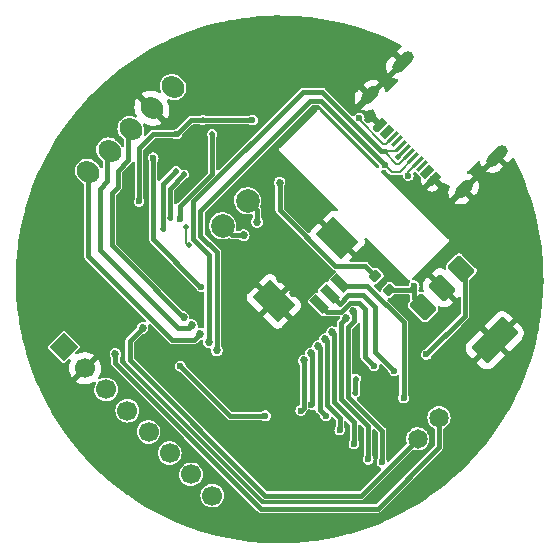
<source format=gbr>
%TF.GenerationSoftware,KiCad,Pcbnew,(6.0.8)*%
%TF.CreationDate,2022-10-29T03:41:05+02:00*%
%TF.ProjectId,view_base,76696577-5f62-4617-9365-2e6b69636164,rev?*%
%TF.SameCoordinates,Original*%
%TF.FileFunction,Copper,L1,Top*%
%TF.FilePolarity,Positive*%
%FSLAX46Y46*%
G04 Gerber Fmt 4.6, Leading zero omitted, Abs format (unit mm)*
G04 Created by KiCad (PCBNEW (6.0.8)) date 2022-10-29 03:41:05*
%MOMM*%
%LPD*%
G01*
G04 APERTURE LIST*
G04 Aperture macros list*
%AMRoundRect*
0 Rectangle with rounded corners*
0 $1 Rounding radius*
0 $2 $3 $4 $5 $6 $7 $8 $9 X,Y pos of 4 corners*
0 Add a 4 corners polygon primitive as box body*
4,1,4,$2,$3,$4,$5,$6,$7,$8,$9,$2,$3,0*
0 Add four circle primitives for the rounded corners*
1,1,$1+$1,$2,$3*
1,1,$1+$1,$4,$5*
1,1,$1+$1,$6,$7*
1,1,$1+$1,$8,$9*
0 Add four rect primitives between the rounded corners*
20,1,$1+$1,$2,$3,$4,$5,0*
20,1,$1+$1,$4,$5,$6,$7,0*
20,1,$1+$1,$6,$7,$8,$9,0*
20,1,$1+$1,$8,$9,$2,$3,0*%
%AMHorizOval*
0 Thick line with rounded ends*
0 $1 width*
0 $2 $3 position (X,Y) of the first rounded end (center of the circle)*
0 $4 $5 position (X,Y) of the second rounded end (center of the circle)*
0 Add line between two ends*
20,1,$1,$2,$3,$4,$5,0*
0 Add two circle primitives to create the rounded ends*
1,1,$1,$2,$3*
1,1,$1,$4,$5*%
%AMRotRect*
0 Rectangle, with rotation*
0 The origin of the aperture is its center*
0 $1 length*
0 $2 width*
0 $3 Rotation angle, in degrees counterclockwise*
0 Add horizontal line*
21,1,$1,$2,0,0,$3*%
G04 Aperture macros list end*
%TA.AperFunction,SMDPad,CuDef*%
%ADD10RotRect,0.600000X1.090000X135.000000*%
%TD*%
%TA.AperFunction,SMDPad,CuDef*%
%ADD11RotRect,0.300000X1.090000X135.000000*%
%TD*%
%TA.AperFunction,ComponentPad*%
%ADD12HorizOval,1.000000X0.424264X0.424264X-0.424264X-0.424264X0*%
%TD*%
%TA.AperFunction,ComponentPad*%
%ADD13HorizOval,1.000000X0.282843X0.282843X-0.282843X-0.282843X0*%
%TD*%
%TA.AperFunction,ComponentPad*%
%ADD14HorizOval,1.727200X0.107763X-0.107763X-0.107763X0.107763X0*%
%TD*%
%TA.AperFunction,SMDPad,CuDef*%
%ADD15RoundRect,0.250000X-0.883883X0.176777X0.176777X-0.883883X0.883883X-0.176777X-0.176777X0.883883X0*%
%TD*%
%TA.AperFunction,SMDPad,CuDef*%
%ADD16RoundRect,0.250000X-1.697056X-0.636396X-0.636396X-1.697056X1.697056X0.636396X0.636396X1.697056X0*%
%TD*%
%TA.AperFunction,SMDPad,CuDef*%
%ADD17C,2.000000*%
%TD*%
%TA.AperFunction,SMDPad,CuDef*%
%ADD18RoundRect,0.200000X0.335876X0.053033X0.053033X0.335876X-0.335876X-0.053033X-0.053033X-0.335876X0*%
%TD*%
%TA.AperFunction,ComponentPad*%
%ADD19RotRect,1.700000X1.700000X45.000000*%
%TD*%
%TA.AperFunction,ComponentPad*%
%ADD20HorizOval,1.700000X0.000000X0.000000X0.000000X0.000000X0*%
%TD*%
%TA.AperFunction,ComponentPad*%
%ADD21C,1.651000*%
%TD*%
%TA.AperFunction,SMDPad,CuDef*%
%ADD22RotRect,2.100000X2.999999X225.000000*%
%TD*%
%TA.AperFunction,SMDPad,CuDef*%
%ADD23RotRect,0.800000X1.600000X225.000000*%
%TD*%
%TA.AperFunction,ComponentPad*%
%ADD24C,0.600000*%
%TD*%
%TA.AperFunction,SMDPad,CuDef*%
%ADD25RotRect,1.650000X1.650000X135.000000*%
%TD*%
%TA.AperFunction,ViaPad*%
%ADD26C,0.685800*%
%TD*%
%TA.AperFunction,ViaPad*%
%ADD27C,0.600000*%
%TD*%
%TA.AperFunction,ViaPad*%
%ADD28C,0.500000*%
%TD*%
%TA.AperFunction,Conductor*%
%ADD29C,0.400000*%
%TD*%
%TA.AperFunction,Conductor*%
%ADD30C,0.200000*%
%TD*%
G04 APERTURE END LIST*
D10*
%TO.P,J2,A1,GND*%
%TO.N,GND*%
X113064645Y-39460838D03*
%TO.P,J2,A4,VBUS*%
%TO.N,+5V*%
X112498960Y-38895153D03*
D11*
%TO.P,J2,A5,CC1*%
%TO.N,/USB_CC1*%
X111685787Y-38081980D03*
%TO.P,J2,A6,D+*%
%TO.N,/USB_D+*%
X110978680Y-37374873D03*
%TO.P,J2,A7,D-*%
%TO.N,/USB_D-*%
X110625127Y-37021320D03*
%TO.P,J2,A8,SBU1*%
%TO.N,unconnected-(J2-PadA8)*%
X109918020Y-36314213D03*
D10*
%TO.P,J2,A9,VBUS*%
%TO.N,+5V*%
X109104847Y-35501040D03*
%TO.P,J2,A12,GND*%
%TO.N,GND*%
X108539162Y-34935355D03*
%TO.P,J2,B1,GND*%
X108539162Y-34935355D03*
%TO.P,J2,B4,VBUS*%
%TO.N,+5V*%
X109104847Y-35501040D03*
D11*
%TO.P,J2,B5,CC2*%
%TO.N,/USB_CC2*%
X109564466Y-35960660D03*
%TO.P,J2,B6,D+*%
%TO.N,/USB_D+*%
X110271573Y-36667767D03*
%TO.P,J2,B7,D-*%
%TO.N,/USB_D-*%
X111332233Y-37728427D03*
%TO.P,J2,B8,SBU2*%
%TO.N,unconnected-(J2-PadB8)*%
X112039340Y-38435534D03*
D10*
%TO.P,J2,B9,VBUS*%
%TO.N,+5V*%
X112498960Y-38895153D03*
%TO.P,J2,B12,GND*%
%TO.N,GND*%
X113064645Y-39460838D03*
D12*
%TO.P,J2,S1,SHIELD*%
X118417443Y-37530437D03*
X110469563Y-29582557D03*
D13*
X107641136Y-32410984D03*
X115589016Y-40358864D03*
%TD*%
D14*
%TO.P,J6,1,Pin_1*%
%TO.N,+3V3*%
X90992102Y-31707898D03*
%TO.P,J6,2,Pin_2*%
%TO.N,GND*%
X89196051Y-33503949D03*
%TO.P,J6,3,Pin_3*%
%TO.N,Net-(J6-Pad3)*%
X87400000Y-35300000D03*
%TO.P,J6,4,Pin_4*%
%TO.N,Net-(J6-Pad4)*%
X85603949Y-37096051D03*
%TO.P,J6,5,Pin_5*%
%TO.N,Net-(J6-Pad5)*%
X83807898Y-38892102D03*
%TD*%
D15*
%TO.P,U1,1,VI*%
%TO.N,+5V*%
X115398959Y-47079720D03*
D16*
%TO.P,U1,2,GND*%
%TO.N,GND*%
X118227386Y-53160838D03*
D15*
X113772614Y-48706066D03*
%TO.P,U1,3,VO*%
%TO.N,+3V3*%
X112146268Y-50332411D03*
%TD*%
D17*
%TO.P,TP4,1,1*%
%TO.N,Net-(TP4-Pad1)*%
X97300000Y-41333452D03*
%TD*%
D18*
%TO.P,R4,1*%
%TO.N,+3V3*%
X109283363Y-48883363D03*
%TO.P,R4,2*%
%TO.N,/ESP32_EN*%
X108116637Y-47716637D03*
%TD*%
D19*
%TO.P,J4,1,Pin_1*%
%TO.N,+3V3*%
X81724427Y-53724427D03*
D20*
%TO.P,J4,2,Pin_2*%
%TO.N,GND*%
X83520478Y-55520478D03*
%TO.P,J4,3,Pin_3*%
%TO.N,Net-(J4-Pad3)*%
X85316529Y-57316529D03*
%TO.P,J4,4,Pin_4*%
%TO.N,Net-(J4-Pad4)*%
X87112581Y-59112581D03*
%TO.P,J4,5,Pin_5*%
%TO.N,Net-(J4-Pad5)*%
X88908632Y-60908632D03*
%TO.P,J4,6,Pin_6*%
%TO.N,Net-(J4-Pad6)*%
X90704683Y-62704683D03*
%TO.P,J4,7,Pin_7*%
%TO.N,Net-(J4-Pad7)*%
X92500734Y-64500734D03*
%TO.P,J4,8,Pin_8*%
%TO.N,Net-(J4-Pad8)*%
X94296786Y-66296786D03*
%TD*%
D17*
%TO.P,TP3,1,1*%
%TO.N,Net-(TP3-Pad1)*%
X95178681Y-43454774D03*
%TD*%
D21*
%TO.P,J8,1,Pin_1*%
%TO.N,Net-(J8-Pad1)*%
X113498026Y-59701974D03*
%TO.P,J8,2,Pin_2*%
%TO.N,Net-(J8-Pad2)*%
X111701974Y-61498026D03*
%TD*%
D22*
%TO.P,J3,*%
%TO.N,GND*%
X104898162Y-44486828D03*
X99524151Y-49860839D03*
D23*
%TO.P,J3,1,Pin_1*%
%TO.N,Net-(J3-Pad1)*%
X105145649Y-48340559D03*
%TO.P,J3,2,Pin_2*%
%TO.N,Net-(J3-Pad2)*%
X104261766Y-49224442D03*
%TO.P,J3,3,Pin_3*%
%TO.N,Net-(J3-Pad3)*%
X103377882Y-50108326D03*
%TD*%
D24*
%TO.P,U4,PAD,PAD*%
%TO.N,GND*%
X109114214Y-57592031D03*
X108407107Y-56884924D03*
X108407107Y-58299138D03*
D25*
X108407107Y-57592031D03*
D24*
X107700000Y-57592031D03*
%TD*%
D26*
%TO.N,GND*%
X101166729Y-49166723D03*
D27*
X91822183Y-37000000D03*
X93400000Y-37000000D03*
X109900000Y-48033452D03*
D28*
X90600000Y-37600000D03*
D26*
X97666548Y-47999999D03*
X98833275Y-46833271D03*
X98833277Y-49166728D03*
D27*
X92600000Y-37800000D03*
X92600000Y-36200000D03*
D26*
X101166727Y-46833273D03*
X100000000Y-48000000D03*
X100000006Y-50333446D03*
X90100506Y-48000001D03*
X102333453Y-47999999D03*
X100000002Y-45666544D03*
D27*
X100000000Y-57933452D03*
X100035356Y-38135861D03*
%TO.N,/CHG*%
X89300000Y-37700000D03*
X93363094Y-48600000D03*
D28*
%TO.N,/PGOOD*%
X92100000Y-43600000D03*
X92300000Y-45100000D03*
D27*
%TO.N,/USB_CC1*%
X110900000Y-39200000D03*
D28*
%TO.N,/USB_D-*%
X110000000Y-37600000D03*
D26*
X94696698Y-54010408D03*
D27*
X108900000Y-38300000D03*
D26*
%TO.N,/USB_D+*%
X93989594Y-53303304D03*
D27*
%TO.N,/USB_CC2*%
X106743003Y-34356997D03*
D28*
%TO.N,/EN2*%
X91900000Y-39100000D03*
X90700000Y-42800000D03*
%TO.N,/EN1*%
X90100000Y-43700000D03*
X91200000Y-38800000D03*
%TO.N,/TD*%
X94300000Y-35700000D03*
D27*
X91573500Y-42900000D03*
D26*
%TO.N,/ESP32_EN*%
X100000003Y-39797557D03*
D27*
%TO.N,/TMC_UH*%
X108662901Y-63493454D03*
D26*
X106257893Y-50651652D03*
D27*
%TO.N,/TMC_VH*%
X107500000Y-63233452D03*
D26*
X105656854Y-51252690D03*
D27*
%TO.N,/TMC_WH*%
X106300000Y-61933452D03*
D26*
X104454774Y-52454771D03*
D27*
%TO.N,/TMC_UL*%
X105100000Y-60733452D03*
D26*
X103853736Y-53055814D03*
D27*
%TO.N,/TMC_WL*%
X103900000Y-59533452D03*
D26*
X103252691Y-53656855D03*
%TO.N,/TMC_VL*%
X102651652Y-54257897D03*
D27*
X102700000Y-58600000D03*
D28*
%TO.N,/TMC_DIAG*%
X106500000Y-56400000D03*
D27*
X101800000Y-59100000D03*
D26*
X102050612Y-54858935D03*
D28*
X106426500Y-57600000D03*
D27*
%TO.N,Net-(J3-Pad1)*%
X110500000Y-58033452D03*
%TO.N,Net-(J3-Pad2)*%
X109700000Y-55733452D03*
%TO.N,Net-(J3-Pad3)*%
X108000000Y-55333452D03*
%TO.N,+5V*%
X112419938Y-54353390D03*
X97700000Y-34500000D03*
X115400000Y-47033452D03*
X91300000Y-35700000D03*
D28*
X93500000Y-34500000D03*
D27*
X112500000Y-38900000D03*
X88100000Y-41400000D03*
X109100000Y-35500000D03*
%TO.N,+3V3*%
X98800000Y-59533452D03*
X91600000Y-55333452D03*
X111400000Y-48533452D03*
D26*
%TO.N,Net-(TP3-Pad1)*%
X96959443Y-44252335D03*
%TO.N,Net-(TP4-Pad1)*%
X98090816Y-43120967D03*
%TO.N,Net-(J6-Pad3)*%
X91868272Y-51181982D03*
%TO.N,Net-(J6-Pad4)*%
X92566684Y-51880385D03*
%TO.N,Net-(J6-Pad5)*%
X93282489Y-52596194D03*
%TO.N,Net-(J8-Pad1)*%
X86100000Y-54300000D03*
%TO.N,Net-(J8-Pad2)*%
X88403452Y-52101217D03*
%TD*%
D29*
%TO.N,GND*%
X89196051Y-33503949D02*
X89603949Y-33503949D01*
%TO.N,/CHG*%
X89300000Y-44600000D02*
X93300000Y-48600000D01*
X89300000Y-37700000D02*
X89300000Y-44600000D01*
X93300000Y-48600000D02*
X93363094Y-48600000D01*
D30*
%TO.N,/PGOOD*%
X92100000Y-44900000D02*
X92300000Y-45100000D01*
X92100000Y-43600000D02*
X92100000Y-44900000D01*
%TO.N,/USB_CC1*%
X110900000Y-39200000D02*
X110900000Y-38867767D01*
X110900000Y-38867767D02*
X111685787Y-38081980D01*
%TO.N,/USB_D-*%
X110625127Y-37021320D02*
X110578680Y-37021320D01*
X110160660Y-38900000D02*
X109500000Y-38900000D01*
D29*
X103500000Y-32900000D02*
X102600000Y-32900000D01*
X94696698Y-45696698D02*
X94696698Y-54010408D01*
X93300000Y-42200000D02*
X93300000Y-44300000D01*
D30*
X111332233Y-37728427D02*
X110160660Y-38900000D01*
D29*
X93300000Y-44300000D02*
X94696698Y-45696698D01*
D30*
X110578680Y-37021320D02*
X110000000Y-37600000D01*
D29*
X102600000Y-32900000D02*
X93300000Y-42200000D01*
X108900000Y-38300000D02*
X103500000Y-32900000D01*
D30*
X109500000Y-38900000D02*
X108900000Y-38300000D01*
D29*
%TO.N,/USB_D+*%
X102000000Y-32100000D02*
X92700000Y-41400000D01*
D30*
X110153553Y-38200000D02*
X110978680Y-37374873D01*
D29*
X103600000Y-32100000D02*
X102000000Y-32100000D01*
X108900000Y-37100000D02*
X108600000Y-37100000D01*
X93989594Y-45889594D02*
X93989594Y-53303304D01*
X108600000Y-37100000D02*
X103600000Y-32100000D01*
X92700000Y-44600000D02*
X93989594Y-45889594D01*
D30*
X108900000Y-37235392D02*
X109864608Y-38200000D01*
X109839340Y-37100000D02*
X110271573Y-36667767D01*
X108900000Y-37100000D02*
X108900000Y-37235392D01*
X108900000Y-37100000D02*
X109839340Y-37100000D01*
D29*
X92700000Y-41400000D02*
X92700000Y-44600000D01*
D30*
X109864608Y-38200000D02*
X110153553Y-38200000D01*
%TO.N,/USB_CC2*%
X106743003Y-34443003D02*
X108800000Y-36500000D01*
X108800000Y-36500000D02*
X109025126Y-36500000D01*
X109025126Y-36500000D02*
X109564466Y-35960660D01*
X106743003Y-34356997D02*
X106743003Y-34443003D01*
D29*
%TO.N,/EN2*%
X90700000Y-40300000D02*
X91900000Y-39100000D01*
X90700000Y-42800000D02*
X90700000Y-40300000D01*
%TO.N,/EN1*%
X90100000Y-39900000D02*
X90100000Y-43700000D01*
X91200000Y-38800000D02*
X90100000Y-39900000D01*
%TO.N,/TD*%
X91573500Y-41781210D02*
X94300000Y-39054710D01*
X94300000Y-39054710D02*
X94300000Y-35700000D01*
X91573500Y-42900000D02*
X91573500Y-41781210D01*
%TO.N,/ESP32_EN*%
X100000003Y-42133455D02*
X100000003Y-39797557D01*
X108116637Y-47716637D02*
X107233452Y-46833452D01*
X107233452Y-46833452D02*
X104700000Y-46833452D01*
X104700000Y-46833452D02*
X100000003Y-42133455D01*
%TO.N,/TMC_UH*%
X106326754Y-51530172D02*
X106326754Y-50720513D01*
X105800000Y-52056926D02*
X106326754Y-51530172D01*
X108700000Y-63456355D02*
X108700000Y-60833452D01*
X106326754Y-50720513D02*
X106257893Y-50651652D01*
X105800000Y-57933452D02*
X105800000Y-52056926D01*
X108662901Y-63493454D02*
X108700000Y-63456355D01*
X108700000Y-60833452D02*
X105800000Y-57933452D01*
%TO.N,/TMC_VH*%
X107500000Y-60449485D02*
X107500000Y-63233452D01*
X105200000Y-58149485D02*
X107500000Y-60449485D01*
X105200000Y-51709544D02*
X105200000Y-58149485D01*
X105656854Y-51252690D02*
X105200000Y-51709544D01*
%TO.N,/TMC_WH*%
X106300000Y-60110807D02*
X106300000Y-61933452D01*
X104600000Y-52599997D02*
X104600000Y-58410807D01*
X104600000Y-58410807D02*
X106300000Y-60110807D01*
X104454774Y-52454771D02*
X104600000Y-52599997D01*
%TO.N,/TMC_UL*%
X103853736Y-53055814D02*
X104000000Y-53202078D01*
X104000000Y-58633452D02*
X105100000Y-59733452D01*
X105100000Y-59733452D02*
X105100000Y-60733452D01*
X104000000Y-53202078D02*
X104000000Y-58633452D01*
%TO.N,/TMC_WL*%
X103252691Y-53656855D02*
X103400000Y-53804164D01*
X103400000Y-53804164D02*
X103400000Y-59033452D01*
X103400000Y-59033452D02*
X103900000Y-59533452D01*
%TO.N,/TMC_VL*%
X102700000Y-58600000D02*
X102720512Y-58579488D01*
X102720512Y-58579488D02*
X102720512Y-54326757D01*
X102720512Y-54326757D02*
X102651652Y-54257897D01*
%TO.N,/TMC_DIAG*%
X101800000Y-59100000D02*
X102050612Y-58849388D01*
X106500000Y-56400000D02*
X106426500Y-56473500D01*
X102050612Y-58849388D02*
X102050612Y-54858935D01*
X106426500Y-56473500D02*
X106426500Y-57600000D01*
%TO.N,Net-(J3-Pad1)*%
X110500000Y-51610807D02*
X110500000Y-58033452D01*
X107422645Y-48533452D02*
X110500000Y-51610807D01*
X105338542Y-48533452D02*
X107422645Y-48533452D01*
X105145649Y-48340559D02*
X105338542Y-48533452D01*
%TO.N,Net-(J3-Pad2)*%
X108100000Y-54133452D02*
X109700000Y-55733452D01*
X105099066Y-50061742D02*
X105827356Y-49333452D01*
X105827356Y-49333452D02*
X107100000Y-49333452D01*
X108100000Y-50333452D02*
X108100000Y-54133452D01*
X107100000Y-49333452D02*
X108100000Y-50333452D01*
X104261766Y-49224442D02*
X105099066Y-50061742D01*
%TO.N,Net-(J3-Pad3)*%
X106691837Y-49981752D02*
X107200000Y-50489915D01*
X105200000Y-50733452D02*
X105951700Y-49981752D01*
X105951700Y-49981752D02*
X106691837Y-49981752D01*
X104003008Y-50733452D02*
X105200000Y-50733452D01*
X103377882Y-50108326D02*
X104003008Y-50733452D01*
X107200000Y-54533452D02*
X108000000Y-55333452D01*
X107200000Y-50489915D02*
X107200000Y-54533452D01*
%TO.N,+5V*%
X115700000Y-51073328D02*
X115700000Y-47380761D01*
X115700000Y-47380761D02*
X115398959Y-47079720D01*
X91300000Y-35700000D02*
X92500000Y-34500000D01*
X88100000Y-36900000D02*
X88100000Y-41400000D01*
X91300000Y-35700000D02*
X89300000Y-35700000D01*
X89300000Y-35700000D02*
X88100000Y-36900000D01*
X112419938Y-54353390D02*
X115700000Y-51073328D01*
X92500000Y-34500000D02*
X97700000Y-34500000D01*
%TO.N,+3V3*%
X98800000Y-59533452D02*
X95800000Y-59533452D01*
X109283363Y-48883363D02*
X111050089Y-48883363D01*
X111050089Y-48883363D02*
X111400000Y-48533452D01*
X111400000Y-48533452D02*
X111400000Y-49586143D01*
X111400000Y-49586143D02*
X112146268Y-50332411D01*
X95800000Y-59533452D02*
X91600000Y-55333452D01*
%TO.N,Net-(TP3-Pad1)*%
X95976242Y-44252335D02*
X95178681Y-43454774D01*
X96959443Y-44252335D02*
X95976242Y-44252335D01*
%TO.N,Net-(TP4-Pad1)*%
X98090816Y-43120967D02*
X98090816Y-42124268D01*
X98090816Y-42124268D02*
X97300000Y-41333452D01*
%TO.N,Net-(J6-Pad3)*%
X91848530Y-51181982D02*
X91868272Y-51181982D01*
X85800000Y-45100000D02*
X87400000Y-46700000D01*
X87400000Y-46733452D02*
X91848530Y-51181982D01*
X86300000Y-40200000D02*
X85800000Y-40700000D01*
X87400000Y-35300000D02*
X87200000Y-35500000D01*
X87200000Y-37900000D02*
X86300000Y-38800000D01*
X86300000Y-38800000D02*
X86300000Y-40200000D01*
X87200000Y-35500000D02*
X87200000Y-37900000D01*
X85800000Y-40700000D02*
X85800000Y-45100000D01*
%TO.N,Net-(J6-Pad4)*%
X85400000Y-37300000D02*
X85400000Y-39700000D01*
X85603949Y-46337401D02*
X91400000Y-52133452D01*
X91400000Y-52133452D02*
X92313617Y-52133452D01*
X85400000Y-39700000D02*
X84800000Y-40300000D01*
X92313617Y-52133452D02*
X92566684Y-51880385D01*
X84800000Y-40300000D02*
X84800000Y-45500000D01*
X84800000Y-45500000D02*
X85600000Y-46300000D01*
X85603949Y-37096051D02*
X85400000Y-37300000D01*
%TO.N,Net-(J6-Pad5)*%
X83807898Y-46041350D02*
X90900000Y-53133452D01*
X83807898Y-38892102D02*
X83807898Y-46000000D01*
X92745231Y-53133452D02*
X93282489Y-52596194D01*
X90900000Y-53133452D02*
X92745231Y-53133452D01*
%TO.N,Net-(J8-Pad1)*%
X98400000Y-67400000D02*
X108300000Y-67400000D01*
X113498026Y-62201974D02*
X113498026Y-59701974D01*
X86100000Y-54300000D02*
X86100000Y-55100000D01*
X86100000Y-55100000D02*
X98400000Y-67400000D01*
X108300000Y-67400000D02*
X113498026Y-62201974D01*
%TO.N,Net-(J8-Pad2)*%
X98800000Y-66300000D02*
X87300000Y-54800000D01*
X106900000Y-66300000D02*
X98800000Y-66300000D01*
X87300000Y-54800000D02*
X87300000Y-53204669D01*
X87300000Y-53204669D02*
X88403452Y-52101217D01*
X111701974Y-61498026D02*
X106900000Y-66300000D01*
%TD*%
%TA.AperFunction,Conductor*%
%TO.N,GND*%
G36*
X100305966Y-25653974D02*
G01*
X100752267Y-25659591D01*
X100757546Y-25659768D01*
X101687738Y-25710523D01*
X101693005Y-25710921D01*
X102156636Y-25755771D01*
X102620279Y-25800621D01*
X102625501Y-25801238D01*
X102975724Y-25850006D01*
X103548182Y-25929721D01*
X103553397Y-25930559D01*
X103891468Y-25992177D01*
X104469899Y-26097604D01*
X104475031Y-26098652D01*
X105383735Y-26303966D01*
X105388844Y-26305234D01*
X106288150Y-26548456D01*
X106293175Y-26549929D01*
X107181471Y-26830623D01*
X107186450Y-26832311D01*
X107504364Y-26947634D01*
X108062215Y-27149994D01*
X108067142Y-27151899D01*
X108928808Y-27506003D01*
X108933650Y-27508113D01*
X109779700Y-27898012D01*
X109784450Y-27900323D01*
X110109522Y-28066990D01*
X110262154Y-28145246D01*
X110313646Y-28194124D01*
X110330538Y-28263082D01*
X110307468Y-28330225D01*
X110283278Y-28355839D01*
X110223939Y-28403209D01*
X110218691Y-28407902D01*
X109949213Y-28677381D01*
X109941602Y-28691319D01*
X109941734Y-28693155D01*
X109945983Y-28699767D01*
X110739678Y-29493462D01*
X110773704Y-29555774D01*
X110768639Y-29626589D01*
X110739678Y-29671652D01*
X109547552Y-30863778D01*
X109540792Y-30876158D01*
X109545512Y-30882463D01*
X109644130Y-30936231D01*
X109655414Y-30941021D01*
X109832287Y-30996449D01*
X109844297Y-30998959D01*
X109952893Y-31010756D01*
X110018455Y-31037998D01*
X110058881Y-31096361D01*
X110061336Y-31167315D01*
X110028380Y-31225114D01*
X109142162Y-32111332D01*
X109079850Y-32145358D01*
X109009035Y-32140293D01*
X108952199Y-32097746D01*
X108927626Y-32034095D01*
X108918826Y-31941005D01*
X108916488Y-31928975D01*
X108863532Y-31751339D01*
X108858897Y-31739983D01*
X108802600Y-31633205D01*
X108792775Y-31623089D01*
X108785731Y-31625600D01*
X107641136Y-32770194D01*
X106860545Y-33550786D01*
X106853786Y-33563163D01*
X106858507Y-33569469D01*
X106957125Y-33623238D01*
X106968408Y-33628027D01*
X107145281Y-33683455D01*
X107157292Y-33685965D01*
X107341560Y-33705983D01*
X107353828Y-33706112D01*
X107538472Y-33689956D01*
X107550531Y-33687700D01*
X107728525Y-33635988D01*
X107739912Y-33631434D01*
X107813783Y-33593143D01*
X107883466Y-33579552D01*
X107949436Y-33605793D01*
X107990746Y-33663533D01*
X107994611Y-33676978D01*
X108013224Y-33758554D01*
X108016292Y-33764926D01*
X108016293Y-33764929D01*
X108065129Y-33866356D01*
X108076812Y-33890621D01*
X108163373Y-33999183D01*
X108167349Y-34006072D01*
X108167657Y-34006250D01*
X108194526Y-34055480D01*
X108189449Y-34126294D01*
X108160496Y-34171335D01*
X108160235Y-34171596D01*
X108152623Y-34185537D01*
X108152754Y-34187374D01*
X108157004Y-34193987D01*
X108809277Y-34846260D01*
X108843303Y-34908572D01*
X108838238Y-34979387D01*
X108809277Y-35024450D01*
X108539162Y-35294565D01*
X108333089Y-35500639D01*
X108270777Y-35534665D01*
X108199962Y-35529600D01*
X108154899Y-35500639D01*
X107973879Y-35319619D01*
X107939853Y-35257307D01*
X107944918Y-35186492D01*
X107973879Y-35141429D01*
X108167143Y-34948165D01*
X108174755Y-34934225D01*
X108174623Y-34932389D01*
X108170374Y-34925777D01*
X107801023Y-34556427D01*
X107787085Y-34548816D01*
X107785249Y-34548948D01*
X107778637Y-34553197D01*
X107582142Y-34749692D01*
X107519830Y-34783718D01*
X107449015Y-34778653D01*
X107403952Y-34749692D01*
X107218645Y-34564385D01*
X107184619Y-34502073D01*
X107183486Y-34454388D01*
X107198000Y-34368117D01*
X107198136Y-34356997D01*
X107185855Y-34271244D01*
X107181115Y-34238142D01*
X107181114Y-34238139D01*
X107179842Y-34229256D01*
X107173740Y-34215835D01*
X107130148Y-34119959D01*
X107130146Y-34119956D01*
X107126431Y-34111785D01*
X107094096Y-34074258D01*
X107048054Y-34020823D01*
X107048052Y-34020821D01*
X107042196Y-34014025D01*
X106933909Y-33943838D01*
X106925314Y-33941268D01*
X106925313Y-33941267D01*
X106818877Y-33909435D01*
X106818875Y-33909435D01*
X106810276Y-33906863D01*
X106801301Y-33906808D01*
X106801300Y-33906808D01*
X106746644Y-33906474D01*
X106681234Y-33906075D01*
X106619196Y-33923805D01*
X106565789Y-33939069D01*
X106565787Y-33939070D01*
X106557158Y-33941536D01*
X106549568Y-33946325D01*
X106483914Y-33987750D01*
X106448022Y-34010396D01*
X106442079Y-34017125D01*
X106442078Y-34017126D01*
X106413212Y-34049811D01*
X106362599Y-34107119D01*
X106358785Y-34115242D01*
X106358784Y-34115244D01*
X106355857Y-34121479D01*
X106308801Y-34174641D01*
X106240473Y-34193923D01*
X106172567Y-34173203D01*
X106152707Y-34157025D01*
X104692104Y-32696422D01*
X106346002Y-32696422D01*
X106363446Y-32880964D01*
X106365783Y-32892991D01*
X106418740Y-33070629D01*
X106423375Y-33081985D01*
X106479672Y-33188763D01*
X106489497Y-33198879D01*
X106496541Y-33196368D01*
X107269115Y-32423795D01*
X107276728Y-32409852D01*
X107276597Y-32408018D01*
X107272346Y-32401404D01*
X106761580Y-31890638D01*
X106747636Y-31883024D01*
X106745801Y-31883155D01*
X106739191Y-31887403D01*
X106612537Y-32014056D01*
X106608399Y-32018620D01*
X106520521Y-32125604D01*
X106513695Y-32135801D01*
X106426108Y-32299150D01*
X106421393Y-32310478D01*
X106367201Y-32487727D01*
X106364775Y-32499759D01*
X106346044Y-32684163D01*
X106346002Y-32696422D01*
X104692104Y-32696422D01*
X103883783Y-31888101D01*
X103871705Y-31873147D01*
X103868473Y-31869595D01*
X103862825Y-31860848D01*
X103838914Y-31841998D01*
X103834979Y-31838501D01*
X103834891Y-31838605D01*
X103830932Y-31835250D01*
X103827254Y-31831572D01*
X103823029Y-31828553D01*
X103823021Y-31828546D01*
X103812920Y-31821328D01*
X103808173Y-31817764D01*
X103793056Y-31805847D01*
X103771189Y-31788608D01*
X103763213Y-31785807D01*
X103756331Y-31780889D01*
X103711164Y-31767381D01*
X103705558Y-31765559D01*
X103668577Y-31752572D01*
X103668571Y-31752571D01*
X103661094Y-31749945D01*
X103655956Y-31749500D01*
X103653237Y-31749500D01*
X103651055Y-31749405D01*
X103650520Y-31749245D01*
X103650521Y-31749218D01*
X103650403Y-31749211D01*
X103644536Y-31747456D01*
X103594981Y-31749403D01*
X103590034Y-31749500D01*
X102050824Y-31749500D01*
X102031725Y-31747467D01*
X102026917Y-31747240D01*
X102016739Y-31745049D01*
X101987523Y-31748507D01*
X101986509Y-31748627D01*
X101981254Y-31748937D01*
X101981265Y-31749072D01*
X101976087Y-31749500D01*
X101970885Y-31749500D01*
X101953515Y-31752391D01*
X101947645Y-31753227D01*
X101900861Y-31758764D01*
X101893241Y-31762423D01*
X101884897Y-31763812D01*
X101875732Y-31768757D01*
X101875730Y-31768758D01*
X101843441Y-31786181D01*
X101838162Y-31788872D01*
X101795674Y-31809274D01*
X101791726Y-31812592D01*
X101789787Y-31814531D01*
X101788196Y-31815990D01*
X101787706Y-31816254D01*
X101787687Y-31816234D01*
X101787598Y-31816313D01*
X101782206Y-31819222D01*
X101775136Y-31826870D01*
X101775135Y-31826871D01*
X101748545Y-31855636D01*
X101745116Y-31859202D01*
X94865595Y-38738723D01*
X94803283Y-38772749D01*
X94732468Y-38767684D01*
X94675632Y-38725137D01*
X94650821Y-38658617D01*
X94650500Y-38649628D01*
X94650500Y-35968588D01*
X94664233Y-35911385D01*
X94700404Y-35840396D01*
X94700404Y-35840395D01*
X94704905Y-35831562D01*
X94725742Y-35700000D01*
X94704905Y-35568438D01*
X94697013Y-35552948D01*
X94648933Y-35458587D01*
X94644433Y-35449755D01*
X94550245Y-35355567D01*
X94431562Y-35295095D01*
X94300000Y-35274258D01*
X94168438Y-35295095D01*
X94049755Y-35355567D01*
X93955567Y-35449755D01*
X93951067Y-35458587D01*
X93902988Y-35552948D01*
X93895095Y-35568438D01*
X93874258Y-35700000D01*
X93895095Y-35831562D01*
X93899596Y-35840395D01*
X93899596Y-35840396D01*
X93935767Y-35911385D01*
X93949500Y-35968588D01*
X93949500Y-38857338D01*
X93929498Y-38925459D01*
X93912595Y-38946433D01*
X91361601Y-41497427D01*
X91346647Y-41509505D01*
X91343095Y-41512737D01*
X91334348Y-41518385D01*
X91318589Y-41538375D01*
X91315498Y-41542296D01*
X91312001Y-41546231D01*
X91312105Y-41546319D01*
X91308750Y-41550278D01*
X91305072Y-41553956D01*
X91302053Y-41558181D01*
X91302046Y-41558189D01*
X91294828Y-41568290D01*
X91291264Y-41573037D01*
X91275450Y-41593097D01*
X91217569Y-41634210D01*
X91146649Y-41637504D01*
X91085206Y-41601932D01*
X91052749Y-41538790D01*
X91050500Y-41515091D01*
X91050500Y-40497372D01*
X91070502Y-40429251D01*
X91087405Y-40408277D01*
X91954152Y-39541530D01*
X92012401Y-39509722D01*
X92012336Y-39509521D01*
X92013408Y-39509173D01*
X92016464Y-39507504D01*
X92021391Y-39506579D01*
X92021770Y-39506456D01*
X92031562Y-39504905D01*
X92150245Y-39444433D01*
X92244433Y-39350245D01*
X92291528Y-39257816D01*
X92300404Y-39240396D01*
X92300404Y-39240395D01*
X92304905Y-39231562D01*
X92322068Y-39123195D01*
X92324191Y-39109793D01*
X92325742Y-39100000D01*
X92304905Y-38968438D01*
X92293056Y-38945182D01*
X92261429Y-38883112D01*
X92244433Y-38849755D01*
X92150245Y-38755567D01*
X92042798Y-38700820D01*
X92040396Y-38699596D01*
X92040395Y-38699596D01*
X92031562Y-38695095D01*
X91900000Y-38674258D01*
X91768438Y-38695095D01*
X91759604Y-38699596D01*
X91750171Y-38702661D01*
X91749573Y-38700820D01*
X91691875Y-38711651D01*
X91626092Y-38684947D01*
X91592190Y-38643484D01*
X91584324Y-38628045D01*
X91544433Y-38549755D01*
X91450245Y-38455567D01*
X91331562Y-38395095D01*
X91200000Y-38374258D01*
X91068438Y-38395095D01*
X90949755Y-38455567D01*
X90855567Y-38549755D01*
X90795095Y-38668438D01*
X90793544Y-38678230D01*
X90790479Y-38687664D01*
X90788776Y-38687111D01*
X90763412Y-38740616D01*
X90758470Y-38745848D01*
X89888101Y-39616217D01*
X89873147Y-39628295D01*
X89869595Y-39631527D01*
X89860848Y-39637175D01*
X89858138Y-39640613D01*
X89797454Y-39670127D01*
X89726956Y-39661733D01*
X89672187Y-39616556D01*
X89650500Y-39545882D01*
X89650500Y-38030519D01*
X89671911Y-37960485D01*
X89677322Y-37954507D01*
X89733588Y-37838375D01*
X89735151Y-37829088D01*
X89754190Y-37715917D01*
X89754997Y-37711120D01*
X89755133Y-37700000D01*
X89747748Y-37648433D01*
X89738112Y-37581145D01*
X89738111Y-37581142D01*
X89736839Y-37572259D01*
X89723663Y-37543279D01*
X89687145Y-37462962D01*
X89687143Y-37462959D01*
X89683428Y-37454788D01*
X89657625Y-37424842D01*
X89605051Y-37363826D01*
X89605049Y-37363824D01*
X89599193Y-37357028D01*
X89490906Y-37286841D01*
X89482311Y-37284271D01*
X89482310Y-37284270D01*
X89375874Y-37252438D01*
X89375872Y-37252438D01*
X89367273Y-37249866D01*
X89358298Y-37249811D01*
X89358297Y-37249811D01*
X89303641Y-37249477D01*
X89238231Y-37249078D01*
X89226475Y-37252438D01*
X89122786Y-37282072D01*
X89122784Y-37282073D01*
X89114155Y-37284539D01*
X89005019Y-37353399D01*
X88999076Y-37360128D01*
X88999075Y-37360129D01*
X88977791Y-37384229D01*
X88919596Y-37450122D01*
X88915782Y-37458245D01*
X88915781Y-37458247D01*
X88889794Y-37513598D01*
X88864754Y-37566932D01*
X88863374Y-37575798D01*
X88846282Y-37685567D01*
X88846282Y-37685571D01*
X88844901Y-37694440D01*
X88846065Y-37703342D01*
X88846065Y-37703345D01*
X88860468Y-37813489D01*
X88860469Y-37813493D01*
X88861633Y-37822394D01*
X88913605Y-37940510D01*
X88919380Y-37947380D01*
X88919383Y-37947385D01*
X88919948Y-37948057D01*
X88920298Y-37948855D01*
X88924126Y-37955005D01*
X88923239Y-37955557D01*
X88948472Y-38013071D01*
X88949500Y-38029135D01*
X88949500Y-44549176D01*
X88947467Y-44568275D01*
X88947240Y-44573083D01*
X88945049Y-44583261D01*
X88948627Y-44613491D01*
X88948937Y-44618746D01*
X88949072Y-44618735D01*
X88949500Y-44623914D01*
X88949500Y-44629115D01*
X88950354Y-44634243D01*
X88950354Y-44634249D01*
X88952389Y-44646473D01*
X88953226Y-44652349D01*
X88956886Y-44683268D01*
X88958764Y-44699138D01*
X88962423Y-44706758D01*
X88963812Y-44715103D01*
X88968757Y-44724267D01*
X88986192Y-44756580D01*
X88988884Y-44761865D01*
X89009274Y-44804326D01*
X89012592Y-44808274D01*
X89014525Y-44810207D01*
X89015990Y-44811804D01*
X89016254Y-44812294D01*
X89016234Y-44812313D01*
X89016313Y-44812402D01*
X89019222Y-44817794D01*
X89026870Y-44824864D01*
X89026871Y-44824865D01*
X89055636Y-44851455D01*
X89059202Y-44854884D01*
X92906453Y-48702135D01*
X92932686Y-48740483D01*
X92976699Y-48840510D01*
X92982476Y-48847383D01*
X92982477Y-48847384D01*
X93051443Y-48929429D01*
X93059733Y-48939291D01*
X93081488Y-48953772D01*
X93151418Y-49000321D01*
X93167154Y-49010796D01*
X93252756Y-49037540D01*
X93267224Y-49042060D01*
X93290327Y-49049278D01*
X93299297Y-49049442D01*
X93299301Y-49049443D01*
X93358036Y-49050519D01*
X93419349Y-49051643D01*
X93428011Y-49049281D01*
X93428014Y-49049281D01*
X93479953Y-49035121D01*
X93550936Y-49036501D01*
X93609904Y-49076038D01*
X93638137Y-49141180D01*
X93639094Y-49156684D01*
X93639094Y-52018612D01*
X93619092Y-52086733D01*
X93565436Y-52133226D01*
X93495162Y-52143330D01*
X93476992Y-52139329D01*
X93364771Y-52105768D01*
X93364772Y-52105768D01*
X93356168Y-52103195D01*
X93347193Y-52103140D01*
X93347192Y-52103140D01*
X93286478Y-52102769D01*
X93214838Y-52102332D01*
X93206206Y-52104799D01*
X93197315Y-52106017D01*
X93196892Y-52102926D01*
X93141366Y-52102518D01*
X93081923Y-52063696D01*
X93052906Y-51998900D01*
X93053498Y-51960985D01*
X93065009Y-51892564D01*
X93065158Y-51880385D01*
X93056627Y-51820815D01*
X93046395Y-51749366D01*
X93046394Y-51749363D01*
X93045122Y-51740480D01*
X93039602Y-51728338D01*
X93014986Y-51674200D01*
X92986625Y-51611822D01*
X92894368Y-51504753D01*
X92812400Y-51451624D01*
X92783304Y-51432765D01*
X92783303Y-51432764D01*
X92775770Y-51427882D01*
X92767170Y-51425310D01*
X92648964Y-51389958D01*
X92648962Y-51389958D01*
X92640363Y-51387386D01*
X92631388Y-51387331D01*
X92631387Y-51387331D01*
X92568691Y-51386948D01*
X92499033Y-51386523D01*
X92496670Y-51387198D01*
X92429710Y-51377117D01*
X92376363Y-51330269D01*
X92356814Y-51262017D01*
X92358557Y-51241948D01*
X92358640Y-51241455D01*
X92366597Y-51194161D01*
X92366746Y-51181982D01*
X92356001Y-51106950D01*
X92347983Y-51050963D01*
X92347982Y-51050960D01*
X92346710Y-51042077D01*
X92288213Y-50913419D01*
X92195956Y-50806350D01*
X92077358Y-50729479D01*
X92068758Y-50726907D01*
X91950552Y-50691555D01*
X91950550Y-50691555D01*
X91941951Y-50688983D01*
X91932978Y-50688928D01*
X91932976Y-50688928D01*
X91920057Y-50688849D01*
X91902394Y-50688742D01*
X91834398Y-50668325D01*
X91814068Y-50651839D01*
X89780336Y-48618106D01*
X87736237Y-46574007D01*
X87711749Y-46539454D01*
X87694157Y-46502818D01*
X87694155Y-46502815D01*
X87690726Y-46495674D01*
X87687408Y-46491726D01*
X86187405Y-44991723D01*
X86153379Y-44929411D01*
X86150500Y-44902628D01*
X86150500Y-40897372D01*
X86170502Y-40829251D01*
X86187405Y-40808277D01*
X86511899Y-40483783D01*
X86526858Y-40471701D01*
X86530405Y-40468473D01*
X86539152Y-40462825D01*
X86558005Y-40438910D01*
X86561498Y-40434980D01*
X86561394Y-40434892D01*
X86564753Y-40430928D01*
X86568428Y-40427253D01*
X86578656Y-40412941D01*
X86582219Y-40408195D01*
X86604947Y-40379364D01*
X86611392Y-40371189D01*
X86614193Y-40363213D01*
X86619111Y-40356331D01*
X86632619Y-40311164D01*
X86634441Y-40305558D01*
X86647428Y-40268577D01*
X86647429Y-40268571D01*
X86650055Y-40261094D01*
X86650500Y-40255956D01*
X86650500Y-40253237D01*
X86650595Y-40251055D01*
X86650755Y-40250520D01*
X86650782Y-40250521D01*
X86650789Y-40250403D01*
X86652544Y-40244536D01*
X86650597Y-40194981D01*
X86650500Y-40190034D01*
X86650500Y-38997372D01*
X86670502Y-38929251D01*
X86687405Y-38908277D01*
X87411899Y-38183783D01*
X87426853Y-38171705D01*
X87430405Y-38168473D01*
X87439152Y-38162825D01*
X87458002Y-38138914D01*
X87461499Y-38134979D01*
X87461395Y-38134891D01*
X87464750Y-38130932D01*
X87468428Y-38127254D01*
X87471447Y-38123029D01*
X87471454Y-38123021D01*
X87478672Y-38112920D01*
X87482236Y-38108173D01*
X87504946Y-38079365D01*
X87511392Y-38071189D01*
X87513781Y-38064387D01*
X87516919Y-38059398D01*
X87517727Y-38058267D01*
X87519110Y-38056332D01*
X87521558Y-38058082D01*
X87558284Y-38017954D01*
X87626923Y-37999809D01*
X87694475Y-38021655D01*
X87739493Y-38076553D01*
X87749500Y-38125763D01*
X87749500Y-41069234D01*
X87728811Y-41138413D01*
X87725543Y-41143389D01*
X87719596Y-41150122D01*
X87664754Y-41266932D01*
X87655626Y-41325558D01*
X87646282Y-41385567D01*
X87646282Y-41385571D01*
X87644901Y-41394440D01*
X87646065Y-41403342D01*
X87646065Y-41403345D01*
X87660468Y-41513489D01*
X87660469Y-41513493D01*
X87661633Y-41522394D01*
X87713605Y-41640510D01*
X87719382Y-41647383D01*
X87719383Y-41647384D01*
X87730964Y-41661161D01*
X87796639Y-41739291D01*
X87804116Y-41744268D01*
X87892960Y-41803407D01*
X87904060Y-41810796D01*
X88027233Y-41849278D01*
X88036203Y-41849442D01*
X88036207Y-41849443D01*
X88094942Y-41850519D01*
X88156255Y-41851643D01*
X88218505Y-41834672D01*
X88272092Y-41820062D01*
X88272093Y-41820062D01*
X88280755Y-41817700D01*
X88288405Y-41813003D01*
X88288407Y-41813002D01*
X88383072Y-41754878D01*
X88383075Y-41754875D01*
X88390724Y-41750179D01*
X88396750Y-41743522D01*
X88471300Y-41661161D01*
X88471303Y-41661157D01*
X88477322Y-41654507D01*
X88533588Y-41538375D01*
X88535576Y-41526562D01*
X88554190Y-41415917D01*
X88554997Y-41411120D01*
X88555133Y-41400000D01*
X88545603Y-41333452D01*
X88538112Y-41281145D01*
X88538111Y-41281142D01*
X88536839Y-41272259D01*
X88533125Y-41264090D01*
X88487145Y-41162962D01*
X88487143Y-41162959D01*
X88483428Y-41154788D01*
X88477567Y-41147986D01*
X88472732Y-41140426D01*
X88475102Y-41138910D01*
X88451734Y-41087369D01*
X88450500Y-41069777D01*
X88450500Y-37097372D01*
X88470502Y-37029251D01*
X88487405Y-37008277D01*
X89408277Y-36087405D01*
X89470589Y-36053379D01*
X89497372Y-36050500D01*
X90975378Y-36050500D01*
X91045195Y-36071612D01*
X91104060Y-36110796D01*
X91192938Y-36138564D01*
X91214891Y-36145422D01*
X91227233Y-36149278D01*
X91236203Y-36149442D01*
X91236207Y-36149443D01*
X91294942Y-36150519D01*
X91356255Y-36151643D01*
X91423451Y-36133323D01*
X91472092Y-36120062D01*
X91472093Y-36120062D01*
X91480755Y-36117700D01*
X91488405Y-36113003D01*
X91488407Y-36113002D01*
X91583072Y-36054878D01*
X91583075Y-36054875D01*
X91590724Y-36050179D01*
X91597169Y-36043059D01*
X91671300Y-35961161D01*
X91671303Y-35961157D01*
X91677322Y-35954507D01*
X91733588Y-35838375D01*
X91742336Y-35786377D01*
X91777495Y-35718187D01*
X92608277Y-34887405D01*
X92670589Y-34853379D01*
X92697372Y-34850500D01*
X93231412Y-34850500D01*
X93288614Y-34864233D01*
X93368438Y-34904905D01*
X93500000Y-34925742D01*
X93631562Y-34904905D01*
X93711386Y-34864233D01*
X93768588Y-34850500D01*
X97375378Y-34850500D01*
X97445195Y-34871612D01*
X97504060Y-34910796D01*
X97627233Y-34949278D01*
X97636203Y-34949442D01*
X97636207Y-34949443D01*
X97694942Y-34950519D01*
X97756255Y-34951643D01*
X97826877Y-34932389D01*
X97872092Y-34920062D01*
X97872093Y-34920062D01*
X97880755Y-34917700D01*
X97888405Y-34913003D01*
X97888407Y-34913002D01*
X97983072Y-34854878D01*
X97983075Y-34854875D01*
X97990724Y-34850179D01*
X97996750Y-34843522D01*
X98071300Y-34761161D01*
X98071303Y-34761157D01*
X98077322Y-34754507D01*
X98133588Y-34638375D01*
X98137565Y-34614739D01*
X98154190Y-34515917D01*
X98154997Y-34511120D01*
X98155133Y-34500000D01*
X98136839Y-34372259D01*
X98127710Y-34352181D01*
X98087145Y-34262962D01*
X98087143Y-34262959D01*
X98083428Y-34254788D01*
X98030475Y-34193333D01*
X98005051Y-34163826D01*
X98005049Y-34163824D01*
X97999193Y-34157028D01*
X97890906Y-34086841D01*
X97882311Y-34084271D01*
X97882310Y-34084270D01*
X97775874Y-34052438D01*
X97775872Y-34052438D01*
X97767273Y-34049866D01*
X97758298Y-34049811D01*
X97758297Y-34049811D01*
X97703641Y-34049477D01*
X97638231Y-34049078D01*
X97514155Y-34084539D01*
X97447978Y-34126294D01*
X97442008Y-34130061D01*
X97374772Y-34149500D01*
X93768588Y-34149500D01*
X93711385Y-34135767D01*
X93700187Y-34130061D01*
X93664318Y-34111785D01*
X93640396Y-34099596D01*
X93640395Y-34099596D01*
X93631562Y-34095095D01*
X93549330Y-34082071D01*
X93509793Y-34075809D01*
X93500000Y-34074258D01*
X93490207Y-34075809D01*
X93450670Y-34082071D01*
X93368438Y-34095095D01*
X93359605Y-34099596D01*
X93359604Y-34099596D01*
X93335682Y-34111785D01*
X93299814Y-34130061D01*
X93288615Y-34135767D01*
X93231412Y-34149500D01*
X92550824Y-34149500D01*
X92531725Y-34147467D01*
X92526917Y-34147240D01*
X92516739Y-34145049D01*
X92486509Y-34148627D01*
X92481254Y-34148937D01*
X92481265Y-34149072D01*
X92476087Y-34149500D01*
X92470885Y-34149500D01*
X92453515Y-34152391D01*
X92447645Y-34153227D01*
X92400861Y-34158764D01*
X92393241Y-34162423D01*
X92384897Y-34163812D01*
X92375733Y-34168757D01*
X92375729Y-34168758D01*
X92343417Y-34186193D01*
X92338138Y-34188883D01*
X92295674Y-34209274D01*
X92291726Y-34212592D01*
X92289793Y-34214525D01*
X92288196Y-34215990D01*
X92287706Y-34216254D01*
X92287687Y-34216234D01*
X92287598Y-34216313D01*
X92282206Y-34219222D01*
X92275136Y-34226870D01*
X92275135Y-34226871D01*
X92248545Y-34255636D01*
X92245116Y-34259202D01*
X91285130Y-35219188D01*
X91230659Y-35251242D01*
X91122792Y-35282070D01*
X91122789Y-35282071D01*
X91114155Y-35284539D01*
X91058557Y-35319619D01*
X91042008Y-35330061D01*
X90974772Y-35349500D01*
X89350824Y-35349500D01*
X89331725Y-35347467D01*
X89326917Y-35347240D01*
X89316739Y-35345049D01*
X89286509Y-35348627D01*
X89281254Y-35348937D01*
X89281265Y-35349072D01*
X89276087Y-35349500D01*
X89270885Y-35349500D01*
X89253515Y-35352391D01*
X89247645Y-35353227D01*
X89200861Y-35358764D01*
X89193241Y-35362423D01*
X89184897Y-35363812D01*
X89175732Y-35368757D01*
X89175730Y-35368758D01*
X89143441Y-35386181D01*
X89138162Y-35388872D01*
X89095674Y-35409274D01*
X89091726Y-35412592D01*
X89089787Y-35414531D01*
X89088196Y-35415990D01*
X89087706Y-35416254D01*
X89087687Y-35416234D01*
X89087598Y-35416313D01*
X89082206Y-35419222D01*
X89075136Y-35426870D01*
X89075135Y-35426871D01*
X89048545Y-35455636D01*
X89045116Y-35459202D01*
X88693190Y-35811128D01*
X88630878Y-35845154D01*
X88560063Y-35840089D01*
X88503227Y-35797542D01*
X88478416Y-35731022D01*
X88483861Y-35684354D01*
X88503392Y-35622029D01*
X88505236Y-35616146D01*
X88506081Y-35608374D01*
X88522353Y-35458587D01*
X88526715Y-35418434D01*
X88522788Y-35373544D01*
X88509918Y-35226455D01*
X88509381Y-35220316D01*
X88499555Y-35186492D01*
X88455615Y-35035251D01*
X88453897Y-35029337D01*
X88431215Y-34985578D01*
X88419833Y-34963622D01*
X88411944Y-34948402D01*
X88398352Y-34878719D01*
X88424592Y-34812749D01*
X88482332Y-34771438D01*
X88553241Y-34767902D01*
X88587663Y-34781795D01*
X88704425Y-34850435D01*
X88714008Y-34855027D01*
X88921707Y-34933717D01*
X88931926Y-34936628D01*
X89149909Y-34979197D01*
X89160480Y-34980346D01*
X89382513Y-34985578D01*
X89393135Y-34984928D01*
X89612873Y-34952676D01*
X89623224Y-34950248D01*
X89834394Y-34881431D01*
X89844185Y-34877295D01*
X90040738Y-34773884D01*
X90049706Y-34768149D01*
X90064394Y-34756898D01*
X90072857Y-34745329D01*
X90066214Y-34733322D01*
X87968171Y-32635279D01*
X87955791Y-32628519D01*
X87947211Y-32634942D01*
X87879176Y-32739110D01*
X87874134Y-32748476D01*
X87785755Y-32952218D01*
X87782360Y-32962307D01*
X87729570Y-33178036D01*
X87727925Y-33188542D01*
X87712240Y-33410078D01*
X87712389Y-33420719D01*
X87734254Y-33641730D01*
X87736194Y-33652193D01*
X87794983Y-33866356D01*
X87798660Y-33876351D01*
X87892691Y-34077544D01*
X87897995Y-34086768D01*
X87908202Y-34101481D01*
X87930597Y-34168853D01*
X87913014Y-34237638D01*
X87861033Y-34285997D01*
X87791160Y-34298576D01*
X87745136Y-34284348D01*
X87716116Y-34268788D01*
X87683837Y-34251480D01*
X87677944Y-34249678D01*
X87677941Y-34249677D01*
X87499546Y-34195135D01*
X87499543Y-34195134D01*
X87493651Y-34193333D01*
X87487521Y-34192710D01*
X87487519Y-34192710D01*
X87301922Y-34173858D01*
X87301918Y-34173858D01*
X87295794Y-34173236D01*
X87097801Y-34191952D01*
X86907215Y-34248768D01*
X86731293Y-34341521D01*
X86576738Y-34466678D01*
X86449436Y-34619470D01*
X86446489Y-34624875D01*
X86446487Y-34624878D01*
X86366580Y-34771438D01*
X86354236Y-34794079D01*
X86294764Y-34983854D01*
X86294099Y-34989977D01*
X86294098Y-34989981D01*
X86284025Y-35082710D01*
X86273286Y-35181566D01*
X86273823Y-35187704D01*
X86273823Y-35187708D01*
X86279193Y-35249078D01*
X86290620Y-35379685D01*
X86292338Y-35385600D01*
X86292339Y-35385603D01*
X86303657Y-35424561D01*
X86346103Y-35570663D01*
X86437626Y-35747228D01*
X86441466Y-35752038D01*
X86532595Y-35866195D01*
X86532602Y-35866202D01*
X86534791Y-35868945D01*
X86812595Y-36146749D01*
X86846621Y-36209061D01*
X86849500Y-36235844D01*
X86849500Y-36678253D01*
X86829498Y-36746374D01*
X86775842Y-36792867D01*
X86705568Y-36802971D01*
X86640988Y-36773477D01*
X86611635Y-36736239D01*
X86611494Y-36735966D01*
X86566323Y-36648823D01*
X86477088Y-36537039D01*
X86471355Y-36529857D01*
X86471348Y-36529850D01*
X86469159Y-36527107D01*
X86177876Y-36235824D01*
X86085843Y-36160227D01*
X86067819Y-36145422D01*
X86067818Y-36145421D01*
X86063055Y-36141509D01*
X85887786Y-36047531D01*
X85881893Y-36045729D01*
X85881890Y-36045728D01*
X85703495Y-35991186D01*
X85703492Y-35991185D01*
X85697600Y-35989384D01*
X85691470Y-35988761D01*
X85691468Y-35988761D01*
X85505871Y-35969909D01*
X85505867Y-35969909D01*
X85499743Y-35969287D01*
X85301750Y-35988003D01*
X85111164Y-36044819D01*
X84935242Y-36137572D01*
X84780687Y-36262729D01*
X84653385Y-36415521D01*
X84650438Y-36420926D01*
X84650436Y-36420929D01*
X84592546Y-36527107D01*
X84558185Y-36590130D01*
X84498713Y-36779905D01*
X84498048Y-36786028D01*
X84498047Y-36786032D01*
X84491745Y-36844044D01*
X84477235Y-36977617D01*
X84477772Y-36983755D01*
X84477772Y-36983759D01*
X84483146Y-37045182D01*
X84494569Y-37175736D01*
X84550052Y-37366714D01*
X84641575Y-37543279D01*
X84656112Y-37561489D01*
X84736544Y-37662246D01*
X84736551Y-37662253D01*
X84738740Y-37664996D01*
X85012595Y-37938851D01*
X85046621Y-38001163D01*
X85049500Y-38027946D01*
X85049500Y-38466686D01*
X85029498Y-38534807D01*
X84975842Y-38581300D01*
X84905568Y-38591404D01*
X84840988Y-38561910D01*
X84811635Y-38524671D01*
X84779449Y-38462578D01*
X84770272Y-38444874D01*
X84734127Y-38399596D01*
X84675304Y-38325908D01*
X84675297Y-38325901D01*
X84673108Y-38323158D01*
X84381825Y-38031875D01*
X84275498Y-37944537D01*
X84271768Y-37941473D01*
X84271767Y-37941472D01*
X84267004Y-37937560D01*
X84091735Y-37843582D01*
X84085842Y-37841780D01*
X84085839Y-37841779D01*
X83907444Y-37787237D01*
X83907441Y-37787236D01*
X83901549Y-37785435D01*
X83895419Y-37784812D01*
X83895417Y-37784812D01*
X83709820Y-37765960D01*
X83709816Y-37765960D01*
X83703692Y-37765338D01*
X83505699Y-37784054D01*
X83315113Y-37840870D01*
X83139191Y-37933623D01*
X82984636Y-38058780D01*
X82857334Y-38211572D01*
X82854387Y-38216977D01*
X82854385Y-38216980D01*
X82796495Y-38323158D01*
X82762134Y-38386181D01*
X82702662Y-38575956D01*
X82701997Y-38582079D01*
X82701996Y-38582083D01*
X82700938Y-38591827D01*
X82681184Y-38773668D01*
X82681721Y-38779806D01*
X82681721Y-38779810D01*
X82688539Y-38857728D01*
X82698518Y-38971787D01*
X82700236Y-38977702D01*
X82700237Y-38977705D01*
X82722061Y-39052823D01*
X82754001Y-39162765D01*
X82845524Y-39339330D01*
X82854237Y-39350245D01*
X82940493Y-39458297D01*
X82940500Y-39458304D01*
X82942689Y-39461047D01*
X83233971Y-39752329D01*
X83304842Y-39810543D01*
X83340419Y-39839766D01*
X83348792Y-39846644D01*
X83365241Y-39855464D01*
X83390939Y-39869243D01*
X83441522Y-39919061D01*
X83457398Y-39980287D01*
X83457398Y-45990526D01*
X83455365Y-46009625D01*
X83455138Y-46014433D01*
X83452947Y-46024611D01*
X83466662Y-46140488D01*
X83517172Y-46245676D01*
X83520490Y-46249624D01*
X87055699Y-49784832D01*
X88697836Y-51426969D01*
X88731862Y-51489281D01*
X88726797Y-51560096D01*
X88684250Y-51616932D01*
X88617730Y-51641743D01*
X88572638Y-51636781D01*
X88485732Y-51610790D01*
X88485730Y-51610790D01*
X88477131Y-51608218D01*
X88468156Y-51608163D01*
X88468155Y-51608163D01*
X88407441Y-51607792D01*
X88335801Y-51607355D01*
X88199910Y-51646193D01*
X88192323Y-51650980D01*
X88192321Y-51650981D01*
X88175442Y-51661631D01*
X88080381Y-51721610D01*
X87986824Y-51827543D01*
X87983010Y-51835666D01*
X87983009Y-51835668D01*
X87964276Y-51875569D01*
X87926759Y-51955477D01*
X87925379Y-51964341D01*
X87925378Y-51964344D01*
X87909710Y-52064972D01*
X87879465Y-52129205D01*
X87874305Y-52134682D01*
X87088101Y-52920886D01*
X87073147Y-52932964D01*
X87069595Y-52936196D01*
X87060848Y-52941844D01*
X87054402Y-52950021D01*
X87041998Y-52965755D01*
X87038501Y-52969690D01*
X87038605Y-52969778D01*
X87035250Y-52973737D01*
X87031572Y-52977415D01*
X87028553Y-52981640D01*
X87028546Y-52981648D01*
X87021328Y-52991749D01*
X87017764Y-52996496D01*
X86988608Y-53033480D01*
X86985807Y-53041456D01*
X86980889Y-53048338D01*
X86967381Y-53093505D01*
X86965559Y-53099111D01*
X86952572Y-53136092D01*
X86952571Y-53136098D01*
X86949945Y-53143575D01*
X86949500Y-53148713D01*
X86949500Y-53151432D01*
X86949405Y-53153614D01*
X86949245Y-53154149D01*
X86949218Y-53154148D01*
X86949211Y-53154266D01*
X86947456Y-53160133D01*
X86947865Y-53170541D01*
X86949403Y-53209688D01*
X86949500Y-53214635D01*
X86949500Y-54749176D01*
X86947467Y-54768275D01*
X86947240Y-54773083D01*
X86945049Y-54783261D01*
X86947626Y-54805033D01*
X86948627Y-54813491D01*
X86948937Y-54818746D01*
X86949072Y-54818735D01*
X86949500Y-54823914D01*
X86949500Y-54829115D01*
X86950354Y-54834243D01*
X86950354Y-54834249D01*
X86952389Y-54846473D01*
X86953226Y-54852349D01*
X86956892Y-54883318D01*
X86958764Y-54899138D01*
X86962423Y-54906758D01*
X86963812Y-54915103D01*
X86985241Y-54954818D01*
X86986192Y-54956580D01*
X86988884Y-54961865D01*
X87009274Y-55004326D01*
X87012592Y-55008274D01*
X87014525Y-55010207D01*
X87015990Y-55011804D01*
X87016254Y-55012294D01*
X87016234Y-55012313D01*
X87016313Y-55012402D01*
X87019222Y-55017794D01*
X87026870Y-55024864D01*
X87026871Y-55024865D01*
X87055636Y-55051455D01*
X87059202Y-55054884D01*
X92791294Y-60786975D01*
X98516215Y-66511896D01*
X98528297Y-66526855D01*
X98531527Y-66530404D01*
X98537175Y-66539152D01*
X98545352Y-66545598D01*
X98561090Y-66558005D01*
X98565020Y-66561498D01*
X98565108Y-66561394D01*
X98569072Y-66564753D01*
X98572747Y-66568428D01*
X98576972Y-66571448D01*
X98576974Y-66571449D01*
X98587059Y-66578656D01*
X98591805Y-66582219D01*
X98594274Y-66584165D01*
X98628811Y-66611392D01*
X98636787Y-66614193D01*
X98643669Y-66619111D01*
X98688836Y-66632619D01*
X98694442Y-66634441D01*
X98731423Y-66647428D01*
X98731429Y-66647429D01*
X98738906Y-66650055D01*
X98744044Y-66650500D01*
X98746763Y-66650500D01*
X98748945Y-66650595D01*
X98749480Y-66650755D01*
X98749479Y-66650782D01*
X98749597Y-66650789D01*
X98755464Y-66652544D01*
X98805019Y-66650597D01*
X98809966Y-66650500D01*
X106849176Y-66650500D01*
X106868275Y-66652533D01*
X106873083Y-66652760D01*
X106883261Y-66654951D01*
X106913491Y-66651373D01*
X106918746Y-66651063D01*
X106918735Y-66650928D01*
X106923914Y-66650500D01*
X106929115Y-66650500D01*
X106934243Y-66649646D01*
X106934249Y-66649646D01*
X106946473Y-66647611D01*
X106952349Y-66646774D01*
X106988799Y-66642460D01*
X106988801Y-66642460D01*
X106999138Y-66641236D01*
X107006758Y-66637577D01*
X107015103Y-66636188D01*
X107056584Y-66613806D01*
X107061870Y-66611113D01*
X107104326Y-66590726D01*
X107108274Y-66587408D01*
X107110207Y-66585475D01*
X107111804Y-66584010D01*
X107112294Y-66583746D01*
X107112313Y-66583766D01*
X107112402Y-66583687D01*
X107117794Y-66580778D01*
X107129211Y-66568428D01*
X107151455Y-66544364D01*
X107154884Y-66540798D01*
X111246908Y-62448774D01*
X111309220Y-62414748D01*
X111374937Y-62418036D01*
X111491378Y-62455870D01*
X111681435Y-62478533D01*
X111687570Y-62478061D01*
X111687572Y-62478061D01*
X111752536Y-62473062D01*
X111872275Y-62463849D01*
X112056627Y-62412376D01*
X112062129Y-62409597D01*
X112062131Y-62409596D01*
X112221970Y-62328856D01*
X112221972Y-62328855D01*
X112227471Y-62326077D01*
X112378299Y-62208237D01*
X112382325Y-62203573D01*
X112499337Y-62068014D01*
X112499338Y-62068012D01*
X112503366Y-62063346D01*
X112597908Y-61896922D01*
X112637502Y-61777896D01*
X112656379Y-61721151D01*
X112656380Y-61721148D01*
X112658324Y-61715303D01*
X112682314Y-61525409D01*
X112682696Y-61498026D01*
X112664018Y-61307536D01*
X112662237Y-61301637D01*
X112662236Y-61301632D01*
X112625529Y-61180053D01*
X112608697Y-61124302D01*
X112583532Y-61076974D01*
X112521732Y-60960745D01*
X112521730Y-60960742D01*
X112518838Y-60955303D01*
X112450757Y-60871827D01*
X112401760Y-60811750D01*
X112401758Y-60811748D01*
X112397866Y-60806976D01*
X112312703Y-60736523D01*
X112255137Y-60688900D01*
X112255134Y-60688898D01*
X112250387Y-60684971D01*
X112082019Y-60593935D01*
X111899176Y-60537335D01*
X111893055Y-60536692D01*
X111893052Y-60536691D01*
X111714949Y-60517972D01*
X111714948Y-60517972D01*
X111708821Y-60517328D01*
X111628869Y-60524604D01*
X111524344Y-60534116D01*
X111524341Y-60534117D01*
X111518205Y-60534675D01*
X111334589Y-60588716D01*
X111329124Y-60591573D01*
X111312270Y-60600384D01*
X111164967Y-60677393D01*
X111160166Y-60681253D01*
X111160163Y-60681255D01*
X111094173Y-60734313D01*
X111015799Y-60797327D01*
X111011840Y-60802045D01*
X111011839Y-60802046D01*
X110922402Y-60908632D01*
X110892767Y-60943950D01*
X110800558Y-61111679D01*
X110798697Y-61117546D01*
X110798696Y-61117548D01*
X110789377Y-61146925D01*
X110742683Y-61294122D01*
X110721348Y-61484333D01*
X110721864Y-61490477D01*
X110731649Y-61607001D01*
X110737364Y-61675065D01*
X110781953Y-61830565D01*
X110781502Y-61901559D01*
X110749929Y-61954389D01*
X109302950Y-63401368D01*
X109240638Y-63435394D01*
X109169823Y-63430329D01*
X109112987Y-63387782D01*
X109099154Y-63364424D01*
X109061799Y-63282266D01*
X109050500Y-63230115D01*
X109050500Y-60884276D01*
X109052533Y-60865177D01*
X109052760Y-60860369D01*
X109054951Y-60850191D01*
X109051373Y-60819961D01*
X109051063Y-60814706D01*
X109050928Y-60814717D01*
X109050500Y-60809539D01*
X109050500Y-60804337D01*
X109047609Y-60786967D01*
X109046773Y-60781096D01*
X109042460Y-60744652D01*
X109042459Y-60744650D01*
X109041236Y-60734313D01*
X109037577Y-60726692D01*
X109036188Y-60718349D01*
X109031243Y-60709184D01*
X109013813Y-60676880D01*
X109011118Y-60671590D01*
X108994159Y-60636272D01*
X108994155Y-60636265D01*
X108990726Y-60629125D01*
X108987408Y-60625178D01*
X108985473Y-60623243D01*
X108984010Y-60621648D01*
X108983746Y-60621158D01*
X108983766Y-60621139D01*
X108983687Y-60621050D01*
X108980778Y-60615658D01*
X108970018Y-60605711D01*
X108944364Y-60581997D01*
X108940798Y-60578568D01*
X106554210Y-58191980D01*
X106520184Y-58129668D01*
X106525249Y-58058853D01*
X106567796Y-58002017D01*
X106586102Y-57990618D01*
X106667913Y-57948933D01*
X106667912Y-57948933D01*
X106676745Y-57944433D01*
X106770933Y-57850245D01*
X106831405Y-57731562D01*
X106852242Y-57600000D01*
X106831405Y-57468438D01*
X106790733Y-57388614D01*
X106777000Y-57331412D01*
X106777000Y-56769868D01*
X106797002Y-56701747D01*
X106813905Y-56680773D01*
X106844433Y-56650245D01*
X106904905Y-56531562D01*
X106925742Y-56400000D01*
X106904905Y-56268438D01*
X106883535Y-56226496D01*
X106862440Y-56185095D01*
X106844433Y-56149755D01*
X106750245Y-56055567D01*
X106631562Y-55995095D01*
X106500000Y-55974258D01*
X106368438Y-55995095D01*
X106359605Y-55999596D01*
X106359601Y-55999597D01*
X106333702Y-56012793D01*
X106263925Y-56025897D01*
X106198141Y-55999196D01*
X106157235Y-55941168D01*
X106150500Y-55900526D01*
X106150500Y-52254298D01*
X106170502Y-52186177D01*
X106187405Y-52165203D01*
X106538653Y-51813955D01*
X106553607Y-51801877D01*
X106557159Y-51798645D01*
X106565906Y-51792997D01*
X106584756Y-51769086D01*
X106588254Y-51765150D01*
X106588150Y-51765062D01*
X106591505Y-51761103D01*
X106595183Y-51757425D01*
X106598202Y-51753200D01*
X106598209Y-51753192D01*
X106605423Y-51743096D01*
X106608989Y-51738346D01*
X106624550Y-51718607D01*
X106682431Y-51677494D01*
X106753351Y-51674200D01*
X106814794Y-51709772D01*
X106847251Y-51772915D01*
X106849500Y-51796613D01*
X106849500Y-54482628D01*
X106847467Y-54501727D01*
X106847240Y-54506535D01*
X106845049Y-54516713D01*
X106846273Y-54527052D01*
X106848627Y-54546943D01*
X106848937Y-54552198D01*
X106849072Y-54552187D01*
X106849500Y-54557366D01*
X106849500Y-54562567D01*
X106850354Y-54567695D01*
X106850354Y-54567701D01*
X106852389Y-54579925D01*
X106853226Y-54585801D01*
X106856651Y-54614735D01*
X106858764Y-54632590D01*
X106862423Y-54640210D01*
X106863812Y-54648555D01*
X106880645Y-54679751D01*
X106886192Y-54690032D01*
X106888884Y-54695317D01*
X106909274Y-54737778D01*
X106912592Y-54741726D01*
X106914525Y-54743659D01*
X106915990Y-54745256D01*
X106916254Y-54745746D01*
X106916234Y-54745765D01*
X106916313Y-54745854D01*
X106919222Y-54751246D01*
X106926870Y-54758316D01*
X106926871Y-54758317D01*
X106955624Y-54784896D01*
X106959190Y-54788324D01*
X107254441Y-55083574D01*
X107521556Y-55350689D01*
X107555581Y-55413002D01*
X107557394Y-55423424D01*
X107561633Y-55455846D01*
X107613605Y-55573962D01*
X107619382Y-55580835D01*
X107619383Y-55580836D01*
X107648933Y-55615990D01*
X107696639Y-55672743D01*
X107804060Y-55744248D01*
X107927233Y-55782730D01*
X107936203Y-55782894D01*
X107936207Y-55782895D01*
X107994942Y-55783971D01*
X108056255Y-55785095D01*
X108118505Y-55768123D01*
X108172092Y-55753514D01*
X108172093Y-55753514D01*
X108180755Y-55751152D01*
X108188405Y-55746455D01*
X108188407Y-55746454D01*
X108283072Y-55688330D01*
X108283075Y-55688327D01*
X108290724Y-55683631D01*
X108296750Y-55676974D01*
X108371300Y-55594613D01*
X108371303Y-55594609D01*
X108377322Y-55587959D01*
X108433588Y-55471827D01*
X108441094Y-55427215D01*
X108454190Y-55349369D01*
X108454997Y-55344572D01*
X108455133Y-55333452D01*
X108450385Y-55300298D01*
X108460528Y-55230030D01*
X108507050Y-55176400D01*
X108575182Y-55156436D01*
X108643292Y-55176476D01*
X108664207Y-55193341D01*
X109221556Y-55750690D01*
X109255582Y-55813002D01*
X109257393Y-55823423D01*
X109261633Y-55855846D01*
X109313605Y-55973962D01*
X109319382Y-55980835D01*
X109319383Y-55980836D01*
X109335153Y-55999597D01*
X109396639Y-56072743D01*
X109443575Y-56103986D01*
X109496585Y-56139272D01*
X109504060Y-56144248D01*
X109627233Y-56182730D01*
X109636203Y-56182894D01*
X109636207Y-56182895D01*
X109694942Y-56183971D01*
X109756255Y-56185095D01*
X109853484Y-56158587D01*
X109872092Y-56153514D01*
X109872093Y-56153514D01*
X109880755Y-56151152D01*
X109957574Y-56103985D01*
X110026089Y-56085388D01*
X110093784Y-56106785D01*
X110139165Y-56161384D01*
X110149500Y-56211361D01*
X110149500Y-57702686D01*
X110128811Y-57771865D01*
X110125543Y-57776841D01*
X110119596Y-57783574D01*
X110064754Y-57900384D01*
X110063374Y-57909250D01*
X110046282Y-58019019D01*
X110046282Y-58019023D01*
X110044901Y-58027892D01*
X110046065Y-58036794D01*
X110046065Y-58036797D01*
X110060468Y-58146941D01*
X110060469Y-58146945D01*
X110061633Y-58155846D01*
X110113605Y-58273962D01*
X110119382Y-58280835D01*
X110119383Y-58280836D01*
X110141435Y-58307070D01*
X110196639Y-58372743D01*
X110304060Y-58444248D01*
X110427233Y-58482730D01*
X110436203Y-58482894D01*
X110436207Y-58482895D01*
X110494942Y-58483971D01*
X110556255Y-58485095D01*
X110618505Y-58468124D01*
X110672092Y-58453514D01*
X110672093Y-58453514D01*
X110680755Y-58451152D01*
X110688405Y-58446455D01*
X110688407Y-58446454D01*
X110783072Y-58388330D01*
X110783075Y-58388327D01*
X110790724Y-58383631D01*
X110796750Y-58376974D01*
X110871300Y-58294613D01*
X110871303Y-58294609D01*
X110877322Y-58287959D01*
X110933588Y-58171827D01*
X110935313Y-58161577D01*
X110954190Y-58049369D01*
X110954997Y-58044572D01*
X110955133Y-58033452D01*
X110943029Y-57948933D01*
X110938112Y-57914597D01*
X110938111Y-57914594D01*
X110936839Y-57905711D01*
X110918767Y-57865963D01*
X110887145Y-57796414D01*
X110887143Y-57796411D01*
X110883428Y-57788240D01*
X110877567Y-57781438D01*
X110872732Y-57773878D01*
X110875102Y-57772362D01*
X110851734Y-57720821D01*
X110850500Y-57703229D01*
X110850500Y-55044288D01*
X116709477Y-55044288D01*
X116709608Y-55046122D01*
X116713857Y-55052734D01*
X117088312Y-55427189D01*
X117093135Y-55431538D01*
X117167765Y-55492137D01*
X117179276Y-55499559D01*
X117324677Y-55572213D01*
X117338351Y-55577163D01*
X117496150Y-55614318D01*
X117510595Y-55615990D01*
X117672711Y-55615849D01*
X117687147Y-55614153D01*
X117844884Y-55576720D01*
X117858548Y-55571747D01*
X118003832Y-55498836D01*
X118015317Y-55491405D01*
X118088872Y-55431523D01*
X118093643Y-55427215D01*
X119101286Y-54419572D01*
X119108900Y-54405628D01*
X119108769Y-54403795D01*
X119104518Y-54397180D01*
X118240198Y-53532860D01*
X118226254Y-53525246D01*
X118224421Y-53525377D01*
X118217806Y-53529628D01*
X116717091Y-55030344D01*
X116709477Y-55044288D01*
X110850500Y-55044288D01*
X110850500Y-54347830D01*
X111964839Y-54347830D01*
X111966003Y-54356732D01*
X111966003Y-54356735D01*
X111980406Y-54466879D01*
X111980407Y-54466883D01*
X111981571Y-54475784D01*
X112033543Y-54593900D01*
X112039320Y-54600773D01*
X112039321Y-54600774D01*
X112073058Y-54640909D01*
X112116577Y-54692681D01*
X112124054Y-54697658D01*
X112195129Y-54744969D01*
X112223998Y-54764186D01*
X112347171Y-54802668D01*
X112356141Y-54802832D01*
X112356145Y-54802833D01*
X112414880Y-54803909D01*
X112476193Y-54805033D01*
X112556051Y-54783261D01*
X112592030Y-54773452D01*
X112592031Y-54773452D01*
X112600693Y-54771090D01*
X112608343Y-54766393D01*
X112608345Y-54766392D01*
X112703010Y-54708268D01*
X112703013Y-54708265D01*
X112710662Y-54703569D01*
X112716944Y-54696629D01*
X112791238Y-54614551D01*
X112791241Y-54614547D01*
X112797260Y-54607897D01*
X112853526Y-54491765D01*
X112862274Y-54439767D01*
X112897433Y-54371577D01*
X113552171Y-53716839D01*
X115772234Y-53716839D01*
X115772375Y-53878955D01*
X115774071Y-53893391D01*
X115811504Y-54051129D01*
X115816477Y-54064793D01*
X115889389Y-54210079D01*
X115896818Y-54221562D01*
X115956698Y-54295112D01*
X115961008Y-54299886D01*
X116332260Y-54671137D01*
X116346198Y-54678748D01*
X116348034Y-54678616D01*
X116354646Y-54674367D01*
X117855366Y-53173648D01*
X117861743Y-53161969D01*
X118591794Y-53161969D01*
X118591925Y-53163804D01*
X118596176Y-53170418D01*
X119460496Y-54034738D01*
X119474440Y-54042352D01*
X119476273Y-54042221D01*
X119482888Y-54037970D01*
X120493737Y-53027120D01*
X120498086Y-53022297D01*
X120558685Y-52947667D01*
X120566107Y-52936156D01*
X120638761Y-52790755D01*
X120643711Y-52777081D01*
X120680866Y-52619282D01*
X120682538Y-52604837D01*
X120682397Y-52442721D01*
X120680701Y-52428285D01*
X120643268Y-52270547D01*
X120638295Y-52256883D01*
X120565383Y-52111597D01*
X120557954Y-52100114D01*
X120498074Y-52026564D01*
X120493764Y-52021790D01*
X120122512Y-51650539D01*
X120108574Y-51642928D01*
X120106738Y-51643060D01*
X120100126Y-51647309D01*
X118599406Y-53148028D01*
X118591794Y-53161969D01*
X117861743Y-53161969D01*
X117862978Y-53159707D01*
X117862847Y-53157872D01*
X117858596Y-53151258D01*
X116994276Y-52286938D01*
X116980332Y-52279324D01*
X116978499Y-52279455D01*
X116971884Y-52283706D01*
X115961035Y-53294556D01*
X115956686Y-53299379D01*
X115896087Y-53374009D01*
X115888665Y-53385520D01*
X115816011Y-53530921D01*
X115811061Y-53544595D01*
X115773906Y-53702394D01*
X115772234Y-53716839D01*
X113552171Y-53716839D01*
X115352962Y-51916048D01*
X117345872Y-51916048D01*
X117346003Y-51917881D01*
X117350254Y-51924496D01*
X118214574Y-52788816D01*
X118228518Y-52796430D01*
X118230351Y-52796299D01*
X118236966Y-52792048D01*
X119737681Y-51291332D01*
X119745295Y-51277388D01*
X119745164Y-51275554D01*
X119740915Y-51268942D01*
X119366460Y-50894487D01*
X119361637Y-50890138D01*
X119287007Y-50829539D01*
X119275496Y-50822117D01*
X119130095Y-50749463D01*
X119116421Y-50744513D01*
X118958622Y-50707358D01*
X118944177Y-50705686D01*
X118782061Y-50705827D01*
X118767625Y-50707523D01*
X118609888Y-50744956D01*
X118596224Y-50749929D01*
X118450940Y-50822840D01*
X118439455Y-50830271D01*
X118365900Y-50890153D01*
X118361129Y-50894461D01*
X117353486Y-51902104D01*
X117345872Y-51916048D01*
X115352962Y-51916048D01*
X115911899Y-51357111D01*
X115926853Y-51345033D01*
X115930405Y-51341801D01*
X115939152Y-51336153D01*
X115958002Y-51312242D01*
X115961499Y-51308307D01*
X115961395Y-51308219D01*
X115964750Y-51304260D01*
X115968428Y-51300582D01*
X115971447Y-51296357D01*
X115971454Y-51296349D01*
X115978672Y-51286248D01*
X115982236Y-51281501D01*
X116004946Y-51252693D01*
X116011392Y-51244517D01*
X116014193Y-51236541D01*
X116019111Y-51229659D01*
X116032611Y-51184519D01*
X116034446Y-51178871D01*
X116047428Y-51141905D01*
X116047429Y-51141899D01*
X116050055Y-51134422D01*
X116050500Y-51129284D01*
X116050500Y-51126579D01*
X116050595Y-51124383D01*
X116050755Y-51123848D01*
X116050782Y-51123849D01*
X116050789Y-51123733D01*
X116052544Y-51117865D01*
X116050597Y-51068309D01*
X116050500Y-51063362D01*
X116050500Y-48107423D01*
X116070502Y-48039302D01*
X116087404Y-48018328D01*
X116584826Y-47520905D01*
X116588325Y-47517406D01*
X116644139Y-47440586D01*
X116657636Y-47399047D01*
X116680277Y-47329364D01*
X116680277Y-47329362D01*
X116683342Y-47319930D01*
X116683342Y-47193064D01*
X116644139Y-47072407D01*
X116631671Y-47055247D01*
X116591232Y-46999587D01*
X116591229Y-46999583D01*
X116588326Y-46995588D01*
X115483091Y-45890354D01*
X115464303Y-45876703D01*
X115414298Y-45840371D01*
X115414296Y-45840370D01*
X115406272Y-45834540D01*
X115396464Y-45831353D01*
X115295051Y-45798403D01*
X115295052Y-45798403D01*
X115285615Y-45795337D01*
X115158749Y-45795337D01*
X115149317Y-45798402D01*
X115149315Y-45798402D01*
X115047529Y-45831474D01*
X115038093Y-45834540D01*
X114961273Y-45890353D01*
X114209593Y-46642034D01*
X114153779Y-46718854D01*
X114150714Y-46728287D01*
X114124692Y-46808377D01*
X114114576Y-46839510D01*
X114114576Y-46966376D01*
X114125419Y-46999748D01*
X114127447Y-47070713D01*
X114090784Y-47131511D01*
X114027072Y-47162837D01*
X113956538Y-47154744D01*
X113949266Y-47151395D01*
X113862143Y-47107862D01*
X113848476Y-47102914D01*
X113690677Y-47065759D01*
X113676232Y-47064087D01*
X113514116Y-47064228D01*
X113499680Y-47065924D01*
X113341943Y-47103357D01*
X113328279Y-47108330D01*
X113182995Y-47181241D01*
X113171510Y-47188672D01*
X113097955Y-47248554D01*
X113093184Y-47252862D01*
X112898714Y-47447332D01*
X112891100Y-47461276D01*
X112891231Y-47463109D01*
X112895482Y-47469724D01*
X115005724Y-49579966D01*
X115019668Y-49587580D01*
X115021501Y-49587449D01*
X115028115Y-49583199D01*
X115134404Y-49476909D01*
X115196716Y-49442884D01*
X115267532Y-49447948D01*
X115324368Y-49490495D01*
X115349179Y-49557015D01*
X115349500Y-49566004D01*
X115349500Y-50875956D01*
X115329498Y-50944077D01*
X115312595Y-50965051D01*
X112405068Y-53872578D01*
X112350597Y-53904632D01*
X112242726Y-53935461D01*
X112242722Y-53935463D01*
X112234093Y-53937929D01*
X112124957Y-54006789D01*
X112119014Y-54013518D01*
X112119013Y-54013519D01*
X112051289Y-54090202D01*
X112039534Y-54103512D01*
X111984692Y-54220322D01*
X111981180Y-54242879D01*
X111966220Y-54338957D01*
X111966220Y-54338961D01*
X111964839Y-54347830D01*
X110850500Y-54347830D01*
X110850500Y-51661631D01*
X110852533Y-51642532D01*
X110852760Y-51637724D01*
X110854951Y-51627546D01*
X110851373Y-51597316D01*
X110851063Y-51592061D01*
X110850928Y-51592072D01*
X110850500Y-51586894D01*
X110850500Y-51581692D01*
X110847609Y-51564322D01*
X110846773Y-51558451D01*
X110845942Y-51551430D01*
X110841236Y-51511668D01*
X110837577Y-51504048D01*
X110836188Y-51495704D01*
X110826746Y-51478204D01*
X110813819Y-51454248D01*
X110811122Y-51448957D01*
X110810354Y-51447356D01*
X110790726Y-51406481D01*
X110787408Y-51402533D01*
X110785469Y-51400594D01*
X110784010Y-51399003D01*
X110783746Y-51398513D01*
X110783766Y-51398494D01*
X110783687Y-51398405D01*
X110780778Y-51393013D01*
X110744364Y-51359352D01*
X110740798Y-51355923D01*
X109169707Y-49784832D01*
X109135681Y-49722520D01*
X109140746Y-49651705D01*
X109183293Y-49594869D01*
X109249813Y-49570058D01*
X109258681Y-49569737D01*
X109288980Y-49569711D01*
X109298830Y-49566329D01*
X109390092Y-49534994D01*
X109390094Y-49534993D01*
X109399341Y-49531818D01*
X109407177Y-49525977D01*
X109407181Y-49525975D01*
X109451026Y-49493293D01*
X109454682Y-49490568D01*
X109674482Y-49270768D01*
X109736794Y-49236742D01*
X109763577Y-49233863D01*
X110923500Y-49233863D01*
X110991621Y-49253865D01*
X111038114Y-49307521D01*
X111049500Y-49359863D01*
X111049500Y-49535319D01*
X111047467Y-49554418D01*
X111047240Y-49559226D01*
X111045049Y-49569404D01*
X111046273Y-49579743D01*
X111048627Y-49599634D01*
X111048937Y-49604889D01*
X111049072Y-49604878D01*
X111049500Y-49610057D01*
X111049500Y-49615258D01*
X111050354Y-49620386D01*
X111050354Y-49620392D01*
X111052389Y-49632616D01*
X111053226Y-49638492D01*
X111058764Y-49685281D01*
X111062423Y-49692901D01*
X111063812Y-49701246D01*
X111063814Y-49701258D01*
X111063691Y-49701278D01*
X111063210Y-49767241D01*
X111031671Y-49819956D01*
X110956902Y-49894725D01*
X110953999Y-49898720D01*
X110953996Y-49898724D01*
X110946011Y-49909715D01*
X110901088Y-49971545D01*
X110898023Y-49980978D01*
X110865745Y-50080322D01*
X110861885Y-50092201D01*
X110861885Y-50219067D01*
X110901088Y-50339724D01*
X110906915Y-50347744D01*
X110953995Y-50412544D01*
X110953998Y-50412548D01*
X110956901Y-50416543D01*
X112062136Y-51521777D01*
X112066143Y-51524689D01*
X112066145Y-51524690D01*
X112130929Y-51571760D01*
X112130931Y-51571761D01*
X112138955Y-51577591D01*
X112148390Y-51580657D01*
X112148391Y-51580657D01*
X112176962Y-51589940D01*
X112259612Y-51616794D01*
X112386478Y-51616794D01*
X112395910Y-51613729D01*
X112395912Y-51613729D01*
X112497701Y-51580656D01*
X112507134Y-51577591D01*
X112583954Y-51521778D01*
X113335634Y-50770097D01*
X113391448Y-50693277D01*
X113400022Y-50666889D01*
X113427586Y-50582055D01*
X113427586Y-50582053D01*
X113430651Y-50572621D01*
X113430651Y-50445755D01*
X113419808Y-50412383D01*
X113417780Y-50341418D01*
X113454443Y-50280620D01*
X113518155Y-50249294D01*
X113588689Y-50257387D01*
X113595961Y-50260737D01*
X113683078Y-50304268D01*
X113696752Y-50309218D01*
X113854551Y-50346373D01*
X113868996Y-50348045D01*
X114031112Y-50347904D01*
X114045548Y-50346208D01*
X114203285Y-50308775D01*
X114216949Y-50303802D01*
X114362233Y-50230891D01*
X114373718Y-50223460D01*
X114447273Y-50163578D01*
X114452044Y-50159270D01*
X114646514Y-49964800D01*
X114654128Y-49950856D01*
X114653997Y-49949023D01*
X114649746Y-49942408D01*
X112539504Y-47832166D01*
X112525560Y-47824552D01*
X112523727Y-47824683D01*
X112517113Y-47828933D01*
X112319433Y-48026614D01*
X112315085Y-48031437D01*
X112254488Y-48106064D01*
X112247066Y-48117575D01*
X112174412Y-48262976D01*
X112169462Y-48276650D01*
X112132307Y-48434449D01*
X112130635Y-48448894D01*
X112130776Y-48611010D01*
X112132472Y-48625446D01*
X112169905Y-48783184D01*
X112174878Y-48796848D01*
X112217880Y-48882533D01*
X112230558Y-48952388D01*
X112203457Y-49018008D01*
X112145180Y-49058560D01*
X112074232Y-49061167D01*
X112066341Y-49058886D01*
X112032924Y-49048028D01*
X111906058Y-49048028D01*
X111896626Y-49051093D01*
X111896213Y-49051158D01*
X111825801Y-49042060D01*
X111771487Y-48996339D01*
X111750500Y-48926710D01*
X111750500Y-48863971D01*
X111771911Y-48793937D01*
X111777322Y-48787959D01*
X111833588Y-48671827D01*
X111854997Y-48544572D01*
X111855133Y-48533452D01*
X111847748Y-48481885D01*
X111838112Y-48414597D01*
X111838111Y-48414594D01*
X111836839Y-48405711D01*
X111819815Y-48368268D01*
X111787145Y-48296414D01*
X111787143Y-48296411D01*
X111783428Y-48288240D01*
X111742253Y-48240454D01*
X111705051Y-48197278D01*
X111705049Y-48197276D01*
X111699193Y-48190480D01*
X111590906Y-48120293D01*
X111582311Y-48117723D01*
X111582310Y-48117722D01*
X111475874Y-48085890D01*
X111475872Y-48085890D01*
X111467273Y-48083318D01*
X111458298Y-48083263D01*
X111458297Y-48083263D01*
X111338231Y-48082530D01*
X111338245Y-48080178D01*
X111280682Y-48071512D01*
X111227335Y-48024664D01*
X111207785Y-47956413D01*
X111228237Y-47888426D01*
X111244687Y-47868152D01*
X114280675Y-44832164D01*
X114286861Y-44827417D01*
X114295812Y-44818466D01*
X114310174Y-44810174D01*
X114318466Y-44795812D01*
X114318467Y-44795811D01*
X114342205Y-44754695D01*
X114342205Y-44754694D01*
X114350500Y-44740327D01*
X114350500Y-44659673D01*
X114341492Y-44644070D01*
X114320430Y-44607591D01*
X114320423Y-44607581D01*
X114318627Y-44604470D01*
X114310173Y-44589827D01*
X114295810Y-44581534D01*
X114286856Y-44572580D01*
X114280680Y-44567841D01*
X111223882Y-41511043D01*
X114801666Y-41511043D01*
X114806386Y-41517349D01*
X114905005Y-41571118D01*
X114916288Y-41575907D01*
X115093161Y-41631335D01*
X115105172Y-41633845D01*
X115289440Y-41653863D01*
X115301708Y-41653992D01*
X115486352Y-41637836D01*
X115498411Y-41635580D01*
X115676405Y-41583868D01*
X115687792Y-41579314D01*
X115852359Y-41494010D01*
X115862635Y-41487337D01*
X115976073Y-41396781D01*
X115981300Y-41392107D01*
X116109366Y-41264041D01*
X116116977Y-41250103D01*
X116116846Y-41248267D01*
X116112595Y-41241653D01*
X115601828Y-40730886D01*
X115587884Y-40723272D01*
X115586051Y-40723403D01*
X115579436Y-40727654D01*
X114808423Y-41498668D01*
X114801666Y-41511043D01*
X111223882Y-41511043D01*
X110098997Y-40386158D01*
X112504865Y-40386158D01*
X112504996Y-40387991D01*
X112509246Y-40394605D01*
X112563789Y-40449147D01*
X112568855Y-40453692D01*
X112608735Y-40485758D01*
X112622085Y-40493980D01*
X112739190Y-40547224D01*
X112756245Y-40552211D01*
X112882515Y-40570294D01*
X112900293Y-40570294D01*
X113026563Y-40552211D01*
X113043618Y-40547224D01*
X113160724Y-40493979D01*
X113174071Y-40485760D01*
X113213949Y-40453697D01*
X113219026Y-40449142D01*
X113443570Y-40224598D01*
X113451184Y-40210654D01*
X113451053Y-40208819D01*
X113446805Y-40202209D01*
X113077456Y-39832859D01*
X113063513Y-39825246D01*
X113061679Y-39825377D01*
X113055065Y-39829628D01*
X112512479Y-40372214D01*
X112504865Y-40386158D01*
X110098997Y-40386158D01*
X108658263Y-38945424D01*
X108624237Y-38883112D01*
X108629302Y-38812297D01*
X108671849Y-38755461D01*
X108738369Y-38730650D01*
X108784930Y-38736062D01*
X108827233Y-38749278D01*
X108947318Y-38751479D01*
X109015060Y-38772726D01*
X109034103Y-38788363D01*
X109296642Y-39050902D01*
X109312312Y-39069995D01*
X109312505Y-39070284D01*
X109312507Y-39070286D01*
X109319399Y-39080601D01*
X109329715Y-39087494D01*
X109339802Y-39094234D01*
X109364395Y-39110666D01*
X109402259Y-39135966D01*
X109414428Y-39138387D01*
X109414429Y-39138387D01*
X109466578Y-39148760D01*
X109483526Y-39152131D01*
X109487829Y-39152987D01*
X109500000Y-39155408D01*
X109512171Y-39152987D01*
X109512172Y-39152987D01*
X109512504Y-39152921D01*
X109537085Y-39150500D01*
X110123575Y-39150500D01*
X110148156Y-39152921D01*
X110148488Y-39152987D01*
X110148489Y-39152987D01*
X110160660Y-39155408D01*
X110172831Y-39152987D01*
X110177135Y-39152131D01*
X110258401Y-39135966D01*
X110268721Y-39129070D01*
X110275894Y-39126099D01*
X110346483Y-39118509D01*
X110409971Y-39150287D01*
X110446199Y-39211344D01*
X110449050Y-39226169D01*
X110461633Y-39322394D01*
X110471604Y-39345054D01*
X110508420Y-39428725D01*
X110513605Y-39440510D01*
X110519382Y-39447383D01*
X110519383Y-39447384D01*
X110587983Y-39528994D01*
X110596639Y-39539291D01*
X110704060Y-39610796D01*
X110760071Y-39628295D01*
X110809360Y-39643694D01*
X110827233Y-39649278D01*
X110836203Y-39649442D01*
X110836207Y-39649443D01*
X110894942Y-39650519D01*
X110956255Y-39651643D01*
X111019409Y-39634425D01*
X111072092Y-39620062D01*
X111072093Y-39620062D01*
X111080755Y-39617700D01*
X111088405Y-39613003D01*
X111088407Y-39613002D01*
X111183072Y-39554878D01*
X111183075Y-39554875D01*
X111190724Y-39550179D01*
X111198553Y-39541530D01*
X111271300Y-39461161D01*
X111271303Y-39461157D01*
X111277322Y-39454507D01*
X111333588Y-39338375D01*
X111339008Y-39306162D01*
X111354190Y-39215917D01*
X111354997Y-39211120D01*
X111355133Y-39200000D01*
X111344134Y-39123195D01*
X111338112Y-39081145D01*
X111338111Y-39081142D01*
X111336839Y-39072259D01*
X111328002Y-39052823D01*
X111318016Y-38982532D01*
X111347616Y-38918001D01*
X111407406Y-38879717D01*
X111478403Y-38879835D01*
X111531798Y-38911577D01*
X111664093Y-39043872D01*
X111701311Y-39068740D01*
X111702345Y-39068946D01*
X111751506Y-39108561D01*
X111758571Y-39121499D01*
X111759688Y-39127116D01*
X111771693Y-39145083D01*
X111778128Y-39154713D01*
X111784556Y-39164334D01*
X111955212Y-39334990D01*
X111989238Y-39397302D01*
X111984173Y-39468117D01*
X111980819Y-39476232D01*
X111978261Y-39481858D01*
X111973272Y-39498920D01*
X111955189Y-39625190D01*
X111955189Y-39642968D01*
X111973272Y-39769238D01*
X111978259Y-39786293D01*
X112031505Y-39903402D01*
X112039722Y-39916746D01*
X112071791Y-39956631D01*
X112076330Y-39961689D01*
X112127646Y-40013006D01*
X112141588Y-40020618D01*
X112143422Y-40020487D01*
X112150038Y-40016235D01*
X112692623Y-39473650D01*
X112700237Y-39459706D01*
X112699179Y-39444911D01*
X112685405Y-39398005D01*
X112705405Y-39329883D01*
X112722310Y-39308906D01*
X112755120Y-39276096D01*
X112778286Y-39257816D01*
X112783076Y-39254875D01*
X112783077Y-39254875D01*
X112790724Y-39250179D01*
X112816440Y-39221769D01*
X112877322Y-39154507D01*
X112877549Y-39154713D01*
X112882456Y-39148760D01*
X112908021Y-39123195D01*
X112970333Y-39089169D01*
X113041148Y-39094234D01*
X113086211Y-39123194D01*
X113802784Y-39839766D01*
X113816722Y-39847377D01*
X113818558Y-39847245D01*
X113825173Y-39842994D01*
X113828663Y-39839504D01*
X113890975Y-39805478D01*
X113961790Y-39810543D01*
X113992585Y-39830331D01*
X113993918Y-39832641D01*
X114000814Y-39836622D01*
X114109369Y-39923193D01*
X114115745Y-39926264D01*
X114115749Y-39926266D01*
X114227520Y-39980091D01*
X114241440Y-39986795D01*
X114285641Y-39996884D01*
X114322773Y-40005359D01*
X114384735Y-40040018D01*
X114418122Y-40102674D01*
X114412335Y-40173435D01*
X114405779Y-40187742D01*
X114373986Y-40247035D01*
X114369273Y-40258358D01*
X114315081Y-40435607D01*
X114312655Y-40447639D01*
X114293924Y-40632043D01*
X114293882Y-40644302D01*
X114311326Y-40828844D01*
X114313663Y-40840871D01*
X114366620Y-41018509D01*
X114371255Y-41029865D01*
X114427552Y-41136643D01*
X114437377Y-41146759D01*
X114444421Y-41144248D01*
X115228674Y-40359996D01*
X115953424Y-40359996D01*
X115953555Y-40361830D01*
X115957806Y-40368444D01*
X116468573Y-40879211D01*
X116482517Y-40886825D01*
X116484350Y-40886694D01*
X116490964Y-40882444D01*
X116617622Y-40755785D01*
X116621743Y-40751241D01*
X116709638Y-40644236D01*
X116716453Y-40634057D01*
X116804048Y-40470691D01*
X116808758Y-40459373D01*
X116862951Y-40282121D01*
X116865377Y-40270089D01*
X116884108Y-40085684D01*
X116884150Y-40073425D01*
X116866706Y-39888885D01*
X116864368Y-39876855D01*
X116811412Y-39699219D01*
X116806777Y-39687863D01*
X116750480Y-39581085D01*
X116740655Y-39570969D01*
X116733611Y-39573480D01*
X115961037Y-40346053D01*
X115953424Y-40359996D01*
X115228674Y-40359996D01*
X115589016Y-39999654D01*
X116369608Y-39219061D01*
X116376367Y-39206684D01*
X116371646Y-39200378D01*
X116273029Y-39146611D01*
X116261744Y-39141821D01*
X116084871Y-39086393D01*
X116072861Y-39083883D01*
X115964265Y-39072086D01*
X115898703Y-39044844D01*
X115858277Y-38986481D01*
X115855822Y-38915527D01*
X115888776Y-38857730D01*
X115922468Y-38824038D01*
X117488672Y-38824038D01*
X117493392Y-38830343D01*
X117592010Y-38884111D01*
X117603294Y-38888901D01*
X117780167Y-38944329D01*
X117792178Y-38946839D01*
X117976446Y-38966857D01*
X117988714Y-38966986D01*
X118173358Y-38950830D01*
X118185417Y-38948574D01*
X118363411Y-38896862D01*
X118374798Y-38892308D01*
X118539365Y-38807004D01*
X118549641Y-38800331D01*
X118663079Y-38709775D01*
X118668306Y-38705101D01*
X118937791Y-38435617D01*
X118945404Y-38421674D01*
X118945273Y-38419840D01*
X118941022Y-38413226D01*
X118430255Y-37902459D01*
X118416311Y-37894845D01*
X118414478Y-37894976D01*
X118407863Y-37899227D01*
X117495432Y-38811658D01*
X117488672Y-38824038D01*
X115922468Y-38824038D01*
X116774998Y-37971507D01*
X116837308Y-37937484D01*
X116908123Y-37942548D01*
X116964959Y-37985095D01*
X116989532Y-38048746D01*
X116998332Y-38141838D01*
X117000669Y-38153865D01*
X117053626Y-38331503D01*
X117058260Y-38342859D01*
X117114559Y-38449637D01*
X117124384Y-38459753D01*
X117131427Y-38457243D01*
X118328348Y-37260322D01*
X118390660Y-37226296D01*
X118461475Y-37231361D01*
X118506538Y-37260322D01*
X119297000Y-38050784D01*
X119310944Y-38058398D01*
X119312777Y-38058267D01*
X119319391Y-38054016D01*
X119587470Y-37785937D01*
X119591599Y-37781383D01*
X119645486Y-37715781D01*
X119704181Y-37675838D01*
X119775153Y-37673968D01*
X119835869Y-37710766D01*
X119854969Y-37738267D01*
X120015199Y-38050784D01*
X120099676Y-38215550D01*
X120101987Y-38220300D01*
X120491887Y-39066349D01*
X120493997Y-39071191D01*
X120848101Y-39932857D01*
X120850006Y-39937784D01*
X120892460Y-40054818D01*
X121137703Y-40730886D01*
X121167685Y-40813539D01*
X121169377Y-40818529D01*
X121270615Y-41138910D01*
X121450065Y-41706808D01*
X121451551Y-41711878D01*
X121694761Y-42611142D01*
X121696033Y-42616268D01*
X121789727Y-43030945D01*
X121899980Y-43518914D01*
X121901343Y-43524947D01*
X121902395Y-43530101D01*
X121996140Y-44044433D01*
X122069441Y-44446603D01*
X122070279Y-44451818D01*
X122112455Y-44754695D01*
X122196362Y-45357256D01*
X122198761Y-45374487D01*
X122199379Y-45379721D01*
X122232055Y-45717512D01*
X122289079Y-46306995D01*
X122289477Y-46312262D01*
X122340232Y-47242453D01*
X122340409Y-47247732D01*
X122344451Y-47568838D01*
X122351799Y-48152657D01*
X122352133Y-48179227D01*
X122352089Y-48184493D01*
X122338915Y-48633387D01*
X122324759Y-49115700D01*
X122324493Y-49120976D01*
X122258161Y-50050168D01*
X122257675Y-50055426D01*
X122159645Y-50917790D01*
X122152451Y-50981071D01*
X122151746Y-50986290D01*
X122008538Y-51902104D01*
X122007823Y-51906675D01*
X122006902Y-51911855D01*
X121938574Y-52254126D01*
X121824519Y-52825450D01*
X121823376Y-52830607D01*
X121677934Y-53427608D01*
X121616476Y-53679878D01*
X121602880Y-53735684D01*
X121601526Y-53740779D01*
X121349371Y-54614735D01*
X121343274Y-54635866D01*
X121341708Y-54640896D01*
X121206152Y-55046122D01*
X121046164Y-55524386D01*
X121044383Y-55529359D01*
X120712091Y-56399627D01*
X120710104Y-56404522D01*
X120341606Y-57260148D01*
X120339415Y-57264954D01*
X120279894Y-57388615D01*
X119957295Y-58058853D01*
X119935396Y-58104350D01*
X119933014Y-58109044D01*
X119494154Y-58930796D01*
X119491593Y-58935361D01*
X119111193Y-59580976D01*
X119018658Y-59738027D01*
X119015881Y-59742520D01*
X118509755Y-60524604D01*
X118506806Y-60528960D01*
X117968311Y-61289191D01*
X117965192Y-61293404D01*
X117524400Y-61863450D01*
X117395330Y-62030367D01*
X117392012Y-62034477D01*
X116803689Y-62732754D01*
X116791781Y-62746887D01*
X116788300Y-62750848D01*
X116576079Y-62982305D01*
X116158695Y-63437520D01*
X116155044Y-63441337D01*
X115929745Y-63667269D01*
X115652695Y-63945097D01*
X115497269Y-64100959D01*
X115493468Y-64104615D01*
X115296923Y-64285843D01*
X114808566Y-64736142D01*
X114804608Y-64739640D01*
X114093897Y-65341856D01*
X114089797Y-65345186D01*
X113883822Y-65505383D01*
X113354411Y-65917132D01*
X113350210Y-65920259D01*
X112841489Y-66282749D01*
X112591509Y-66460872D01*
X112587148Y-66463843D01*
X112293650Y-66654951D01*
X111806482Y-66972164D01*
X111801996Y-66974953D01*
X111000697Y-67450115D01*
X110996098Y-67452713D01*
X110175616Y-67893856D01*
X110170912Y-67896260D01*
X109867178Y-68043505D01*
X109332623Y-68302647D01*
X109327846Y-68304841D01*
X108958748Y-68465031D01*
X108473265Y-68675732D01*
X108468376Y-68677733D01*
X107963605Y-68872093D01*
X107599006Y-69012479D01*
X107594055Y-69014267D01*
X106711399Y-69312288D01*
X106706394Y-69313862D01*
X106019307Y-69514189D01*
X105812050Y-69574617D01*
X105806949Y-69575989D01*
X104902466Y-69799031D01*
X104897312Y-69800188D01*
X103984276Y-69985123D01*
X103979078Y-69986063D01*
X103059081Y-70132570D01*
X103053863Y-70133289D01*
X102742694Y-70169546D01*
X102128556Y-70241104D01*
X102123297Y-70241606D01*
X101194249Y-70310547D01*
X101188975Y-70310827D01*
X100257885Y-70340768D01*
X100252603Y-70340827D01*
X99620708Y-70334647D01*
X99321078Y-70331716D01*
X99315804Y-70331554D01*
X98385442Y-70283407D01*
X98380184Y-70283023D01*
X97795986Y-70228164D01*
X97452694Y-70195927D01*
X97447446Y-70195323D01*
X96639353Y-70085105D01*
X96524415Y-70069428D01*
X96519208Y-70068607D01*
X96215842Y-70014193D01*
X95602240Y-69904132D01*
X95597061Y-69903090D01*
X94687838Y-69700336D01*
X94682708Y-69699079D01*
X93782727Y-69458381D01*
X93777674Y-69456915D01*
X93432843Y-69349014D01*
X92888633Y-69178726D01*
X92883626Y-69177044D01*
X92229072Y-68941680D01*
X92006959Y-68861813D01*
X92002078Y-68859942D01*
X91139356Y-68508230D01*
X91134548Y-68506150D01*
X90287408Y-68118625D01*
X90282652Y-68116328D01*
X89452483Y-67693629D01*
X89447827Y-67691134D01*
X88636109Y-67234013D01*
X88631562Y-67231325D01*
X87839730Y-66740595D01*
X87835299Y-66737719D01*
X87739091Y-66672360D01*
X87165590Y-66282749D01*
X93291543Y-66282749D01*
X93307961Y-66478269D01*
X93362044Y-66666877D01*
X93364862Y-66672360D01*
X93448909Y-66835899D01*
X93448912Y-66835903D01*
X93451730Y-66841387D01*
X93573604Y-66995155D01*
X93578297Y-66999149D01*
X93578298Y-66999150D01*
X93634077Y-67046621D01*
X93723024Y-67122321D01*
X93728402Y-67125327D01*
X93728404Y-67125328D01*
X93764718Y-67145623D01*
X93894299Y-67218043D01*
X94080904Y-67278675D01*
X94275732Y-67301907D01*
X94281867Y-67301435D01*
X94281869Y-67301435D01*
X94465220Y-67287327D01*
X94465224Y-67287326D01*
X94471362Y-67286854D01*
X94660342Y-67234089D01*
X94835475Y-67145623D01*
X94865301Y-67122321D01*
X94912782Y-67085225D01*
X94990089Y-67024826D01*
X95000647Y-67012595D01*
X95114271Y-66880959D01*
X95114271Y-66880958D01*
X95118295Y-66876297D01*
X95215211Y-66705695D01*
X95277144Y-66519518D01*
X95301735Y-66324857D01*
X95302127Y-66296786D01*
X95282980Y-66101514D01*
X95281199Y-66095615D01*
X95281198Y-66095610D01*
X95228051Y-65919579D01*
X95226270Y-65913680D01*
X95134156Y-65740439D01*
X95010147Y-65588388D01*
X94858966Y-65463321D01*
X94686371Y-65369999D01*
X94545102Y-65326269D01*
X94504825Y-65313801D01*
X94504822Y-65313800D01*
X94498938Y-65311979D01*
X94492813Y-65311335D01*
X94492812Y-65311335D01*
X94309933Y-65292113D01*
X94309932Y-65292113D01*
X94303805Y-65291469D01*
X94181169Y-65302630D01*
X94114545Y-65308693D01*
X94114544Y-65308693D01*
X94108404Y-65309252D01*
X94102490Y-65310993D01*
X94102488Y-65310993D01*
X93973520Y-65348951D01*
X93920179Y-65364650D01*
X93914714Y-65367507D01*
X93751758Y-65452698D01*
X93751754Y-65452701D01*
X93746298Y-65455553D01*
X93741498Y-65459413D01*
X93741497Y-65459413D01*
X93714998Y-65480719D01*
X93593386Y-65578497D01*
X93467266Y-65728802D01*
X93464302Y-65734194D01*
X93464299Y-65734198D01*
X93385599Y-65877353D01*
X93372742Y-65900740D01*
X93370881Y-65906607D01*
X93370880Y-65906609D01*
X93357274Y-65949500D01*
X93313414Y-66087764D01*
X93291543Y-66282749D01*
X87165590Y-66282749D01*
X87064710Y-66214216D01*
X87060412Y-66211163D01*
X86904778Y-66095610D01*
X86312451Y-65655829D01*
X86308276Y-65652592D01*
X85584255Y-65066403D01*
X85580220Y-65062994D01*
X84946385Y-64504257D01*
X84926465Y-64486697D01*
X91495491Y-64486697D01*
X91511909Y-64682217D01*
X91565992Y-64870825D01*
X91568810Y-64876308D01*
X91652857Y-65039847D01*
X91652860Y-65039851D01*
X91655678Y-65045335D01*
X91777552Y-65199103D01*
X91782245Y-65203097D01*
X91782246Y-65203098D01*
X91909425Y-65311335D01*
X91926972Y-65326269D01*
X91932350Y-65329275D01*
X91932352Y-65329276D01*
X91968666Y-65349571D01*
X92098247Y-65421991D01*
X92284852Y-65482623D01*
X92479680Y-65505855D01*
X92485815Y-65505383D01*
X92485817Y-65505383D01*
X92669168Y-65491275D01*
X92669172Y-65491274D01*
X92675310Y-65490802D01*
X92864290Y-65438037D01*
X93039423Y-65349571D01*
X93047097Y-65343576D01*
X93189187Y-65232563D01*
X93194037Y-65228774D01*
X93223818Y-65194273D01*
X93318219Y-65084907D01*
X93318219Y-65084906D01*
X93322243Y-65080245D01*
X93330107Y-65066403D01*
X93416112Y-64915006D01*
X93419159Y-64909643D01*
X93481092Y-64723466D01*
X93505683Y-64528805D01*
X93506075Y-64500734D01*
X93486928Y-64305462D01*
X93485147Y-64299563D01*
X93485146Y-64299558D01*
X93431999Y-64123527D01*
X93430218Y-64117628D01*
X93338104Y-63944387D01*
X93214095Y-63792336D01*
X93062914Y-63667269D01*
X92890319Y-63573947D01*
X92736154Y-63526225D01*
X92708773Y-63517749D01*
X92708770Y-63517748D01*
X92702886Y-63515927D01*
X92696761Y-63515283D01*
X92696760Y-63515283D01*
X92513881Y-63496061D01*
X92513880Y-63496061D01*
X92507753Y-63495417D01*
X92385117Y-63506578D01*
X92318493Y-63512641D01*
X92318492Y-63512641D01*
X92312352Y-63513200D01*
X92306438Y-63514941D01*
X92306436Y-63514941D01*
X92268097Y-63526225D01*
X92124127Y-63568598D01*
X92118662Y-63571455D01*
X91955706Y-63656646D01*
X91955702Y-63656649D01*
X91950246Y-63659501D01*
X91945446Y-63663361D01*
X91945445Y-63663361D01*
X91929423Y-63676243D01*
X91797334Y-63782445D01*
X91671214Y-63932750D01*
X91668250Y-63938142D01*
X91668247Y-63938146D01*
X91655766Y-63960849D01*
X91576690Y-64104688D01*
X91574829Y-64110555D01*
X91574828Y-64110557D01*
X91547026Y-64198200D01*
X91517362Y-64291712D01*
X91495491Y-64486697D01*
X84926465Y-64486697D01*
X84881376Y-64446950D01*
X84877492Y-64443378D01*
X84205118Y-63798618D01*
X84201383Y-63794883D01*
X83556622Y-63122508D01*
X83553046Y-63118620D01*
X83541667Y-63105711D01*
X83175779Y-62690646D01*
X89699440Y-62690646D01*
X89715858Y-62886166D01*
X89769941Y-63074774D01*
X89772759Y-63080257D01*
X89856806Y-63243796D01*
X89856809Y-63243800D01*
X89859627Y-63249284D01*
X89981501Y-63403052D01*
X89986194Y-63407046D01*
X89986195Y-63407047D01*
X90112971Y-63514941D01*
X90130921Y-63530218D01*
X90136299Y-63533224D01*
X90136301Y-63533225D01*
X90172615Y-63553520D01*
X90302196Y-63625940D01*
X90488801Y-63686572D01*
X90683629Y-63709804D01*
X90689764Y-63709332D01*
X90689766Y-63709332D01*
X90873117Y-63695224D01*
X90873121Y-63695223D01*
X90879259Y-63694751D01*
X91068239Y-63641986D01*
X91243372Y-63553520D01*
X91273198Y-63530218D01*
X91355723Y-63465742D01*
X91397986Y-63432723D01*
X91427767Y-63398222D01*
X91522168Y-63288856D01*
X91522168Y-63288855D01*
X91526192Y-63284194D01*
X91545976Y-63249369D01*
X91580749Y-63188157D01*
X91623108Y-63113592D01*
X91685041Y-62927415D01*
X91709632Y-62732754D01*
X91710024Y-62704683D01*
X91690877Y-62509411D01*
X91689096Y-62503512D01*
X91689095Y-62503507D01*
X91635948Y-62327476D01*
X91634167Y-62321577D01*
X91542053Y-62148336D01*
X91418044Y-61996285D01*
X91266863Y-61871218D01*
X91094268Y-61777896D01*
X90940103Y-61730174D01*
X90912722Y-61721698D01*
X90912719Y-61721697D01*
X90906835Y-61719876D01*
X90900710Y-61719232D01*
X90900709Y-61719232D01*
X90717830Y-61700010D01*
X90717829Y-61700010D01*
X90711702Y-61699366D01*
X90603755Y-61709190D01*
X90522442Y-61716590D01*
X90522441Y-61716590D01*
X90516301Y-61717149D01*
X90510387Y-61718890D01*
X90510385Y-61718890D01*
X90472046Y-61730174D01*
X90328076Y-61772547D01*
X90322611Y-61775404D01*
X90159655Y-61860595D01*
X90159651Y-61860598D01*
X90154195Y-61863450D01*
X90149395Y-61867310D01*
X90149394Y-61867310D01*
X90122893Y-61888617D01*
X90001283Y-61986394D01*
X89875163Y-62136699D01*
X89872199Y-62142091D01*
X89872196Y-62142095D01*
X89817721Y-62241185D01*
X89780639Y-62308637D01*
X89778778Y-62314504D01*
X89778777Y-62314506D01*
X89768493Y-62346925D01*
X89721311Y-62495661D01*
X89699440Y-62690646D01*
X83175779Y-62690646D01*
X83021424Y-62515545D01*
X82937006Y-62419781D01*
X82933597Y-62415746D01*
X82347409Y-61691725D01*
X82344172Y-61687551D01*
X82281163Y-61602686D01*
X81788831Y-60939579D01*
X81785778Y-60935282D01*
X81758138Y-60894595D01*
X87903389Y-60894595D01*
X87919807Y-61090115D01*
X87973890Y-61278723D01*
X87976708Y-61284206D01*
X88060755Y-61447745D01*
X88060758Y-61447749D01*
X88063576Y-61453233D01*
X88185450Y-61607001D01*
X88190143Y-61610995D01*
X88190144Y-61610996D01*
X88316920Y-61718890D01*
X88334870Y-61734167D01*
X88340248Y-61737173D01*
X88340250Y-61737174D01*
X88376564Y-61757469D01*
X88506145Y-61829889D01*
X88692750Y-61890521D01*
X88887578Y-61913753D01*
X88893713Y-61913281D01*
X88893715Y-61913281D01*
X89077066Y-61899173D01*
X89077070Y-61899172D01*
X89083208Y-61898700D01*
X89272188Y-61845935D01*
X89447321Y-61757469D01*
X89477147Y-61734167D01*
X89597085Y-61640461D01*
X89601935Y-61636672D01*
X89631716Y-61602171D01*
X89726117Y-61492805D01*
X89726117Y-61492804D01*
X89730141Y-61488143D01*
X89827057Y-61317541D01*
X89888990Y-61131364D01*
X89913581Y-60936703D01*
X89913973Y-60908632D01*
X89894826Y-60713360D01*
X89893045Y-60707461D01*
X89893044Y-60707456D01*
X89839897Y-60531425D01*
X89838116Y-60525526D01*
X89746002Y-60352285D01*
X89621993Y-60200234D01*
X89470812Y-60075167D01*
X89298217Y-59981845D01*
X89199064Y-59951152D01*
X89116671Y-59925647D01*
X89116668Y-59925646D01*
X89110784Y-59923825D01*
X89104659Y-59923181D01*
X89104658Y-59923181D01*
X88921779Y-59903959D01*
X88921778Y-59903959D01*
X88915651Y-59903315D01*
X88807715Y-59913138D01*
X88726391Y-59920539D01*
X88726390Y-59920539D01*
X88720250Y-59921098D01*
X88714336Y-59922839D01*
X88714334Y-59922839D01*
X88596129Y-59957629D01*
X88532025Y-59976496D01*
X88526560Y-59979353D01*
X88363604Y-60064544D01*
X88363600Y-60064547D01*
X88358144Y-60067399D01*
X88353344Y-60071259D01*
X88353343Y-60071259D01*
X88326842Y-60092566D01*
X88205232Y-60190343D01*
X88079112Y-60340648D01*
X88076148Y-60346040D01*
X88076145Y-60346044D01*
X88042348Y-60407521D01*
X87984588Y-60512586D01*
X87982727Y-60518453D01*
X87982726Y-60518455D01*
X87960438Y-60588716D01*
X87925260Y-60699610D01*
X87903389Y-60894595D01*
X81758138Y-60894595D01*
X81748156Y-60879902D01*
X81262281Y-60164701D01*
X81259405Y-60160270D01*
X80768675Y-59368438D01*
X80765987Y-59363891D01*
X80616557Y-59098544D01*
X86107338Y-59098544D01*
X86123756Y-59294064D01*
X86177839Y-59482672D01*
X86180657Y-59488155D01*
X86264704Y-59651694D01*
X86264707Y-59651698D01*
X86267525Y-59657182D01*
X86389399Y-59810950D01*
X86394092Y-59814944D01*
X86394093Y-59814945D01*
X86520869Y-59922839D01*
X86538819Y-59938116D01*
X86544197Y-59941122D01*
X86544199Y-59941123D01*
X86577187Y-59959559D01*
X86710094Y-60033838D01*
X86896699Y-60094470D01*
X87091527Y-60117702D01*
X87097662Y-60117230D01*
X87097664Y-60117230D01*
X87281015Y-60103122D01*
X87281019Y-60103121D01*
X87287157Y-60102649D01*
X87476137Y-60049884D01*
X87651270Y-59961418D01*
X87669821Y-59946925D01*
X87748330Y-59885587D01*
X87805884Y-59840621D01*
X87829003Y-59813838D01*
X87930066Y-59696754D01*
X87930066Y-59696753D01*
X87934090Y-59692092D01*
X87939735Y-59682156D01*
X87997213Y-59580976D01*
X88031006Y-59521490D01*
X88092939Y-59335313D01*
X88117530Y-59140652D01*
X88117814Y-59120293D01*
X88117873Y-59116104D01*
X88117873Y-59116100D01*
X88117922Y-59112581D01*
X88098775Y-58917309D01*
X88096994Y-58911410D01*
X88096993Y-58911405D01*
X88043846Y-58735374D01*
X88042065Y-58729475D01*
X87949951Y-58556234D01*
X87825942Y-58404183D01*
X87674761Y-58279116D01*
X87502166Y-58185794D01*
X87360897Y-58142064D01*
X87320620Y-58129596D01*
X87320617Y-58129595D01*
X87314733Y-58127774D01*
X87308608Y-58127130D01*
X87308607Y-58127130D01*
X87125728Y-58107908D01*
X87125727Y-58107908D01*
X87119600Y-58107264D01*
X86996964Y-58118425D01*
X86930340Y-58124488D01*
X86930339Y-58124488D01*
X86924199Y-58125047D01*
X86918285Y-58126788D01*
X86918283Y-58126788D01*
X86795321Y-58162978D01*
X86735974Y-58180445D01*
X86730509Y-58183302D01*
X86567553Y-58268493D01*
X86567549Y-58268496D01*
X86562093Y-58271348D01*
X86557293Y-58275208D01*
X86557292Y-58275208D01*
X86541433Y-58287959D01*
X86409181Y-58394292D01*
X86283061Y-58544597D01*
X86280097Y-58549989D01*
X86280094Y-58549993D01*
X86271397Y-58565813D01*
X86188537Y-58716535D01*
X86186676Y-58722402D01*
X86186675Y-58722404D01*
X86180891Y-58740639D01*
X86129209Y-58903559D01*
X86107338Y-59098544D01*
X80616557Y-59098544D01*
X80308867Y-58552173D01*
X80306372Y-58547517D01*
X79883673Y-57717347D01*
X79881376Y-57712591D01*
X79522454Y-56927981D01*
X79493850Y-56865452D01*
X79491758Y-56860615D01*
X79478128Y-56827181D01*
X79403992Y-56645331D01*
X82760455Y-56645331D01*
X82765736Y-56652385D01*
X82927234Y-56746757D01*
X82936520Y-56751207D01*
X83135479Y-56827181D01*
X83145377Y-56830057D01*
X83354073Y-56872516D01*
X83364301Y-56873735D01*
X83577128Y-56881540D01*
X83587414Y-56881073D01*
X83798663Y-56854012D01*
X83808740Y-56851870D01*
X84012733Y-56790669D01*
X84022320Y-56786911D01*
X84213573Y-56693217D01*
X84222423Y-56687942D01*
X84262820Y-56659127D01*
X84329894Y-56635853D01*
X84398902Y-56652537D01*
X84447936Y-56703881D01*
X84461427Y-56773584D01*
X84446403Y-56822407D01*
X84392485Y-56920483D01*
X84333157Y-57107507D01*
X84311286Y-57302492D01*
X84327704Y-57498012D01*
X84381787Y-57686620D01*
X84384605Y-57692103D01*
X84468652Y-57855642D01*
X84468655Y-57855646D01*
X84471473Y-57861130D01*
X84593347Y-58014898D01*
X84598040Y-58018892D01*
X84598041Y-58018893D01*
X84728202Y-58129668D01*
X84742767Y-58142064D01*
X84748145Y-58145070D01*
X84748147Y-58145071D01*
X84780188Y-58162978D01*
X84914042Y-58237786D01*
X85100647Y-58298418D01*
X85295475Y-58321650D01*
X85301610Y-58321178D01*
X85301612Y-58321178D01*
X85484963Y-58307070D01*
X85484967Y-58307069D01*
X85491105Y-58306597D01*
X85680085Y-58253832D01*
X85855218Y-58165366D01*
X85885044Y-58142064D01*
X86004982Y-58048358D01*
X86009832Y-58044569D01*
X86039613Y-58010068D01*
X86134014Y-57900702D01*
X86134014Y-57900701D01*
X86138038Y-57896040D01*
X86234954Y-57725438D01*
X86296887Y-57539261D01*
X86321478Y-57344600D01*
X86321870Y-57316529D01*
X86302723Y-57121257D01*
X86300942Y-57115358D01*
X86300941Y-57115353D01*
X86247794Y-56939322D01*
X86246013Y-56933423D01*
X86153899Y-56760182D01*
X86029890Y-56608131D01*
X85878709Y-56483064D01*
X85706114Y-56389742D01*
X85612397Y-56360732D01*
X85524568Y-56333544D01*
X85524565Y-56333543D01*
X85518681Y-56331722D01*
X85512556Y-56331078D01*
X85512555Y-56331078D01*
X85329676Y-56311856D01*
X85329675Y-56311856D01*
X85323548Y-56311212D01*
X85200912Y-56322373D01*
X85134288Y-56328436D01*
X85134287Y-56328436D01*
X85128147Y-56328995D01*
X85122233Y-56330736D01*
X85122231Y-56330736D01*
X84993263Y-56368694D01*
X84939922Y-56384393D01*
X84821185Y-56446467D01*
X84751551Y-56460301D01*
X84685490Y-56434291D01*
X84643978Y-56376695D01*
X84640195Y-56305800D01*
X84660488Y-56261280D01*
X84685483Y-56226496D01*
X84690791Y-56217661D01*
X84785148Y-56026745D01*
X84788947Y-56017150D01*
X84850854Y-55813393D01*
X84853033Y-55803312D01*
X84881068Y-55590365D01*
X84881587Y-55583690D01*
X84883050Y-55523842D01*
X84882856Y-55517124D01*
X84865259Y-55303082D01*
X84863574Y-55292902D01*
X84811692Y-55086353D01*
X84808372Y-55076602D01*
X84723450Y-54881292D01*
X84718583Y-54872217D01*
X84653541Y-54771675D01*
X84642855Y-54762473D01*
X84633290Y-54766876D01*
X82767215Y-56632951D01*
X82760455Y-56645331D01*
X79403992Y-56645331D01*
X79140065Y-55997941D01*
X79138180Y-55993024D01*
X79133798Y-55980836D01*
X78822956Y-55116376D01*
X78821279Y-55111383D01*
X78815120Y-55091699D01*
X78543082Y-54222316D01*
X78541614Y-54217257D01*
X78540262Y-54212199D01*
X78409808Y-53724427D01*
X80368898Y-53724427D01*
X80380578Y-53783149D01*
X80387475Y-53793470D01*
X80387475Y-53793471D01*
X80397588Y-53808605D01*
X80405447Y-53820367D01*
X81628487Y-55043407D01*
X81633633Y-55046846D01*
X81633636Y-55046848D01*
X81655383Y-55061379D01*
X81665705Y-55068276D01*
X81677880Y-55070698D01*
X81677881Y-55070698D01*
X81712255Y-55077535D01*
X81724427Y-55079956D01*
X81736599Y-55077535D01*
X81770973Y-55070698D01*
X81770974Y-55070698D01*
X81783149Y-55068276D01*
X81793471Y-55061379D01*
X81815218Y-55046848D01*
X81815221Y-55046846D01*
X81820367Y-55043407D01*
X82109543Y-54754231D01*
X82171855Y-54720205D01*
X82242670Y-54725270D01*
X82299506Y-54767817D01*
X82324317Y-54834337D01*
X82312926Y-54896376D01*
X82243816Y-55045261D01*
X82240253Y-55054948D01*
X82183342Y-55260159D01*
X82181411Y-55270278D01*
X82158780Y-55482052D01*
X82158528Y-55492341D01*
X82170787Y-55704955D01*
X82172223Y-55715175D01*
X82219043Y-55922924D01*
X82222123Y-55932753D01*
X82302248Y-56130081D01*
X82306891Y-56139272D01*
X82386938Y-56269898D01*
X82397394Y-56279358D01*
X82406172Y-56275574D01*
X84273867Y-54407879D01*
X84280888Y-54395022D01*
X84274089Y-54385691D01*
X84270032Y-54382996D01*
X84108653Y-54293910D01*
X85601563Y-54293910D01*
X85602727Y-54302812D01*
X85602727Y-54302815D01*
X85618725Y-54425151D01*
X85619889Y-54434050D01*
X85676810Y-54563413D01*
X85709774Y-54602628D01*
X85719951Y-54614735D01*
X85748472Y-54679751D01*
X85749500Y-54695811D01*
X85749500Y-55049176D01*
X85747467Y-55068275D01*
X85747240Y-55073083D01*
X85745049Y-55083261D01*
X85748627Y-55113491D01*
X85748937Y-55118746D01*
X85749072Y-55118735D01*
X85749500Y-55123914D01*
X85749500Y-55129115D01*
X85750354Y-55134243D01*
X85750354Y-55134249D01*
X85752389Y-55146473D01*
X85753226Y-55152349D01*
X85755750Y-55173670D01*
X85758764Y-55199138D01*
X85762423Y-55206758D01*
X85763812Y-55215103D01*
X85776537Y-55238686D01*
X85786192Y-55256580D01*
X85788884Y-55261865D01*
X85809274Y-55304326D01*
X85812592Y-55308274D01*
X85814525Y-55310207D01*
X85815990Y-55311804D01*
X85816254Y-55312294D01*
X85816234Y-55312313D01*
X85816313Y-55312402D01*
X85819222Y-55317794D01*
X85826870Y-55324864D01*
X85826871Y-55324865D01*
X85855636Y-55351455D01*
X85859202Y-55354884D01*
X91988652Y-61484333D01*
X98116215Y-67611896D01*
X98128297Y-67626855D01*
X98131527Y-67630404D01*
X98137175Y-67639152D01*
X98145352Y-67645598D01*
X98161090Y-67658005D01*
X98165020Y-67661498D01*
X98165108Y-67661394D01*
X98169072Y-67664753D01*
X98172747Y-67668428D01*
X98176972Y-67671448D01*
X98176974Y-67671449D01*
X98187059Y-67678656D01*
X98191805Y-67682219D01*
X98194274Y-67684165D01*
X98228811Y-67711392D01*
X98236787Y-67714193D01*
X98243669Y-67719111D01*
X98288836Y-67732619D01*
X98294442Y-67734441D01*
X98331423Y-67747428D01*
X98331429Y-67747429D01*
X98338906Y-67750055D01*
X98344044Y-67750500D01*
X98346763Y-67750500D01*
X98348945Y-67750595D01*
X98349480Y-67750755D01*
X98349479Y-67750782D01*
X98349597Y-67750789D01*
X98355464Y-67752544D01*
X98405019Y-67750597D01*
X98409966Y-67750500D01*
X108249176Y-67750500D01*
X108268275Y-67752533D01*
X108273083Y-67752760D01*
X108283261Y-67754951D01*
X108313491Y-67751373D01*
X108318746Y-67751063D01*
X108318735Y-67750928D01*
X108323914Y-67750500D01*
X108329115Y-67750500D01*
X108334243Y-67749646D01*
X108334249Y-67749646D01*
X108346473Y-67747611D01*
X108352349Y-67746774D01*
X108388799Y-67742460D01*
X108388801Y-67742460D01*
X108399138Y-67741236D01*
X108406758Y-67737577D01*
X108415103Y-67736188D01*
X108456584Y-67713806D01*
X108461870Y-67711113D01*
X108504326Y-67690726D01*
X108508274Y-67687408D01*
X108510207Y-67685475D01*
X108511804Y-67684010D01*
X108512294Y-67683746D01*
X108512313Y-67683766D01*
X108512402Y-67683687D01*
X108517794Y-67680778D01*
X108529211Y-67668428D01*
X108551455Y-67644364D01*
X108554884Y-67640798D01*
X111130945Y-65064737D01*
X113709922Y-62485759D01*
X113724881Y-62473677D01*
X113728430Y-62470447D01*
X113737178Y-62464799D01*
X113756031Y-62440884D01*
X113759524Y-62436954D01*
X113759420Y-62436866D01*
X113762779Y-62432902D01*
X113766454Y-62429227D01*
X113773205Y-62419781D01*
X113776682Y-62414915D01*
X113780245Y-62410169D01*
X113793780Y-62393000D01*
X113809418Y-62373163D01*
X113812219Y-62365187D01*
X113817137Y-62358305D01*
X113830645Y-62313138D01*
X113832467Y-62307532D01*
X113845454Y-62270551D01*
X113845455Y-62270545D01*
X113848081Y-62263068D01*
X113848526Y-62257930D01*
X113848526Y-62255211D01*
X113848621Y-62253029D01*
X113848781Y-62252494D01*
X113848808Y-62252495D01*
X113848815Y-62252377D01*
X113850570Y-62246510D01*
X113848623Y-62196955D01*
X113848526Y-62192008D01*
X113848526Y-60695938D01*
X113868528Y-60627817D01*
X113917715Y-60583472D01*
X113923951Y-60580322D01*
X114023523Y-60530025D01*
X114152593Y-60429185D01*
X114169495Y-60415979D01*
X114174351Y-60412185D01*
X114184992Y-60399857D01*
X114295389Y-60271962D01*
X114295390Y-60271960D01*
X114299418Y-60267294D01*
X114393960Y-60100870D01*
X114440349Y-59961418D01*
X114452431Y-59925099D01*
X114452432Y-59925096D01*
X114454376Y-59919251D01*
X114470963Y-59787959D01*
X114477924Y-59732857D01*
X114477924Y-59732854D01*
X114478366Y-59729357D01*
X114478748Y-59701974D01*
X114460070Y-59511484D01*
X114458289Y-59505585D01*
X114458288Y-59505580D01*
X114416203Y-59366188D01*
X114404749Y-59328250D01*
X114360832Y-59245654D01*
X114317784Y-59164693D01*
X114317782Y-59164690D01*
X114314890Y-59159251D01*
X114260383Y-59092419D01*
X114197812Y-59015698D01*
X114197810Y-59015696D01*
X114193918Y-59010924D01*
X114120490Y-58950179D01*
X114051189Y-58892848D01*
X114051186Y-58892846D01*
X114046439Y-58888919D01*
X113878071Y-58797883D01*
X113695228Y-58741283D01*
X113689107Y-58740640D01*
X113689104Y-58740639D01*
X113511001Y-58721920D01*
X113511000Y-58721920D01*
X113504873Y-58721276D01*
X113424314Y-58728607D01*
X113320396Y-58738064D01*
X113320393Y-58738065D01*
X113314257Y-58738623D01*
X113130641Y-58792664D01*
X112961019Y-58881341D01*
X112956218Y-58885201D01*
X112956215Y-58885203D01*
X112875402Y-58950179D01*
X112811851Y-59001275D01*
X112807892Y-59005993D01*
X112807891Y-59005994D01*
X112735372Y-59092419D01*
X112688819Y-59147898D01*
X112596610Y-59315627D01*
X112594749Y-59321494D01*
X112594748Y-59321496D01*
X112580571Y-59366188D01*
X112538735Y-59498070D01*
X112517400Y-59688281D01*
X112518257Y-59698487D01*
X112532890Y-59872743D01*
X112533416Y-59879013D01*
X112586174Y-60063002D01*
X112588992Y-60068484D01*
X112588993Y-60068488D01*
X112670844Y-60227753D01*
X112670847Y-60227757D01*
X112673664Y-60233239D01*
X112792554Y-60383241D01*
X112938315Y-60507293D01*
X113068985Y-60580322D01*
X113082997Y-60588153D01*
X113132702Y-60638847D01*
X113147526Y-60698141D01*
X113147526Y-62004602D01*
X113127524Y-62072723D01*
X113110621Y-62093697D01*
X108191723Y-67012595D01*
X108129411Y-67046621D01*
X108102628Y-67049500D01*
X98597372Y-67049500D01*
X98529251Y-67029498D01*
X98508277Y-67012595D01*
X86487405Y-54991723D01*
X86453379Y-54929411D01*
X86450500Y-54902628D01*
X86450500Y-54696629D01*
X86470502Y-54628508D01*
X86483085Y-54612073D01*
X86507229Y-54585399D01*
X86513254Y-54578743D01*
X86549033Y-54504895D01*
X86570963Y-54459632D01*
X86570963Y-54459631D01*
X86574877Y-54451553D01*
X86598325Y-54312179D01*
X86598474Y-54300000D01*
X86583656Y-54196528D01*
X86579711Y-54168981D01*
X86579710Y-54168978D01*
X86578438Y-54160095D01*
X86519941Y-54031437D01*
X86427684Y-53924368D01*
X86349204Y-53873500D01*
X86316620Y-53852380D01*
X86316619Y-53852379D01*
X86309086Y-53847497D01*
X86233017Y-53824747D01*
X86182280Y-53809573D01*
X86182278Y-53809573D01*
X86173679Y-53807001D01*
X86164704Y-53806946D01*
X86164703Y-53806946D01*
X86103989Y-53806575D01*
X86032349Y-53806138D01*
X85896458Y-53844976D01*
X85888871Y-53849763D01*
X85888869Y-53849764D01*
X85832995Y-53885018D01*
X85776929Y-53920393D01*
X85683372Y-54026326D01*
X85679558Y-54034449D01*
X85679557Y-54034451D01*
X85675909Y-54042221D01*
X85623307Y-54154260D01*
X85621927Y-54163124D01*
X85621926Y-54163127D01*
X85603563Y-54281067D01*
X85601563Y-54293910D01*
X84108653Y-54293910D01*
X84083595Y-54280077D01*
X84074183Y-54275847D01*
X83873437Y-54204758D01*
X83863467Y-54202124D01*
X83653805Y-54164779D01*
X83643551Y-54163809D01*
X83430594Y-54161206D01*
X83420310Y-54161926D01*
X83209799Y-54194139D01*
X83199771Y-54196528D01*
X82997346Y-54262690D01*
X82987836Y-54266687D01*
X82898947Y-54312960D01*
X82829287Y-54326673D01*
X82763272Y-54300548D01*
X82721861Y-54242879D01*
X82718202Y-54171977D01*
X82751672Y-54112102D01*
X83043407Y-53820367D01*
X83051267Y-53808605D01*
X83061379Y-53793471D01*
X83061379Y-53793470D01*
X83068276Y-53783149D01*
X83079956Y-53724427D01*
X83072478Y-53686830D01*
X83070698Y-53677881D01*
X83070698Y-53677880D01*
X83068276Y-53665705D01*
X83043407Y-53628487D01*
X81820367Y-52405447D01*
X81815221Y-52402008D01*
X81815218Y-52402006D01*
X81793471Y-52387475D01*
X81793470Y-52387475D01*
X81783149Y-52380578D01*
X81770974Y-52378156D01*
X81770973Y-52378156D01*
X81736599Y-52371319D01*
X81724427Y-52368898D01*
X81712255Y-52371319D01*
X81677881Y-52378156D01*
X81677880Y-52378156D01*
X81665705Y-52380578D01*
X81655384Y-52387475D01*
X81655383Y-52387475D01*
X81633636Y-52402006D01*
X81633633Y-52402008D01*
X81628487Y-52405447D01*
X80405447Y-53628487D01*
X80380578Y-53665705D01*
X80378156Y-53677880D01*
X80378156Y-53677881D01*
X80376376Y-53686830D01*
X80368898Y-53724427D01*
X78409808Y-53724427D01*
X78300920Y-53317288D01*
X78299664Y-53312163D01*
X78296331Y-53297214D01*
X78210000Y-52910074D01*
X78096911Y-52402939D01*
X78095869Y-52397761D01*
X78050232Y-52143330D01*
X77931392Y-51480785D01*
X77930571Y-51475580D01*
X77928335Y-51459182D01*
X77835368Y-50777577D01*
X77804677Y-50552554D01*
X77804073Y-50547306D01*
X77757883Y-50055428D01*
X77716977Y-49619817D01*
X77716593Y-49614554D01*
X77714792Y-49579743D01*
X77668446Y-48684197D01*
X77668284Y-48678920D01*
X77667766Y-48625904D01*
X77664293Y-48270854D01*
X77659173Y-47747397D01*
X77659232Y-47742115D01*
X77689173Y-46811025D01*
X77689453Y-46805751D01*
X77758394Y-45876703D01*
X77758896Y-45871444D01*
X77835724Y-45212076D01*
X77866711Y-44946138D01*
X77867431Y-44940913D01*
X77888406Y-44809203D01*
X78013937Y-44020922D01*
X78014877Y-44015724D01*
X78059117Y-43797311D01*
X78199812Y-43102689D01*
X78200969Y-43097535D01*
X78424010Y-42193052D01*
X78425382Y-42187951D01*
X78477848Y-42008002D01*
X78686138Y-41293607D01*
X78687717Y-41288585D01*
X78692035Y-41275798D01*
X78985732Y-40405946D01*
X78987523Y-40400986D01*
X78989545Y-40395736D01*
X79163740Y-39943334D01*
X79322267Y-39531624D01*
X79324268Y-39526735D01*
X79588461Y-38918001D01*
X79695159Y-38672155D01*
X79697358Y-38667366D01*
X79701600Y-38658617D01*
X79949484Y-38147283D01*
X80103739Y-37829088D01*
X80106143Y-37824384D01*
X80547287Y-37003903D01*
X80549885Y-36999304D01*
X81025047Y-36198004D01*
X81027836Y-36193518D01*
X81408844Y-35608374D01*
X81536156Y-35412852D01*
X81539127Y-35408491D01*
X81569395Y-35366013D01*
X82079741Y-34649790D01*
X82082868Y-34645589D01*
X82416704Y-34216355D01*
X82654814Y-33910203D01*
X82658144Y-33906103D01*
X83260360Y-33195392D01*
X83263858Y-33191434D01*
X83731597Y-32684163D01*
X83895385Y-32506532D01*
X83899041Y-32502731D01*
X83902022Y-32499759D01*
X84139878Y-32262569D01*
X88319245Y-32262569D01*
X88325888Y-32274576D01*
X90423931Y-34372619D01*
X90436311Y-34379379D01*
X90444891Y-34372956D01*
X90512926Y-34268788D01*
X90517967Y-34259425D01*
X90606352Y-34055670D01*
X90609741Y-34045600D01*
X90662532Y-33829862D01*
X90664177Y-33819356D01*
X90679862Y-33597820D01*
X90679713Y-33587179D01*
X90657849Y-33366168D01*
X90655909Y-33355705D01*
X90597120Y-33141542D01*
X90593442Y-33131547D01*
X90499411Y-32930355D01*
X90494107Y-32921131D01*
X90483900Y-32906418D01*
X90461505Y-32839046D01*
X90479088Y-32770261D01*
X90531069Y-32721902D01*
X90600942Y-32709323D01*
X90646967Y-32723552D01*
X90702829Y-32753505D01*
X90702835Y-32753508D01*
X90708265Y-32756419D01*
X90846325Y-32798628D01*
X90892553Y-32812762D01*
X90892555Y-32812762D01*
X90898451Y-32814565D01*
X90912047Y-32815946D01*
X91090180Y-32834040D01*
X91090184Y-32834040D01*
X91096308Y-32834662D01*
X91220337Y-32822938D01*
X91288168Y-32816526D01*
X91288171Y-32816526D01*
X91294301Y-32815946D01*
X91447550Y-32770261D01*
X91478985Y-32760890D01*
X91478987Y-32760889D01*
X91484888Y-32759130D01*
X91660809Y-32666377D01*
X91815364Y-32541221D01*
X91942666Y-32388428D01*
X92023729Y-32239749D01*
X92034918Y-32219226D01*
X92037866Y-32213819D01*
X92097338Y-32024044D01*
X92118817Y-31826332D01*
X92118068Y-31817764D01*
X92102020Y-31634353D01*
X92101483Y-31628214D01*
X92090226Y-31589464D01*
X92069970Y-31519746D01*
X107113175Y-31519746D01*
X107113307Y-31521582D01*
X107117556Y-31528194D01*
X107628324Y-32038962D01*
X107642268Y-32046576D01*
X107644101Y-32046445D01*
X107650716Y-32042194D01*
X108421730Y-31271179D01*
X108428487Y-31258804D01*
X108423767Y-31252499D01*
X108325149Y-31198731D01*
X108313864Y-31193941D01*
X108136991Y-31138513D01*
X108124980Y-31136003D01*
X107940712Y-31115985D01*
X107928444Y-31115856D01*
X107743800Y-31132012D01*
X107731741Y-31134268D01*
X107553747Y-31185980D01*
X107542360Y-31190534D01*
X107377793Y-31275838D01*
X107367517Y-31282511D01*
X107254089Y-31373060D01*
X107248843Y-31377750D01*
X107120786Y-31505808D01*
X107113175Y-31519746D01*
X92069970Y-31519746D01*
X92061335Y-31490024D01*
X92045999Y-31437235D01*
X91954476Y-31260670D01*
X91915389Y-31211706D01*
X91859508Y-31141704D01*
X91859501Y-31141697D01*
X91857312Y-31138954D01*
X91566029Y-30847671D01*
X91451208Y-30753356D01*
X91275939Y-30659378D01*
X91270046Y-30657576D01*
X91270043Y-30657575D01*
X91091648Y-30603033D01*
X91091645Y-30603032D01*
X91085753Y-30601231D01*
X91079623Y-30600608D01*
X91079621Y-30600608D01*
X90894024Y-30581756D01*
X90894020Y-30581756D01*
X90887896Y-30581134D01*
X90689903Y-30599850D01*
X90499317Y-30656666D01*
X90323395Y-30749419D01*
X90168840Y-30874576D01*
X90041538Y-31027368D01*
X90038591Y-31032773D01*
X90038589Y-31032776D01*
X89980940Y-31138513D01*
X89946338Y-31201977D01*
X89886866Y-31391752D01*
X89886201Y-31397875D01*
X89886200Y-31397879D01*
X89877957Y-31473764D01*
X89865388Y-31589464D01*
X89865925Y-31595602D01*
X89865925Y-31595606D01*
X89868778Y-31628214D01*
X89882722Y-31787583D01*
X89884440Y-31793498D01*
X89884441Y-31793501D01*
X89898531Y-31841998D01*
X89938205Y-31978561D01*
X89941038Y-31984026D01*
X89941041Y-31984034D01*
X89966991Y-32034095D01*
X89977943Y-32055222D01*
X89980158Y-32059496D01*
X89993750Y-32129179D01*
X89967510Y-32195149D01*
X89909770Y-32236460D01*
X89838861Y-32239996D01*
X89804439Y-32226103D01*
X89687684Y-32157466D01*
X89678085Y-32152868D01*
X89470405Y-32074186D01*
X89460168Y-32071270D01*
X89242190Y-32028700D01*
X89231623Y-32027552D01*
X89009589Y-32022320D01*
X88998967Y-32022970D01*
X88779229Y-32055222D01*
X88768878Y-32057650D01*
X88557708Y-32126467D01*
X88547917Y-32130603D01*
X88351364Y-32234014D01*
X88342396Y-32239749D01*
X88327708Y-32251000D01*
X88319245Y-32262569D01*
X84139878Y-32262569D01*
X84276362Y-32126467D01*
X84558663Y-31844957D01*
X84562480Y-31841306D01*
X85052780Y-31391752D01*
X85249152Y-31211700D01*
X85253113Y-31208219D01*
X85264375Y-31198731D01*
X85907748Y-30656666D01*
X85965522Y-30607989D01*
X85969632Y-30604671D01*
X86485225Y-30205985D01*
X86706595Y-30034809D01*
X86710808Y-30031690D01*
X86742254Y-30009416D01*
X109033008Y-30009416D01*
X109050452Y-30193958D01*
X109052789Y-30205985D01*
X109105746Y-30383623D01*
X109110380Y-30394979D01*
X109166679Y-30501757D01*
X109176504Y-30511873D01*
X109183547Y-30509363D01*
X110097541Y-29595369D01*
X110105155Y-29581425D01*
X110105024Y-29579592D01*
X110100773Y-29572977D01*
X109590007Y-29062211D01*
X109576063Y-29054597D01*
X109574228Y-29054728D01*
X109567618Y-29058976D01*
X109299543Y-29327050D01*
X109295405Y-29331614D01*
X109207527Y-29438598D01*
X109200701Y-29448795D01*
X109113114Y-29612144D01*
X109108399Y-29623472D01*
X109054207Y-29800721D01*
X109051781Y-29812753D01*
X109033050Y-29997157D01*
X109033008Y-30009416D01*
X86742254Y-30009416D01*
X87471032Y-29493200D01*
X87475380Y-29490255D01*
X88257480Y-28984119D01*
X88261962Y-28981350D01*
X89064608Y-28508426D01*
X89069215Y-28505841D01*
X89890950Y-28066990D01*
X89895660Y-28064600D01*
X90279335Y-27879928D01*
X90735073Y-27660572D01*
X90739842Y-27658398D01*
X91595490Y-27289891D01*
X91600342Y-27287921D01*
X92130988Y-27085306D01*
X92470662Y-26955610D01*
X92475635Y-26953830D01*
X93359068Y-26658304D01*
X93364111Y-26656733D01*
X93914347Y-26497978D01*
X94259220Y-26398475D01*
X94264306Y-26397124D01*
X94550461Y-26327410D01*
X95169393Y-26176624D01*
X95174550Y-26175481D01*
X95713516Y-26067886D01*
X96088145Y-25993098D01*
X96093304Y-25992181D01*
X97013709Y-25848254D01*
X97018914Y-25847551D01*
X97944573Y-25742325D01*
X97949829Y-25741839D01*
X98072545Y-25733079D01*
X98879023Y-25675507D01*
X98884299Y-25675241D01*
X99279287Y-25663648D01*
X99815506Y-25647911D01*
X99820757Y-25647867D01*
X100305966Y-25653974D01*
G37*
%TD.AperFunction*%
%TA.AperFunction,Conductor*%
G36*
X103370749Y-33270502D02*
G01*
X103391723Y-33287405D01*
X108421556Y-38317238D01*
X108455582Y-38379550D01*
X108457393Y-38389971D01*
X108461633Y-38422394D01*
X108461634Y-38422396D01*
X108460636Y-38422527D01*
X108459796Y-38485462D01*
X108420619Y-38544671D01*
X108355651Y-38573301D01*
X108285518Y-38562260D01*
X108250289Y-38537450D01*
X103432159Y-33719320D01*
X103427421Y-33713146D01*
X103418466Y-33704191D01*
X103410173Y-33689827D01*
X103395474Y-33681340D01*
X103392411Y-33679571D01*
X103392409Y-33679570D01*
X103387921Y-33676979D01*
X103340327Y-33649500D01*
X103300005Y-33649500D01*
X103276264Y-33649499D01*
X103259674Y-33649499D01*
X103245307Y-33657794D01*
X103245306Y-33657794D01*
X103212655Y-33676646D01*
X103189826Y-33689826D01*
X103181533Y-33704190D01*
X103172579Y-33713144D01*
X103167837Y-33719324D01*
X100019325Y-36867836D01*
X100013139Y-36872583D01*
X100004189Y-36881533D01*
X99989826Y-36889826D01*
X99967889Y-36927822D01*
X99949500Y-36959673D01*
X99949499Y-37040326D01*
X99989826Y-37110174D01*
X100004190Y-37118467D01*
X100013144Y-37127421D01*
X100019324Y-37132163D01*
X104882166Y-41995005D01*
X104916192Y-42057317D01*
X104911127Y-42128132D01*
X104868580Y-42184968D01*
X104802060Y-42209779D01*
X104740920Y-42198801D01*
X104732179Y-42194827D01*
X104715122Y-42189839D01*
X104588854Y-42171756D01*
X104571076Y-42171756D01*
X104444806Y-42189839D01*
X104427751Y-42194826D01*
X104310643Y-42248071D01*
X104297297Y-42256290D01*
X104257419Y-42288353D01*
X104252342Y-42292908D01*
X103670709Y-42874541D01*
X103663095Y-42888485D01*
X103663226Y-42890318D01*
X103667477Y-42896933D01*
X106484824Y-45714280D01*
X106498768Y-45721894D01*
X106500601Y-45721763D01*
X106507216Y-45717512D01*
X107092076Y-45132652D01*
X107096637Y-45127569D01*
X107128698Y-45087695D01*
X107136921Y-45074342D01*
X107190164Y-44957239D01*
X107195151Y-44940184D01*
X107213234Y-44813914D01*
X107213234Y-44796136D01*
X107195151Y-44669868D01*
X107190163Y-44652811D01*
X107186189Y-44644070D01*
X107176203Y-44573780D01*
X107205803Y-44509248D01*
X107265593Y-44470964D01*
X107336589Y-44471082D01*
X107389985Y-44502824D01*
X110867836Y-47980675D01*
X110872583Y-47986861D01*
X110881534Y-47995812D01*
X110889826Y-48010174D01*
X110904188Y-48018466D01*
X110904189Y-48018467D01*
X110945308Y-48042207D01*
X110945310Y-48042208D01*
X110959673Y-48050500D01*
X110976259Y-48050500D01*
X110981274Y-48051844D01*
X111041897Y-48088796D01*
X111072918Y-48152657D01*
X111064488Y-48223151D01*
X111043103Y-48256957D01*
X111019596Y-48283574D01*
X111015782Y-48291697D01*
X111015781Y-48291699D01*
X111002206Y-48320613D01*
X110964754Y-48400384D01*
X110963373Y-48409256D01*
X110960727Y-48426248D01*
X110930482Y-48490481D01*
X110870313Y-48528165D01*
X110836227Y-48532863D01*
X109869643Y-48532863D01*
X109801522Y-48512861D01*
X109780548Y-48495958D01*
X109560748Y-48276158D01*
X109553613Y-48270854D01*
X109512718Y-48240454D01*
X109512715Y-48240453D01*
X109504861Y-48234614D01*
X109418724Y-48205206D01*
X109404290Y-48200278D01*
X109404289Y-48200278D01*
X109394433Y-48196913D01*
X109384019Y-48196922D01*
X109384018Y-48196922D01*
X109335887Y-48196964D01*
X109277746Y-48197015D01*
X109267896Y-48200397D01*
X109176634Y-48231732D01*
X109176632Y-48231733D01*
X109167385Y-48234908D01*
X109159549Y-48240749D01*
X109159545Y-48240751D01*
X109137801Y-48256959D01*
X109112044Y-48276158D01*
X108676158Y-48712044D01*
X108673410Y-48715740D01*
X108673408Y-48715743D01*
X108640454Y-48760074D01*
X108640453Y-48760077D01*
X108634614Y-48767931D01*
X108596913Y-48878359D01*
X108596922Y-48888772D01*
X108596922Y-48888773D01*
X108596939Y-48907763D01*
X108576997Y-48975901D01*
X108523383Y-49022441D01*
X108453118Y-49032607D01*
X108388511Y-49003171D01*
X108381844Y-48996969D01*
X108002981Y-48618106D01*
X107968955Y-48555794D01*
X107974020Y-48484979D01*
X108016567Y-48428143D01*
X108083087Y-48403332D01*
X108091955Y-48403011D01*
X108122254Y-48402985D01*
X108132104Y-48399603D01*
X108223366Y-48368268D01*
X108223368Y-48368267D01*
X108232615Y-48365092D01*
X108240451Y-48359251D01*
X108240455Y-48359249D01*
X108284300Y-48326567D01*
X108287956Y-48323842D01*
X108723842Y-47887956D01*
X108726592Y-47884257D01*
X108759546Y-47839926D01*
X108759547Y-47839923D01*
X108765386Y-47832069D01*
X108803087Y-47721641D01*
X108802985Y-47604954D01*
X108794399Y-47579949D01*
X108768268Y-47503842D01*
X108768267Y-47503840D01*
X108765092Y-47494593D01*
X108759251Y-47486757D01*
X108759249Y-47486753D01*
X108726567Y-47442908D01*
X108723842Y-47439252D01*
X108394022Y-47109432D01*
X108385254Y-47102914D01*
X108345992Y-47073728D01*
X108345989Y-47073727D01*
X108338135Y-47067888D01*
X108269247Y-47044369D01*
X108237564Y-47033552D01*
X108237563Y-47033552D01*
X108227707Y-47030187D01*
X108217293Y-47030196D01*
X108217292Y-47030196D01*
X108169161Y-47030238D01*
X108111020Y-47030289D01*
X108101172Y-47033670D01*
X108101168Y-47033671D01*
X108047661Y-47052043D01*
X107976737Y-47055247D01*
X107917649Y-47021967D01*
X107517235Y-46621553D01*
X107505157Y-46606599D01*
X107501925Y-46603047D01*
X107496277Y-46594300D01*
X107472366Y-46575450D01*
X107468431Y-46571953D01*
X107468343Y-46572057D01*
X107464384Y-46568702D01*
X107460706Y-46565024D01*
X107456481Y-46562005D01*
X107456473Y-46561998D01*
X107446372Y-46554780D01*
X107441625Y-46551216D01*
X107420531Y-46534587D01*
X107404641Y-46522060D01*
X107396665Y-46519259D01*
X107389783Y-46514341D01*
X107344616Y-46500833D01*
X107339010Y-46499011D01*
X107302029Y-46486024D01*
X107302023Y-46486023D01*
X107294546Y-46483397D01*
X107289408Y-46482952D01*
X107286689Y-46482952D01*
X107284507Y-46482857D01*
X107283972Y-46482697D01*
X107283973Y-46482670D01*
X107283855Y-46482663D01*
X107277988Y-46480908D01*
X107228433Y-46482855D01*
X107223486Y-46482952D01*
X106045968Y-46482952D01*
X105977847Y-46462950D01*
X105931354Y-46409294D01*
X105921250Y-46339020D01*
X105950744Y-46274440D01*
X105956873Y-46267857D01*
X106125615Y-46099115D01*
X106133229Y-46085171D01*
X106133098Y-46083338D01*
X106128847Y-46076723D01*
X103311500Y-43259376D01*
X103297556Y-43251762D01*
X103295723Y-43251893D01*
X103289108Y-43256144D01*
X102704248Y-43841004D01*
X102699687Y-43846087D01*
X102667626Y-43885961D01*
X102659403Y-43899314D01*
X102610294Y-44007324D01*
X102563890Y-44061057D01*
X102495803Y-44081173D01*
X102427649Y-44061284D01*
X102406498Y-44044268D01*
X100387408Y-42025178D01*
X100353382Y-41962866D01*
X100350503Y-41936083D01*
X100350503Y-40194186D01*
X100370505Y-40126065D01*
X100383088Y-40109630D01*
X100399297Y-40091723D01*
X100413257Y-40076300D01*
X100474880Y-39949110D01*
X100498328Y-39809736D01*
X100498477Y-39797557D01*
X100487143Y-39718414D01*
X100479714Y-39666538D01*
X100479713Y-39666535D01*
X100478441Y-39657652D01*
X100473417Y-39646601D01*
X100458140Y-39613002D01*
X100419944Y-39528994D01*
X100327687Y-39421925D01*
X100268388Y-39383489D01*
X100216623Y-39349937D01*
X100216622Y-39349936D01*
X100209089Y-39345054D01*
X100157168Y-39329526D01*
X100082283Y-39307130D01*
X100082281Y-39307130D01*
X100073682Y-39304558D01*
X100064707Y-39304503D01*
X100064706Y-39304503D01*
X100003992Y-39304132D01*
X99932352Y-39303695D01*
X99796461Y-39342533D01*
X99676932Y-39417950D01*
X99670990Y-39424678D01*
X99650937Y-39447384D01*
X99583375Y-39523883D01*
X99579561Y-39532006D01*
X99579560Y-39532008D01*
X99574154Y-39543522D01*
X99523310Y-39651817D01*
X99521930Y-39660681D01*
X99521929Y-39660684D01*
X99508000Y-39750147D01*
X99501566Y-39791467D01*
X99502730Y-39800369D01*
X99502730Y-39800372D01*
X99518214Y-39918777D01*
X99519892Y-39931607D01*
X99576813Y-40060970D01*
X99600784Y-40089487D01*
X99619954Y-40112292D01*
X99648475Y-40177308D01*
X99649503Y-40193368D01*
X99649503Y-42082631D01*
X99647470Y-42101730D01*
X99647243Y-42106538D01*
X99645052Y-42116716D01*
X99646276Y-42127055D01*
X99648630Y-42146946D01*
X99648940Y-42152201D01*
X99649075Y-42152190D01*
X99649503Y-42157369D01*
X99649503Y-42162570D01*
X99650357Y-42167698D01*
X99650357Y-42167704D01*
X99652392Y-42179928D01*
X99653229Y-42185804D01*
X99653784Y-42190489D01*
X99658767Y-42232593D01*
X99662426Y-42240213D01*
X99663815Y-42248558D01*
X99668760Y-42257722D01*
X99686195Y-42290035D01*
X99688887Y-42295320D01*
X99709277Y-42337781D01*
X99712595Y-42341729D01*
X99714528Y-42343662D01*
X99715993Y-42345259D01*
X99716257Y-42345749D01*
X99716237Y-42345768D01*
X99716316Y-42345857D01*
X99719225Y-42351249D01*
X99726873Y-42358319D01*
X99726874Y-42358320D01*
X99755639Y-42384910D01*
X99759205Y-42388339D01*
X104416217Y-47045351D01*
X104428295Y-47060305D01*
X104431527Y-47063857D01*
X104437175Y-47072604D01*
X104451499Y-47083896D01*
X104461086Y-47091454D01*
X104465022Y-47094952D01*
X104465110Y-47094848D01*
X104469069Y-47098203D01*
X104472747Y-47101881D01*
X104476972Y-47104900D01*
X104476980Y-47104907D01*
X104487076Y-47112121D01*
X104491826Y-47115688D01*
X104520631Y-47138396D01*
X104520634Y-47138397D01*
X104528811Y-47144844D01*
X104536789Y-47147646D01*
X104543670Y-47152563D01*
X104588843Y-47166073D01*
X104594440Y-47167892D01*
X104638906Y-47183507D01*
X104644044Y-47183952D01*
X104646749Y-47183952D01*
X104648946Y-47184047D01*
X104649480Y-47184207D01*
X104649479Y-47184234D01*
X104649597Y-47184241D01*
X104655464Y-47185996D01*
X104665874Y-47185587D01*
X104668646Y-47185937D01*
X104733725Y-47214315D01*
X104773130Y-47273372D01*
X104774352Y-47344358D01*
X104741958Y-47400040D01*
X104180222Y-47961776D01*
X104176782Y-47966925D01*
X104176780Y-47966927D01*
X104166942Y-47981651D01*
X104155354Y-47998995D01*
X104152934Y-48011163D01*
X104152933Y-48011164D01*
X104147794Y-48037002D01*
X104143673Y-48057716D01*
X104146094Y-48069887D01*
X104146094Y-48069888D01*
X104147792Y-48078425D01*
X104141464Y-48149139D01*
X104097909Y-48205206D01*
X104030957Y-48228825D01*
X103999632Y-48226585D01*
X103991095Y-48224887D01*
X103991094Y-48224887D01*
X103978923Y-48222466D01*
X103966753Y-48224887D01*
X103932371Y-48231726D01*
X103932370Y-48231727D01*
X103920202Y-48234147D01*
X103909884Y-48241041D01*
X103888134Y-48255573D01*
X103888132Y-48255575D01*
X103882983Y-48259015D01*
X103296339Y-48845659D01*
X103271471Y-48882878D01*
X103259790Y-48941599D01*
X103262211Y-48953770D01*
X103262211Y-48953772D01*
X103263909Y-48962307D01*
X103257583Y-49033021D01*
X103214030Y-49089089D01*
X103147078Y-49112710D01*
X103115747Y-49110469D01*
X103107212Y-49108771D01*
X103107210Y-49108771D01*
X103095039Y-49106350D01*
X103082869Y-49108771D01*
X103048487Y-49115610D01*
X103048486Y-49115611D01*
X103036318Y-49118031D01*
X103026000Y-49124925D01*
X103004250Y-49139457D01*
X103004248Y-49139459D01*
X102999099Y-49142899D01*
X102412455Y-49729543D01*
X102409015Y-49734692D01*
X102409013Y-49734694D01*
X102394481Y-49756444D01*
X102387587Y-49766762D01*
X102375906Y-49825483D01*
X102378327Y-49837654D01*
X102385165Y-49872032D01*
X102385166Y-49872035D01*
X102387587Y-49884205D01*
X102394483Y-49894526D01*
X102404632Y-49909715D01*
X102412455Y-49921424D01*
X103564784Y-51073753D01*
X103569933Y-51077193D01*
X103569935Y-51077195D01*
X103585658Y-51087700D01*
X103602003Y-51098621D01*
X103614173Y-51101042D01*
X103614176Y-51101043D01*
X103648554Y-51107881D01*
X103660725Y-51110302D01*
X103672895Y-51107881D01*
X103677576Y-51106950D01*
X103692637Y-51103954D01*
X103707277Y-51101042D01*
X103707278Y-51101041D01*
X103719446Y-51098621D01*
X103738954Y-51085587D01*
X103756665Y-51073753D01*
X103758214Y-51076072D01*
X103812558Y-51053042D01*
X103863146Y-51057488D01*
X103891839Y-51066069D01*
X103897448Y-51067892D01*
X103941914Y-51083507D01*
X103947052Y-51083952D01*
X103949757Y-51083952D01*
X103951954Y-51084047D01*
X103952488Y-51084207D01*
X103952487Y-51084234D01*
X103952605Y-51084241D01*
X103958472Y-51085996D01*
X104008027Y-51084049D01*
X104012974Y-51083952D01*
X105025720Y-51083952D01*
X105093841Y-51103954D01*
X105140334Y-51157610D01*
X105150438Y-51227884D01*
X105120944Y-51292464D01*
X105114815Y-51299047D01*
X104988101Y-51425761D01*
X104973147Y-51437839D01*
X104969595Y-51441071D01*
X104960848Y-51446719D01*
X104954402Y-51454896D01*
X104941998Y-51470630D01*
X104938501Y-51474565D01*
X104938605Y-51474653D01*
X104935250Y-51478612D01*
X104931572Y-51482290D01*
X104928553Y-51486515D01*
X104928546Y-51486523D01*
X104921328Y-51496624D01*
X104917764Y-51501371D01*
X104911376Y-51509474D01*
X104888608Y-51538355D01*
X104885807Y-51546331D01*
X104880889Y-51553213D01*
X104867381Y-51598380D01*
X104865559Y-51603986D01*
X104852572Y-51640967D01*
X104852571Y-51640973D01*
X104849945Y-51648450D01*
X104849500Y-51653588D01*
X104849500Y-51656307D01*
X104849405Y-51658489D01*
X104849245Y-51659024D01*
X104849218Y-51659023D01*
X104849211Y-51659141D01*
X104847456Y-51665008D01*
X104848571Y-51693383D01*
X104849403Y-51714563D01*
X104849500Y-51719510D01*
X104849500Y-51892427D01*
X104829498Y-51960548D01*
X104775842Y-52007041D01*
X104705568Y-52017145D01*
X104671041Y-52006922D01*
X104663860Y-52002268D01*
X104626363Y-51991054D01*
X104537054Y-51964344D01*
X104537052Y-51964344D01*
X104528453Y-51961772D01*
X104519478Y-51961717D01*
X104519477Y-51961717D01*
X104458763Y-51961346D01*
X104387123Y-51960909D01*
X104251232Y-51999747D01*
X104243645Y-52004534D01*
X104243643Y-52004535D01*
X104200212Y-52031938D01*
X104131703Y-52075164D01*
X104038146Y-52181097D01*
X103978081Y-52309031D01*
X103976701Y-52317895D01*
X103976700Y-52317898D01*
X103961861Y-52413204D01*
X103956337Y-52448681D01*
X103954483Y-52448392D01*
X103936907Y-52505643D01*
X103882685Y-52551475D01*
X103830983Y-52562226D01*
X103814869Y-52562128D01*
X103786085Y-52561952D01*
X103650194Y-52600790D01*
X103530665Y-52676207D01*
X103437108Y-52782140D01*
X103377043Y-52910074D01*
X103375663Y-52918938D01*
X103375662Y-52918941D01*
X103357828Y-53033480D01*
X103355299Y-53049724D01*
X103353444Y-53049435D01*
X103335868Y-53106685D01*
X103281647Y-53152516D01*
X103229945Y-53163267D01*
X103211702Y-53163156D01*
X103185040Y-53162993D01*
X103049149Y-53201831D01*
X103041562Y-53206618D01*
X103041560Y-53206619D01*
X102977604Y-53246972D01*
X102929620Y-53277248D01*
X102836063Y-53383181D01*
X102832249Y-53391304D01*
X102832248Y-53391306D01*
X102814807Y-53428455D01*
X102775998Y-53511115D01*
X102774618Y-53519979D01*
X102774617Y-53519982D01*
X102766271Y-53573588D01*
X102754254Y-53650765D01*
X102752400Y-53650476D01*
X102734824Y-53707726D01*
X102680602Y-53753558D01*
X102628900Y-53764309D01*
X102612451Y-53764209D01*
X102584001Y-53764035D01*
X102448110Y-53802873D01*
X102440523Y-53807660D01*
X102440521Y-53807661D01*
X102385289Y-53842510D01*
X102328581Y-53878290D01*
X102235024Y-53984223D01*
X102231210Y-53992346D01*
X102231209Y-53992348D01*
X102220449Y-54015267D01*
X102174959Y-54112157D01*
X102173579Y-54121021D01*
X102173578Y-54121024D01*
X102156737Y-54229188D01*
X102153215Y-54251807D01*
X102151360Y-54251518D01*
X102133784Y-54308765D01*
X102079562Y-54354596D01*
X102027861Y-54365347D01*
X102011088Y-54365245D01*
X101982961Y-54365073D01*
X101847070Y-54403911D01*
X101839483Y-54408698D01*
X101839481Y-54408699D01*
X101786282Y-54442265D01*
X101727541Y-54479328D01*
X101633984Y-54585261D01*
X101630170Y-54593384D01*
X101630169Y-54593386D01*
X101610225Y-54635866D01*
X101573919Y-54713195D01*
X101572539Y-54722059D01*
X101572538Y-54722062D01*
X101555057Y-54834337D01*
X101552175Y-54852845D01*
X101553339Y-54861747D01*
X101553339Y-54861750D01*
X101561633Y-54925173D01*
X101570501Y-54992985D01*
X101627422Y-55122348D01*
X101650176Y-55149417D01*
X101670563Y-55173670D01*
X101699084Y-55238686D01*
X101700112Y-55254746D01*
X101700112Y-58565813D01*
X101680110Y-58633934D01*
X101625562Y-58680830D01*
X101622783Y-58682073D01*
X101614155Y-58684539D01*
X101606568Y-58689326D01*
X101606566Y-58689327D01*
X101512612Y-58748608D01*
X101505019Y-58753399D01*
X101419596Y-58850122D01*
X101415782Y-58858245D01*
X101415781Y-58858247D01*
X101401381Y-58888919D01*
X101364754Y-58966932D01*
X101355626Y-59025558D01*
X101346282Y-59085567D01*
X101346282Y-59085571D01*
X101344901Y-59094440D01*
X101346065Y-59103342D01*
X101346065Y-59103345D01*
X101360468Y-59213489D01*
X101360469Y-59213493D01*
X101361633Y-59222394D01*
X101372218Y-59246450D01*
X101408211Y-59328250D01*
X101413605Y-59340510D01*
X101419382Y-59347383D01*
X101419383Y-59347384D01*
X101490859Y-59432415D01*
X101496639Y-59439291D01*
X101604060Y-59510796D01*
X101727233Y-59549278D01*
X101736203Y-59549442D01*
X101736207Y-59549443D01*
X101794942Y-59550519D01*
X101856255Y-59551643D01*
X101966854Y-59521490D01*
X101972092Y-59520062D01*
X101972093Y-59520062D01*
X101980755Y-59517700D01*
X101988405Y-59513003D01*
X101988407Y-59513002D01*
X102083072Y-59454878D01*
X102083075Y-59454875D01*
X102090724Y-59450179D01*
X102096750Y-59443522D01*
X102171300Y-59361161D01*
X102171303Y-59361157D01*
X102177322Y-59354507D01*
X102233588Y-59238375D01*
X102241726Y-59190002D01*
X102272752Y-59126143D01*
X102281057Y-59117835D01*
X102289764Y-59112213D01*
X102308617Y-59088298D01*
X102312110Y-59084368D01*
X102312006Y-59084280D01*
X102315365Y-59080316D01*
X102319040Y-59076641D01*
X102329268Y-59062329D01*
X102332833Y-59057581D01*
X102344910Y-59042262D01*
X102402791Y-59001150D01*
X102473712Y-58997858D01*
X102497178Y-59006215D01*
X102504060Y-59010796D01*
X102627233Y-59049278D01*
X102636203Y-59049442D01*
X102636207Y-59049443D01*
X102694942Y-59050519D01*
X102756255Y-59051643D01*
X102818505Y-59034671D01*
X102872092Y-59020062D01*
X102872093Y-59020062D01*
X102880755Y-59017700D01*
X102884189Y-59015592D01*
X102952178Y-59007198D01*
X103016157Y-59037975D01*
X103053340Y-59098456D01*
X103056886Y-59116723D01*
X103057309Y-59120293D01*
X103058764Y-59132590D01*
X103062423Y-59140210D01*
X103063812Y-59148555D01*
X103086176Y-59190002D01*
X103086192Y-59190032D01*
X103088884Y-59195317D01*
X103109274Y-59237778D01*
X103112592Y-59241726D01*
X103114525Y-59243659D01*
X103115990Y-59245256D01*
X103116254Y-59245746D01*
X103116234Y-59245765D01*
X103116313Y-59245854D01*
X103119222Y-59251246D01*
X103126870Y-59258316D01*
X103126871Y-59258317D01*
X103155624Y-59284896D01*
X103159190Y-59288324D01*
X103303282Y-59432415D01*
X103421556Y-59550689D01*
X103455581Y-59613002D01*
X103457394Y-59623424D01*
X103461633Y-59655846D01*
X103465250Y-59664066D01*
X103505189Y-59754834D01*
X103513605Y-59773962D01*
X103519382Y-59780835D01*
X103519383Y-59780836D01*
X103574210Y-59846061D01*
X103596639Y-59872743D01*
X103606058Y-59879013D01*
X103671898Y-59922839D01*
X103704060Y-59944248D01*
X103759018Y-59961418D01*
X103816424Y-59979353D01*
X103827233Y-59982730D01*
X103836203Y-59982894D01*
X103836207Y-59982895D01*
X103894942Y-59983971D01*
X103956255Y-59985095D01*
X104056998Y-59957629D01*
X104072092Y-59953514D01*
X104072093Y-59953514D01*
X104080755Y-59951152D01*
X104088405Y-59946455D01*
X104088407Y-59946454D01*
X104183072Y-59888330D01*
X104183075Y-59888327D01*
X104190724Y-59883631D01*
X104200463Y-59872872D01*
X104271300Y-59794613D01*
X104271303Y-59794609D01*
X104277322Y-59787959D01*
X104318982Y-59701974D01*
X104324601Y-59690377D01*
X104372304Y-59637794D01*
X104440863Y-59619349D01*
X104508510Y-59640897D01*
X104527088Y-59656221D01*
X104712595Y-59841728D01*
X104746621Y-59904040D01*
X104749500Y-59930823D01*
X104749500Y-60402686D01*
X104728811Y-60471865D01*
X104725543Y-60476841D01*
X104719596Y-60483574D01*
X104664754Y-60600384D01*
X104661505Y-60621250D01*
X104646282Y-60719019D01*
X104646282Y-60719023D01*
X104644901Y-60727892D01*
X104646065Y-60736794D01*
X104646065Y-60736797D01*
X104660468Y-60846941D01*
X104660469Y-60846945D01*
X104661633Y-60855846D01*
X104675988Y-60888470D01*
X104703293Y-60950525D01*
X104713605Y-60973962D01*
X104796639Y-61072743D01*
X104804116Y-61077720D01*
X104884705Y-61131364D01*
X104904060Y-61144248D01*
X105027233Y-61182730D01*
X105036203Y-61182894D01*
X105036207Y-61182895D01*
X105094942Y-61183971D01*
X105156255Y-61185095D01*
X105218505Y-61168124D01*
X105272092Y-61153514D01*
X105272093Y-61153514D01*
X105280755Y-61151152D01*
X105288405Y-61146455D01*
X105288407Y-61146454D01*
X105383072Y-61088330D01*
X105383075Y-61088327D01*
X105390724Y-61083631D01*
X105396750Y-61076974D01*
X105471300Y-60994613D01*
X105471303Y-60994609D01*
X105477322Y-60987959D01*
X105533588Y-60871827D01*
X105538968Y-60839852D01*
X105554190Y-60749369D01*
X105554997Y-60744572D01*
X105555133Y-60733452D01*
X105542732Y-60646857D01*
X105538112Y-60614597D01*
X105538111Y-60614594D01*
X105536839Y-60605711D01*
X105533125Y-60597542D01*
X105487145Y-60496414D01*
X105487143Y-60496411D01*
X105483428Y-60488240D01*
X105477567Y-60481438D01*
X105472732Y-60473878D01*
X105475102Y-60472362D01*
X105451734Y-60420821D01*
X105450500Y-60403229D01*
X105450500Y-60061179D01*
X105470502Y-59993058D01*
X105524158Y-59946565D01*
X105594432Y-59936461D01*
X105659012Y-59965955D01*
X105665595Y-59972084D01*
X105912595Y-60219084D01*
X105946621Y-60281396D01*
X105949500Y-60308179D01*
X105949500Y-61602686D01*
X105928811Y-61671865D01*
X105925543Y-61676841D01*
X105919596Y-61683574D01*
X105864754Y-61800384D01*
X105860160Y-61829889D01*
X105846282Y-61919019D01*
X105846282Y-61919023D01*
X105844901Y-61927892D01*
X105846065Y-61936794D01*
X105846065Y-61936797D01*
X105860468Y-62046941D01*
X105860469Y-62046945D01*
X105861633Y-62055846D01*
X105913605Y-62173962D01*
X105919382Y-62180835D01*
X105919383Y-62180836D01*
X105984187Y-62257930D01*
X105996639Y-62272743D01*
X106104060Y-62344248D01*
X106179096Y-62367691D01*
X106199060Y-62373928D01*
X106227233Y-62382730D01*
X106236203Y-62382894D01*
X106236207Y-62382895D01*
X106294942Y-62383971D01*
X106356255Y-62385095D01*
X106447964Y-62360092D01*
X106472092Y-62353514D01*
X106472093Y-62353514D01*
X106480755Y-62351152D01*
X106488405Y-62346455D01*
X106488407Y-62346454D01*
X106583072Y-62288330D01*
X106583075Y-62288327D01*
X106590724Y-62283631D01*
X106596750Y-62276974D01*
X106671300Y-62194613D01*
X106671303Y-62194609D01*
X106677322Y-62187959D01*
X106733588Y-62071827D01*
X106736118Y-62056792D01*
X106754190Y-61949369D01*
X106754997Y-61944572D01*
X106755133Y-61933452D01*
X106742202Y-61843158D01*
X106738112Y-61814597D01*
X106738111Y-61814594D01*
X106736839Y-61805711D01*
X106730724Y-61792261D01*
X106687145Y-61696414D01*
X106687143Y-61696411D01*
X106683428Y-61688240D01*
X106677567Y-61681438D01*
X106672732Y-61673878D01*
X106675102Y-61672362D01*
X106651734Y-61620821D01*
X106650500Y-61603229D01*
X106650500Y-60399857D01*
X106670502Y-60331736D01*
X106724158Y-60285243D01*
X106794432Y-60275139D01*
X106859012Y-60304633D01*
X106865595Y-60310762D01*
X107112595Y-60557762D01*
X107146621Y-60620074D01*
X107149500Y-60646857D01*
X107149500Y-62902686D01*
X107128811Y-62971865D01*
X107125543Y-62976841D01*
X107119596Y-62983574D01*
X107064754Y-63100384D01*
X107055626Y-63159010D01*
X107046282Y-63219019D01*
X107046282Y-63219023D01*
X107044901Y-63227892D01*
X107046065Y-63236794D01*
X107046065Y-63236797D01*
X107060468Y-63346941D01*
X107060469Y-63346945D01*
X107061633Y-63355846D01*
X107065975Y-63365713D01*
X107095460Y-63432723D01*
X107113605Y-63473962D01*
X107119382Y-63480835D01*
X107119383Y-63480836D01*
X107160893Y-63530218D01*
X107196639Y-63572743D01*
X107304060Y-63644248D01*
X107427233Y-63682730D01*
X107436203Y-63682894D01*
X107436207Y-63682895D01*
X107494942Y-63683971D01*
X107556255Y-63685095D01*
X107632390Y-63664338D01*
X107672092Y-63653514D01*
X107672093Y-63653514D01*
X107680755Y-63651152D01*
X107688405Y-63646455D01*
X107688407Y-63646454D01*
X107783072Y-63588330D01*
X107783075Y-63588327D01*
X107790724Y-63583631D01*
X107796750Y-63576974D01*
X107871300Y-63494613D01*
X107871303Y-63494609D01*
X107877322Y-63487959D01*
X107933588Y-63371827D01*
X107936880Y-63352263D01*
X107954190Y-63249369D01*
X107954997Y-63244572D01*
X107955133Y-63233452D01*
X107936839Y-63105711D01*
X107883428Y-62988240D01*
X107877567Y-62981438D01*
X107872732Y-62973878D01*
X107875102Y-62972362D01*
X107851734Y-62920821D01*
X107850500Y-62903229D01*
X107850500Y-60783824D01*
X107870502Y-60715703D01*
X107924158Y-60669210D01*
X107994432Y-60659106D01*
X108059012Y-60688600D01*
X108065595Y-60694729D01*
X108312595Y-60941729D01*
X108346621Y-61004041D01*
X108349500Y-61030824D01*
X108349500Y-63120036D01*
X108329498Y-63188157D01*
X108317949Y-63203435D01*
X108282497Y-63243576D01*
X108278683Y-63251699D01*
X108278682Y-63251701D01*
X108264332Y-63282266D01*
X108227655Y-63360386D01*
X108221764Y-63398222D01*
X108209183Y-63479021D01*
X108209183Y-63479025D01*
X108207802Y-63487894D01*
X108208966Y-63496796D01*
X108208966Y-63496799D01*
X108223369Y-63606943D01*
X108223370Y-63606947D01*
X108224534Y-63615848D01*
X108276506Y-63733964D01*
X108282283Y-63740837D01*
X108282284Y-63740838D01*
X108317258Y-63782445D01*
X108359540Y-63832745D01*
X108466961Y-63904250D01*
X108514755Y-63919182D01*
X108521992Y-63921443D01*
X108581049Y-63960849D01*
X108609426Y-64025928D01*
X108598114Y-64096018D01*
X108573513Y-64130805D01*
X106791723Y-65912595D01*
X106729411Y-65946621D01*
X106702628Y-65949500D01*
X98997372Y-65949500D01*
X98929251Y-65929498D01*
X98908277Y-65912595D01*
X88323574Y-55327892D01*
X91144901Y-55327892D01*
X91146065Y-55336794D01*
X91146065Y-55336797D01*
X91160468Y-55446941D01*
X91160469Y-55446945D01*
X91161633Y-55455846D01*
X91213605Y-55573962D01*
X91219382Y-55580835D01*
X91219383Y-55580836D01*
X91248933Y-55615990D01*
X91296639Y-55672743D01*
X91404060Y-55744248D01*
X91521622Y-55780977D01*
X91527233Y-55782730D01*
X91526614Y-55784711D01*
X91585930Y-55815064D01*
X95516215Y-59745348D01*
X95528297Y-59760307D01*
X95531527Y-59763856D01*
X95537175Y-59772604D01*
X95556653Y-59787959D01*
X95561090Y-59791457D01*
X95565020Y-59794950D01*
X95565108Y-59794846D01*
X95569072Y-59798205D01*
X95572747Y-59801880D01*
X95576972Y-59804900D01*
X95576974Y-59804901D01*
X95587059Y-59812108D01*
X95591805Y-59815671D01*
X95628811Y-59844844D01*
X95636787Y-59847645D01*
X95643669Y-59852563D01*
X95688836Y-59866071D01*
X95694442Y-59867893D01*
X95731423Y-59880880D01*
X95731429Y-59880881D01*
X95738906Y-59883507D01*
X95744044Y-59883952D01*
X95746763Y-59883952D01*
X95748945Y-59884047D01*
X95749480Y-59884207D01*
X95749479Y-59884234D01*
X95749597Y-59884241D01*
X95755464Y-59885996D01*
X95805019Y-59884049D01*
X95809966Y-59883952D01*
X98475378Y-59883952D01*
X98545195Y-59905064D01*
X98604060Y-59944248D01*
X98659018Y-59961418D01*
X98716424Y-59979353D01*
X98727233Y-59982730D01*
X98736203Y-59982894D01*
X98736207Y-59982895D01*
X98794942Y-59983971D01*
X98856255Y-59985095D01*
X98956998Y-59957629D01*
X98972092Y-59953514D01*
X98972093Y-59953514D01*
X98980755Y-59951152D01*
X98988405Y-59946455D01*
X98988407Y-59946454D01*
X99083072Y-59888330D01*
X99083075Y-59888327D01*
X99090724Y-59883631D01*
X99100463Y-59872872D01*
X99171300Y-59794613D01*
X99171303Y-59794609D01*
X99177322Y-59787959D01*
X99233588Y-59671827D01*
X99254997Y-59544572D01*
X99255133Y-59533452D01*
X99243880Y-59454878D01*
X99238112Y-59414597D01*
X99238111Y-59414594D01*
X99236839Y-59405711D01*
X99217825Y-59363891D01*
X99187145Y-59296414D01*
X99187143Y-59296411D01*
X99183428Y-59288240D01*
X99140462Y-59238375D01*
X99105051Y-59197278D01*
X99105049Y-59197276D01*
X99099193Y-59190480D01*
X98990906Y-59120293D01*
X98982311Y-59117723D01*
X98982310Y-59117722D01*
X98875874Y-59085890D01*
X98875872Y-59085890D01*
X98867273Y-59083318D01*
X98858298Y-59083263D01*
X98858297Y-59083263D01*
X98803641Y-59082929D01*
X98738231Y-59082530D01*
X98614155Y-59117991D01*
X98542900Y-59162950D01*
X98542008Y-59163513D01*
X98474772Y-59182952D01*
X95997372Y-59182952D01*
X95929251Y-59162950D01*
X95908277Y-59146047D01*
X92078036Y-55315806D01*
X92044010Y-55253494D01*
X92042409Y-55244606D01*
X92036839Y-55205711D01*
X92033125Y-55197542D01*
X91987145Y-55096414D01*
X91987143Y-55096411D01*
X91983428Y-55088240D01*
X91951732Y-55051455D01*
X91905051Y-54997278D01*
X91905049Y-54997276D01*
X91899193Y-54990480D01*
X91790906Y-54920293D01*
X91782311Y-54917723D01*
X91782310Y-54917722D01*
X91675874Y-54885890D01*
X91675872Y-54885890D01*
X91667273Y-54883318D01*
X91658298Y-54883263D01*
X91658297Y-54883263D01*
X91603641Y-54882929D01*
X91538231Y-54882530D01*
X91489785Y-54896376D01*
X91422786Y-54915524D01*
X91422784Y-54915525D01*
X91414155Y-54917991D01*
X91305019Y-54986851D01*
X91299076Y-54993580D01*
X91299075Y-54993581D01*
X91252031Y-55046848D01*
X91219596Y-55083574D01*
X91215782Y-55091697D01*
X91215781Y-55091699D01*
X91206540Y-55111383D01*
X91164754Y-55200384D01*
X91157874Y-55244572D01*
X91146282Y-55319019D01*
X91146282Y-55319023D01*
X91144901Y-55327892D01*
X88323574Y-55327892D01*
X87687405Y-54691723D01*
X87653379Y-54629411D01*
X87650500Y-54602628D01*
X87650500Y-53402041D01*
X87670502Y-53333920D01*
X87687405Y-53312946D01*
X88367707Y-52632644D01*
X88430019Y-52598618D01*
X88447196Y-52596930D01*
X88447181Y-52596814D01*
X88456087Y-52595705D01*
X88465064Y-52595869D01*
X88536248Y-52576462D01*
X88592761Y-52561055D01*
X88592763Y-52561054D01*
X88601420Y-52558694D01*
X88721861Y-52484743D01*
X88727885Y-52478088D01*
X88810678Y-52386620D01*
X88810679Y-52386619D01*
X88816706Y-52379960D01*
X88822066Y-52368898D01*
X88874415Y-52260849D01*
X88874415Y-52260848D01*
X88878329Y-52252770D01*
X88901777Y-52113396D01*
X88901926Y-52101217D01*
X88893831Y-52044690D01*
X88883163Y-51970198D01*
X88883162Y-51970195D01*
X88881890Y-51961312D01*
X88877518Y-51951696D01*
X88877296Y-51950134D01*
X88875655Y-51944522D01*
X88876465Y-51944285D01*
X88867528Y-51881407D01*
X88897125Y-51816874D01*
X88956913Y-51778587D01*
X89027909Y-51778701D01*
X89081311Y-51810445D01*
X90616215Y-53345348D01*
X90628297Y-53360307D01*
X90631527Y-53363856D01*
X90637175Y-53372604D01*
X90645352Y-53379050D01*
X90661090Y-53391457D01*
X90665020Y-53394950D01*
X90665108Y-53394846D01*
X90669072Y-53398205D01*
X90672747Y-53401880D01*
X90676972Y-53404900D01*
X90676974Y-53404901D01*
X90687059Y-53412108D01*
X90691805Y-53415671D01*
X90694274Y-53417617D01*
X90728811Y-53444844D01*
X90736787Y-53447645D01*
X90743669Y-53452563D01*
X90788836Y-53466071D01*
X90794442Y-53467893D01*
X90831423Y-53480880D01*
X90831429Y-53480881D01*
X90838906Y-53483507D01*
X90844044Y-53483952D01*
X90846763Y-53483952D01*
X90848945Y-53484047D01*
X90849480Y-53484207D01*
X90849479Y-53484234D01*
X90849597Y-53484241D01*
X90855464Y-53485996D01*
X90905019Y-53484049D01*
X90909966Y-53483952D01*
X92694407Y-53483952D01*
X92713506Y-53485985D01*
X92718314Y-53486212D01*
X92728492Y-53488403D01*
X92758722Y-53484825D01*
X92763977Y-53484515D01*
X92763966Y-53484380D01*
X92769145Y-53483952D01*
X92774346Y-53483952D01*
X92779474Y-53483098D01*
X92779480Y-53483098D01*
X92791704Y-53481063D01*
X92797580Y-53480226D01*
X92834030Y-53475912D01*
X92834032Y-53475912D01*
X92844369Y-53474688D01*
X92851989Y-53471029D01*
X92860334Y-53469640D01*
X92901815Y-53447258D01*
X92907101Y-53444565D01*
X92949557Y-53424178D01*
X92953505Y-53420860D01*
X92955438Y-53418927D01*
X92957035Y-53417462D01*
X92957525Y-53417198D01*
X92957544Y-53417218D01*
X92957633Y-53417139D01*
X92963025Y-53414230D01*
X92974293Y-53402041D01*
X92996686Y-53377816D01*
X93000115Y-53374250D01*
X93246744Y-53127621D01*
X93309056Y-53093595D01*
X93326233Y-53091907D01*
X93326218Y-53091791D01*
X93335125Y-53090682D01*
X93344101Y-53090846D01*
X93352763Y-53088484D01*
X93361260Y-53087426D01*
X93431331Y-53098855D01*
X93484100Y-53146352D01*
X93502813Y-53214838D01*
X93501335Y-53231845D01*
X93492538Y-53288341D01*
X93492538Y-53288345D01*
X93491157Y-53297214D01*
X93492321Y-53306116D01*
X93492321Y-53306119D01*
X93508319Y-53428455D01*
X93509483Y-53437354D01*
X93566404Y-53566717D01*
X93657345Y-53674904D01*
X93664816Y-53679877D01*
X93664817Y-53679878D01*
X93767522Y-53748245D01*
X93767525Y-53748246D01*
X93774995Y-53753219D01*
X93783559Y-53755895D01*
X93783562Y-53755896D01*
X93831821Y-53770973D01*
X93909897Y-53795366D01*
X94051206Y-53797956D01*
X94059871Y-53795594D01*
X94068363Y-53794536D01*
X94138434Y-53805964D01*
X94191202Y-53853461D01*
X94209916Y-53921947D01*
X94208438Y-53938955D01*
X94199642Y-53995445D01*
X94199642Y-53995449D01*
X94198261Y-54004318D01*
X94199425Y-54013220D01*
X94199425Y-54013223D01*
X94215423Y-54135559D01*
X94216587Y-54144458D01*
X94273508Y-54273821D01*
X94364449Y-54382008D01*
X94371920Y-54386981D01*
X94371921Y-54386982D01*
X94474626Y-54455349D01*
X94474629Y-54455350D01*
X94482099Y-54460323D01*
X94490663Y-54462999D01*
X94490666Y-54463000D01*
X94542929Y-54479328D01*
X94617001Y-54502470D01*
X94758310Y-54505060D01*
X94828016Y-54486056D01*
X94886007Y-54470246D01*
X94886009Y-54470245D01*
X94894666Y-54467885D01*
X94992395Y-54407879D01*
X95007459Y-54398630D01*
X95007460Y-54398630D01*
X95015107Y-54393934D01*
X95028097Y-54379583D01*
X95103924Y-54295811D01*
X95103925Y-54295810D01*
X95109952Y-54289151D01*
X95114051Y-54280692D01*
X95167661Y-54170040D01*
X95167661Y-54170039D01*
X95171575Y-54161961D01*
X95195023Y-54022587D01*
X95195172Y-54010408D01*
X95182850Y-53924368D01*
X95176409Y-53879389D01*
X95176408Y-53879386D01*
X95175136Y-53870503D01*
X95163507Y-53844925D01*
X95152341Y-53820367D01*
X95116639Y-53741845D01*
X95110779Y-53735044D01*
X95110775Y-53735038D01*
X95077745Y-53696705D01*
X95048431Y-53632043D01*
X95047198Y-53614458D01*
X95047198Y-51143248D01*
X98607282Y-51143248D01*
X98607413Y-51145081D01*
X98611664Y-51151696D01*
X99514734Y-52054765D01*
X99519797Y-52059307D01*
X99559679Y-52091375D01*
X99573032Y-52099598D01*
X99690133Y-52152840D01*
X99707191Y-52157828D01*
X99833459Y-52175911D01*
X99851237Y-52175911D01*
X99977507Y-52157828D01*
X99994562Y-52152841D01*
X100111670Y-52099596D01*
X100125016Y-52091377D01*
X100164894Y-52059314D01*
X100169971Y-52054759D01*
X100751604Y-51473126D01*
X100759218Y-51459182D01*
X100759087Y-51457349D01*
X100754836Y-51450734D01*
X99536963Y-50232861D01*
X99523019Y-50225247D01*
X99521186Y-50225378D01*
X99514571Y-50229629D01*
X98614896Y-51129304D01*
X98607282Y-51143248D01*
X95047198Y-51143248D01*
X95047198Y-49551531D01*
X97209079Y-49551531D01*
X97227162Y-49677799D01*
X97232150Y-49694857D01*
X97285394Y-49811963D01*
X97293613Y-49825309D01*
X97325674Y-49865185D01*
X97330228Y-49870261D01*
X98230066Y-50770098D01*
X98244004Y-50777709D01*
X98245840Y-50777577D01*
X98252452Y-50773328D01*
X99152129Y-49873651D01*
X99158507Y-49861971D01*
X99888559Y-49861971D01*
X99888690Y-49863804D01*
X99892941Y-49870419D01*
X101110813Y-51088291D01*
X101124757Y-51095905D01*
X101126590Y-51095774D01*
X101133205Y-51091523D01*
X101718065Y-50506663D01*
X101722626Y-50501580D01*
X101754687Y-50461706D01*
X101762910Y-50448353D01*
X101816153Y-50331250D01*
X101821140Y-50314195D01*
X101839223Y-50187925D01*
X101839223Y-50170147D01*
X101821140Y-50043879D01*
X101816152Y-50026821D01*
X101762908Y-49909715D01*
X101754689Y-49896369D01*
X101722628Y-49856493D01*
X101718074Y-49851417D01*
X100818236Y-48951580D01*
X100804298Y-48943969D01*
X100802462Y-48944101D01*
X100795850Y-48948350D01*
X99896173Y-49848027D01*
X99888559Y-49861971D01*
X99158507Y-49861971D01*
X99159743Y-49859707D01*
X99159612Y-49857874D01*
X99155361Y-49851259D01*
X97937489Y-48633387D01*
X97923545Y-48625773D01*
X97921712Y-48625904D01*
X97915097Y-48630155D01*
X97330237Y-49215015D01*
X97325676Y-49220098D01*
X97293615Y-49259972D01*
X97285392Y-49273325D01*
X97232149Y-49390428D01*
X97227162Y-49407483D01*
X97209079Y-49533753D01*
X97209079Y-49551531D01*
X95047198Y-49551531D01*
X95047198Y-48262496D01*
X98289084Y-48262496D01*
X98289215Y-48264329D01*
X98293466Y-48270944D01*
X99511339Y-49488817D01*
X99525283Y-49496431D01*
X99527116Y-49496300D01*
X99533731Y-49492049D01*
X100433406Y-48592374D01*
X100441020Y-48578430D01*
X100440889Y-48576597D01*
X100436638Y-48569982D01*
X99533568Y-47666913D01*
X99528505Y-47662371D01*
X99488623Y-47630303D01*
X99475270Y-47622080D01*
X99358169Y-47568838D01*
X99341111Y-47563850D01*
X99214843Y-47545767D01*
X99197065Y-47545767D01*
X99070795Y-47563850D01*
X99053740Y-47568837D01*
X98936632Y-47622082D01*
X98923286Y-47630301D01*
X98883408Y-47662364D01*
X98878331Y-47666919D01*
X98296698Y-48248552D01*
X98289084Y-48262496D01*
X95047198Y-48262496D01*
X95047198Y-45747522D01*
X95049231Y-45728423D01*
X95049458Y-45723615D01*
X95051649Y-45713437D01*
X95048071Y-45683207D01*
X95047761Y-45677952D01*
X95047626Y-45677963D01*
X95047198Y-45672785D01*
X95047198Y-45667583D01*
X95044307Y-45650213D01*
X95043471Y-45644342D01*
X95039158Y-45607903D01*
X95037934Y-45597559D01*
X95034275Y-45589939D01*
X95032886Y-45581595D01*
X95010517Y-45540139D01*
X95007820Y-45534848D01*
X95007533Y-45534249D01*
X94987424Y-45492372D01*
X94984106Y-45488424D01*
X94982167Y-45486485D01*
X94980708Y-45484894D01*
X94980444Y-45484404D01*
X94980464Y-45484385D01*
X94980385Y-45484296D01*
X94977476Y-45478904D01*
X94959825Y-45462587D01*
X94941062Y-45445243D01*
X94937496Y-45441814D01*
X93687405Y-44191723D01*
X93653379Y-44129411D01*
X93650500Y-44102628D01*
X93650500Y-43424528D01*
X94023648Y-43424528D01*
X94037477Y-43635523D01*
X94038898Y-43641119D01*
X94038899Y-43641124D01*
X94068908Y-43759281D01*
X94089526Y-43840464D01*
X94091943Y-43845707D01*
X94166449Y-44007324D01*
X94178050Y-44032488D01*
X94300086Y-44205165D01*
X94451546Y-44352711D01*
X94456342Y-44355916D01*
X94456345Y-44355918D01*
X94566335Y-44429411D01*
X94627358Y-44470185D01*
X94632666Y-44472466D01*
X94632667Y-44472466D01*
X94816331Y-44551374D01*
X94816334Y-44551375D01*
X94821634Y-44553652D01*
X94827263Y-44554926D01*
X94827264Y-44554926D01*
X95022231Y-44599043D01*
X95022234Y-44599043D01*
X95027867Y-44600318D01*
X95033638Y-44600545D01*
X95033640Y-44600545D01*
X95090473Y-44602778D01*
X95239151Y-44608620D01*
X95244860Y-44607792D01*
X95244864Y-44607792D01*
X95442696Y-44579107D01*
X95442700Y-44579106D01*
X95448411Y-44578278D01*
X95543426Y-44546025D01*
X95645567Y-44511353D01*
X95716502Y-44508397D01*
X95759323Y-44528149D01*
X95763317Y-44531003D01*
X95768068Y-44534571D01*
X95796873Y-44557279D01*
X95796876Y-44557280D01*
X95805053Y-44563727D01*
X95813031Y-44566529D01*
X95819912Y-44571446D01*
X95865085Y-44584956D01*
X95870682Y-44586775D01*
X95915148Y-44602390D01*
X95920286Y-44602835D01*
X95922991Y-44602835D01*
X95925188Y-44602930D01*
X95925722Y-44603090D01*
X95925721Y-44603117D01*
X95925839Y-44603124D01*
X95931706Y-44604879D01*
X95981261Y-44602932D01*
X95986208Y-44602835D01*
X96557395Y-44602835D01*
X96627213Y-44623948D01*
X96744844Y-44702250D01*
X96753408Y-44704926D01*
X96753411Y-44704927D01*
X96785983Y-44715103D01*
X96879746Y-44744397D01*
X97021055Y-44746987D01*
X97106335Y-44723737D01*
X97148752Y-44712173D01*
X97148754Y-44712172D01*
X97157411Y-44709812D01*
X97277852Y-44635861D01*
X97293354Y-44618735D01*
X97366669Y-44537738D01*
X97366670Y-44537737D01*
X97372697Y-44531078D01*
X97380520Y-44514933D01*
X97430406Y-44411967D01*
X97430406Y-44411966D01*
X97434320Y-44403888D01*
X97457768Y-44264514D01*
X97457917Y-44252335D01*
X97449237Y-44191723D01*
X97439154Y-44121316D01*
X97439153Y-44121313D01*
X97437881Y-44112430D01*
X97433425Y-44102628D01*
X97406890Y-44044268D01*
X97379384Y-43983772D01*
X97287127Y-43876703D01*
X97168529Y-43799832D01*
X97151854Y-43794845D01*
X97041723Y-43761908D01*
X97041721Y-43761908D01*
X97033122Y-43759336D01*
X97024147Y-43759281D01*
X97024146Y-43759281D01*
X96963432Y-43758910D01*
X96891792Y-43758473D01*
X96755901Y-43797311D01*
X96636372Y-43872728D01*
X96635747Y-43873436D01*
X96574599Y-43900707D01*
X96557776Y-43901835D01*
X96417822Y-43901835D01*
X96349701Y-43881833D01*
X96303208Y-43828177D01*
X96293104Y-43757903D01*
X96298509Y-43735333D01*
X96300330Y-43729970D01*
X96300331Y-43729965D01*
X96302185Y-43724504D01*
X96332527Y-43515244D01*
X96334110Y-43454774D01*
X96314762Y-43244214D01*
X96311435Y-43232415D01*
X96282759Y-43130738D01*
X96257367Y-43040705D01*
X96246234Y-43018128D01*
X96166400Y-42856243D01*
X96163846Y-42851064D01*
X96037332Y-42681641D01*
X95916318Y-42569777D01*
X95886303Y-42542031D01*
X95886301Y-42542029D01*
X95882062Y-42538111D01*
X95703235Y-42425279D01*
X95506841Y-42346926D01*
X95501184Y-42345801D01*
X95501178Y-42345799D01*
X95305123Y-42306802D01*
X95305121Y-42306802D01*
X95299456Y-42305675D01*
X95293681Y-42305599D01*
X95293677Y-42305599D01*
X95187657Y-42304211D01*
X95088027Y-42302907D01*
X95082330Y-42303886D01*
X95082329Y-42303886D01*
X94885331Y-42337736D01*
X94885330Y-42337736D01*
X94879634Y-42338715D01*
X94681256Y-42411901D01*
X94676295Y-42414853D01*
X94676294Y-42414853D01*
X94552555Y-42488470D01*
X94499537Y-42520012D01*
X94340562Y-42659429D01*
X94209657Y-42825482D01*
X94206968Y-42830593D01*
X94206966Y-42830596D01*
X94193907Y-42855418D01*
X94111204Y-43012610D01*
X94079449Y-43114877D01*
X94052893Y-43200404D01*
X94048501Y-43214547D01*
X94023648Y-43424528D01*
X93650500Y-43424528D01*
X93650500Y-42397372D01*
X93670502Y-42329251D01*
X93687405Y-42308277D01*
X94692476Y-41303206D01*
X96144967Y-41303206D01*
X96158796Y-41514201D01*
X96160217Y-41519797D01*
X96160218Y-41519802D01*
X96208353Y-41709329D01*
X96210845Y-41719142D01*
X96213262Y-41724385D01*
X96276258Y-41861034D01*
X96299369Y-41911166D01*
X96421405Y-42083843D01*
X96441474Y-42103393D01*
X96539413Y-42198801D01*
X96572865Y-42231389D01*
X96577661Y-42234594D01*
X96577664Y-42234596D01*
X96668552Y-42295325D01*
X96748677Y-42348863D01*
X96753985Y-42351144D01*
X96753986Y-42351144D01*
X96937650Y-42430052D01*
X96937653Y-42430053D01*
X96942953Y-42432330D01*
X96948582Y-42433604D01*
X96948583Y-42433604D01*
X97143550Y-42477721D01*
X97143553Y-42477721D01*
X97149186Y-42478996D01*
X97154957Y-42479223D01*
X97154959Y-42479223D01*
X97216989Y-42481660D01*
X97360470Y-42487298D01*
X97366179Y-42486470D01*
X97366183Y-42486470D01*
X97564015Y-42457785D01*
X97564019Y-42457784D01*
X97569730Y-42456956D01*
X97575199Y-42455099D01*
X97580815Y-42453751D01*
X97581178Y-42455264D01*
X97644741Y-42452610D01*
X97706016Y-42488470D01*
X97738177Y-42551764D01*
X97740316Y-42574882D01*
X97740316Y-42724743D01*
X97720314Y-42792864D01*
X97708757Y-42808150D01*
X97674188Y-42847293D01*
X97670374Y-42855416D01*
X97670373Y-42855418D01*
X97661395Y-42874541D01*
X97614123Y-42975227D01*
X97612743Y-42984091D01*
X97612742Y-42984094D01*
X97594277Y-43102689D01*
X97592379Y-43114877D01*
X97593543Y-43123779D01*
X97593543Y-43123782D01*
X97609292Y-43244214D01*
X97610705Y-43255017D01*
X97667626Y-43384380D01*
X97758567Y-43492567D01*
X97766038Y-43497540D01*
X97766039Y-43497541D01*
X97868744Y-43565908D01*
X97868747Y-43565909D01*
X97876217Y-43570882D01*
X97884781Y-43573558D01*
X97884784Y-43573559D01*
X97938071Y-43590207D01*
X98011119Y-43613029D01*
X98152428Y-43615619D01*
X98245638Y-43590207D01*
X98280125Y-43580805D01*
X98280127Y-43580804D01*
X98288784Y-43578444D01*
X98349004Y-43541469D01*
X98401577Y-43509189D01*
X98401578Y-43509189D01*
X98409225Y-43504493D01*
X98415518Y-43497541D01*
X98498042Y-43406370D01*
X98498043Y-43406369D01*
X98504070Y-43399710D01*
X98508169Y-43391251D01*
X98561779Y-43280599D01*
X98561779Y-43280598D01*
X98565693Y-43272520D01*
X98589141Y-43133146D01*
X98589290Y-43120967D01*
X98577462Y-43038375D01*
X98570527Y-42989948D01*
X98570526Y-42989945D01*
X98569254Y-42981062D01*
X98510757Y-42852404D01*
X98504897Y-42845603D01*
X98504893Y-42845597D01*
X98471863Y-42807264D01*
X98442549Y-42742602D01*
X98441316Y-42725017D01*
X98441316Y-42175094D01*
X98443349Y-42155995D01*
X98443576Y-42151191D01*
X98445768Y-42141008D01*
X98442189Y-42110769D01*
X98441880Y-42105521D01*
X98441744Y-42105532D01*
X98441316Y-42100353D01*
X98441316Y-42095153D01*
X98440463Y-42090027D01*
X98440462Y-42090018D01*
X98438429Y-42077805D01*
X98437592Y-42071929D01*
X98433277Y-42035471D01*
X98433277Y-42035470D01*
X98432053Y-42025130D01*
X98428392Y-42017507D01*
X98427004Y-42009165D01*
X98404631Y-41967703D01*
X98401935Y-41962411D01*
X98389817Y-41937175D01*
X98381542Y-41919942D01*
X98378224Y-41915994D01*
X98377061Y-41914831D01*
X98372146Y-41907218D01*
X98374738Y-41905544D01*
X98352000Y-41853710D01*
X98357660Y-41797152D01*
X98358020Y-41796093D01*
X98423504Y-41603182D01*
X98424347Y-41597372D01*
X98453314Y-41397592D01*
X98453314Y-41397590D01*
X98453846Y-41393922D01*
X98455429Y-41333452D01*
X98436081Y-41122892D01*
X98378686Y-40919383D01*
X98367832Y-40897372D01*
X98287719Y-40734921D01*
X98285165Y-40729742D01*
X98158651Y-40560319D01*
X98043308Y-40453697D01*
X98007622Y-40420709D01*
X98007620Y-40420707D01*
X98003381Y-40416789D01*
X97903810Y-40353964D01*
X97829434Y-40307036D01*
X97829433Y-40307036D01*
X97824554Y-40303957D01*
X97628160Y-40225604D01*
X97622503Y-40224479D01*
X97622497Y-40224477D01*
X97426442Y-40185480D01*
X97426440Y-40185480D01*
X97420775Y-40184353D01*
X97415000Y-40184277D01*
X97414996Y-40184277D01*
X97308976Y-40182889D01*
X97209346Y-40181585D01*
X97203649Y-40182564D01*
X97203648Y-40182564D01*
X97006650Y-40216414D01*
X97006649Y-40216414D01*
X97000953Y-40217393D01*
X96802575Y-40290579D01*
X96797614Y-40293531D01*
X96797613Y-40293531D01*
X96672230Y-40368126D01*
X96620856Y-40398690D01*
X96461881Y-40538107D01*
X96330976Y-40704160D01*
X96328287Y-40709271D01*
X96328285Y-40709274D01*
X96314792Y-40734921D01*
X96232523Y-40891288D01*
X96169820Y-41093225D01*
X96144967Y-41303206D01*
X94692476Y-41303206D01*
X102708277Y-33287405D01*
X102770589Y-33253379D01*
X102797372Y-33250500D01*
X103302628Y-33250500D01*
X103370749Y-33270502D01*
G37*
%TD.AperFunction*%
%TD*%
M02*

</source>
